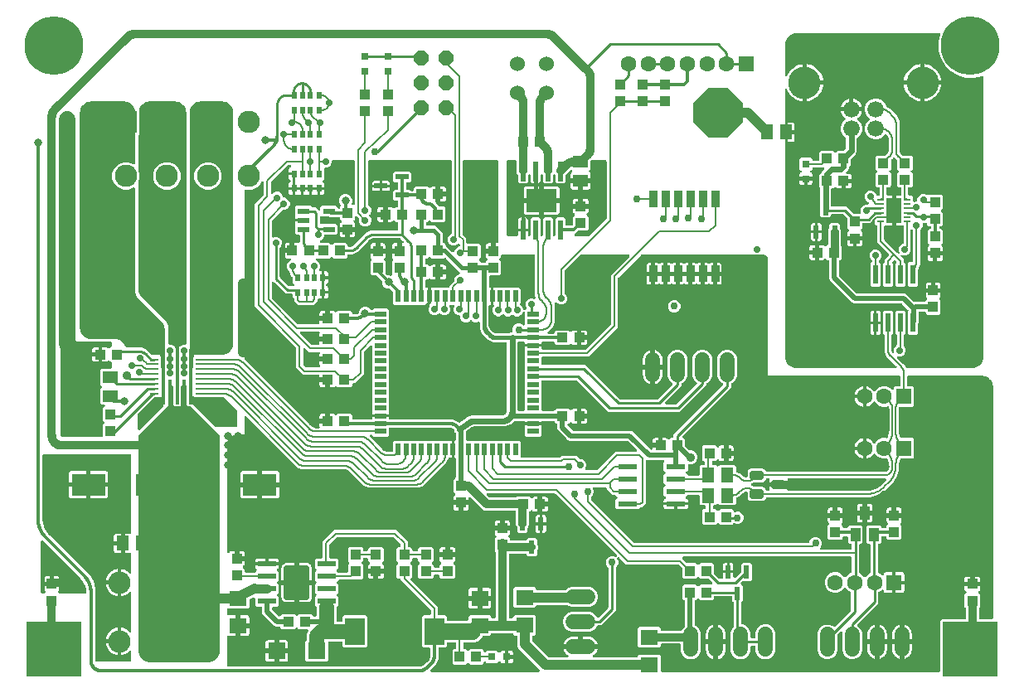
<source format=gbr>
G04 EAGLE Gerber RS-274X export*
G75*
%MOMM*%
%FSLAX34Y34*%
%LPD*%
%INTop Copper*%
%IPPOS*%
%AMOC8*
5,1,8,0,0,1.08239X$1,22.5*%
G01*
%ADD10R,0.800000X0.800000*%
%ADD11C,1.524000*%
%ADD12R,1.100000X1.000000*%
%ADD13R,1.500000X1.300000*%
%ADD14R,3.479800X2.286000*%
%ADD15R,1.000000X1.100000*%
%ADD16R,1.800000X1.600000*%
%ADD17R,1.800000X1.700000*%
%ADD18C,1.524000*%
%ADD19R,1.600000X1.600000*%
%ADD20C,1.600000*%
%ADD21R,1.803000X1.600000*%
%ADD22R,1.300000X1.500000*%
%ADD23C,1.500000*%
%ADD24R,2.000000X2.800000*%
%ADD25R,2.286000X2.286000*%
%ADD26C,2.286000*%
%ADD27P,1.649562X8X112.500000*%
%ADD28R,0.600000X0.800000*%
%ADD29R,0.500000X0.800000*%
%ADD30C,0.475000*%
%ADD31R,1.000000X1.400000*%
%ADD32C,0.654050*%
%ADD33R,1.905000X0.609600*%
%ADD34R,1.320800X0.558800*%
%ADD35R,1.320800X0.508000*%
%ADD36C,0.080000*%
%ADD37R,3.100000X2.400000*%
%ADD38R,0.558800X1.320800*%
%ADD39R,0.558800X1.193800*%
%ADD40R,1.193800X0.558800*%
%ADD41R,1.981200X0.533400*%
%ADD42R,0.700000X0.250000*%
%ADD43R,1.600000X2.500000*%
%ADD44R,0.533400X1.981200*%
%ADD45R,0.900000X0.250000*%
%ADD46R,0.300000X2.500000*%
%ADD47C,1.676400*%
%ADD48C,3.302000*%
%ADD49R,1.270000X0.558800*%
%ADD50R,0.812800X1.676400*%
%ADD51C,0.706400*%
%ADD52C,0.906400*%
%ADD53C,0.254000*%
%ADD54C,0.203200*%
%ADD55C,0.806400*%
%ADD56C,0.406400*%
%ADD57C,1.016000*%
%ADD58P,5.411950X8X22.500000*%
%ADD59C,0.812800*%
%ADD60C,0.304800*%
%ADD61C,1.006400*%
%ADD62C,1.676400*%
%ADD63C,1.500000*%
%ADD64C,0.914400*%
%ADD65C,0.152400*%
%ADD66R,5.600000X5.600000*%
%ADD67C,0.508000*%
%ADD68C,0.756400*%
%ADD69C,0.609600*%
%ADD70C,6.000000*%

G36*
X706326Y175041D02*
X706326Y175041D01*
X707552Y175041D01*
X709102Y173491D01*
X709174Y173436D01*
X709194Y173420D01*
X709217Y173398D01*
X709222Y173395D01*
X709286Y173339D01*
X709322Y173321D01*
X709354Y173296D01*
X709463Y173248D01*
X709569Y173194D01*
X709608Y173185D01*
X709646Y173169D01*
X709763Y173151D01*
X709879Y173125D01*
X709920Y173126D01*
X709960Y173120D01*
X710078Y173131D01*
X710197Y173134D01*
X710236Y173146D01*
X710276Y173149D01*
X710389Y173190D01*
X710503Y173223D01*
X710537Y173243D01*
X710576Y173257D01*
X710674Y173324D01*
X710777Y173384D01*
X710822Y173424D01*
X710839Y173436D01*
X710852Y173451D01*
X710897Y173491D01*
X712448Y175041D01*
X724552Y175041D01*
X726041Y173552D01*
X726041Y173103D01*
X726047Y173054D01*
X726045Y173004D01*
X726067Y172897D01*
X726081Y172788D01*
X726099Y172741D01*
X726109Y172693D01*
X726157Y172594D01*
X726198Y172492D01*
X726227Y172452D01*
X726249Y172407D01*
X726320Y172324D01*
X726384Y172235D01*
X726423Y172203D01*
X726455Y172165D01*
X726545Y172102D01*
X726629Y172032D01*
X726674Y172011D01*
X726715Y171982D01*
X726818Y171943D01*
X726917Y171896D01*
X726966Y171887D01*
X727012Y171869D01*
X727122Y171857D01*
X727229Y171837D01*
X727279Y171840D01*
X727328Y171834D01*
X727437Y171849D01*
X727547Y171856D01*
X727594Y171872D01*
X727643Y171879D01*
X727796Y171931D01*
X728742Y172323D01*
X731258Y172323D01*
X733582Y171360D01*
X735360Y169582D01*
X736323Y167258D01*
X736323Y164742D01*
X735360Y162418D01*
X733582Y160640D01*
X731258Y159677D01*
X728742Y159677D01*
X727071Y160370D01*
X727067Y160371D01*
X727064Y160372D01*
X727041Y160378D01*
X727016Y160391D01*
X726889Y160419D01*
X726764Y160454D01*
X726735Y160454D01*
X726706Y160460D01*
X726647Y160459D01*
X726595Y160462D01*
X726581Y160462D01*
X726542Y160457D01*
X726446Y160459D01*
X726417Y160452D01*
X726388Y160451D01*
X726307Y160427D01*
X726265Y160422D01*
X726221Y160405D01*
X726137Y160384D01*
X726111Y160371D01*
X726082Y160362D01*
X726017Y160324D01*
X725970Y160305D01*
X725923Y160272D01*
X725856Y160236D01*
X725834Y160216D01*
X725808Y160201D01*
X725726Y160128D01*
X725712Y160118D01*
X725706Y160111D01*
X725688Y160094D01*
X724552Y158959D01*
X712448Y158959D01*
X710897Y160509D01*
X710803Y160582D01*
X710714Y160661D01*
X710678Y160679D01*
X710646Y160704D01*
X710537Y160752D01*
X710431Y160806D01*
X710392Y160815D01*
X710354Y160831D01*
X710237Y160849D01*
X710121Y160875D01*
X710080Y160874D01*
X710040Y160880D01*
X709922Y160869D01*
X709803Y160866D01*
X709764Y160854D01*
X709724Y160851D01*
X709612Y160810D01*
X709497Y160777D01*
X709462Y160757D01*
X709424Y160743D01*
X709326Y160676D01*
X709223Y160616D01*
X709178Y160576D01*
X709161Y160564D01*
X709148Y160549D01*
X709102Y160509D01*
X707552Y158959D01*
X695448Y158959D01*
X693959Y160448D01*
X693959Y173552D01*
X695448Y175041D01*
X696674Y175041D01*
X696792Y175056D01*
X696911Y175063D01*
X696949Y175076D01*
X696990Y175081D01*
X697100Y175124D01*
X697213Y175161D01*
X697248Y175183D01*
X697285Y175198D01*
X697381Y175267D01*
X697482Y175331D01*
X697510Y175361D01*
X697543Y175384D01*
X697619Y175476D01*
X697700Y175563D01*
X697720Y175598D01*
X697745Y175629D01*
X697796Y175737D01*
X697854Y175841D01*
X697864Y175881D01*
X697881Y175917D01*
X697903Y176034D01*
X697933Y176149D01*
X697937Y176209D01*
X697941Y176229D01*
X697939Y176250D01*
X697943Y176310D01*
X697943Y177690D01*
X697928Y177808D01*
X697921Y177927D01*
X697908Y177965D01*
X697903Y178006D01*
X697860Y178116D01*
X697823Y178229D01*
X697801Y178264D01*
X697786Y178301D01*
X697717Y178397D01*
X697653Y178498D01*
X697623Y178526D01*
X697600Y178559D01*
X697508Y178635D01*
X697421Y178716D01*
X697386Y178736D01*
X697355Y178761D01*
X697247Y178812D01*
X697143Y178870D01*
X697103Y178880D01*
X697067Y178897D01*
X696950Y178919D01*
X696835Y178949D01*
X696775Y178953D01*
X696755Y178957D01*
X696734Y178955D01*
X696674Y178959D01*
X692948Y178959D01*
X691459Y180448D01*
X691459Y188224D01*
X691444Y188342D01*
X691437Y188461D01*
X691424Y188499D01*
X691419Y188540D01*
X691376Y188650D01*
X691339Y188763D01*
X691317Y188798D01*
X691302Y188835D01*
X691233Y188931D01*
X691169Y189032D01*
X691139Y189060D01*
X691116Y189093D01*
X691024Y189169D01*
X690937Y189250D01*
X690902Y189270D01*
X690871Y189295D01*
X690763Y189346D01*
X690659Y189404D01*
X690619Y189414D01*
X690583Y189431D01*
X690466Y189453D01*
X690351Y189483D01*
X690291Y189487D01*
X690271Y189491D01*
X690250Y189489D01*
X690190Y189493D01*
X680273Y189493D01*
X680175Y189481D01*
X680076Y189478D01*
X680018Y189461D01*
X679958Y189453D01*
X679866Y189417D01*
X679770Y189389D01*
X679718Y189359D01*
X679662Y189336D01*
X679582Y189278D01*
X679497Y189228D01*
X679421Y189162D01*
X679405Y189150D01*
X679397Y189140D01*
X679376Y189122D01*
X677978Y187724D01*
X677893Y187691D01*
X677888Y187688D01*
X677882Y187685D01*
X677759Y187596D01*
X677634Y187507D01*
X677630Y187502D01*
X677625Y187499D01*
X677527Y187380D01*
X677428Y187264D01*
X677426Y187258D01*
X677422Y187254D01*
X677356Y187113D01*
X677290Y186977D01*
X677289Y186971D01*
X677286Y186966D01*
X677258Y186817D01*
X677227Y186666D01*
X677228Y186659D01*
X677227Y186654D01*
X677236Y186502D01*
X677244Y186348D01*
X677246Y186342D01*
X677246Y186336D01*
X677294Y186190D01*
X677339Y186045D01*
X677343Y186039D01*
X677344Y186034D01*
X677426Y185904D01*
X677507Y185774D01*
X677511Y185770D01*
X677515Y185765D01*
X677626Y185660D01*
X677736Y185554D01*
X677742Y185551D01*
X677746Y185547D01*
X677836Y185498D01*
X677880Y185468D01*
X678604Y185050D01*
X679077Y184577D01*
X679412Y183998D01*
X679585Y183351D01*
X679585Y181683D01*
X667202Y181683D01*
X667165Y181678D01*
X667155Y181680D01*
X667134Y181679D01*
X667074Y181683D01*
X654691Y181683D01*
X654691Y183351D01*
X654864Y183998D01*
X655199Y184577D01*
X655672Y185050D01*
X656359Y185447D01*
X656394Y185461D01*
X656399Y185464D01*
X656405Y185467D01*
X656527Y185557D01*
X656651Y185647D01*
X656655Y185652D01*
X656660Y185656D01*
X656756Y185774D01*
X656854Y185892D01*
X656857Y185898D01*
X656861Y185903D01*
X656925Y186043D01*
X656990Y186180D01*
X656991Y186186D01*
X656993Y186192D01*
X657020Y186341D01*
X657049Y186493D01*
X657049Y186499D01*
X657050Y186505D01*
X657039Y186657D01*
X657030Y186810D01*
X657028Y186816D01*
X657027Y186822D01*
X656979Y186965D01*
X656939Y187089D01*
X656932Y187112D01*
X656928Y187118D01*
X656926Y187123D01*
X656845Y187250D01*
X656761Y187381D01*
X656757Y187385D01*
X656754Y187390D01*
X656642Y187493D01*
X656530Y187599D01*
X656524Y187602D01*
X656520Y187606D01*
X656385Y187679D01*
X656291Y187731D01*
X654691Y189331D01*
X654691Y196769D01*
X656424Y198502D01*
X656497Y198597D01*
X656576Y198686D01*
X656594Y198722D01*
X656619Y198754D01*
X656667Y198863D01*
X656721Y198969D01*
X656730Y199008D01*
X656746Y199046D01*
X656764Y199163D01*
X656790Y199279D01*
X656789Y199320D01*
X656795Y199360D01*
X656784Y199478D01*
X656781Y199597D01*
X656769Y199636D01*
X656766Y199676D01*
X656725Y199789D01*
X656692Y199903D01*
X656672Y199937D01*
X656658Y199976D01*
X656591Y200074D01*
X656531Y200177D01*
X656491Y200222D01*
X656479Y200239D01*
X656464Y200252D01*
X656424Y200297D01*
X654691Y202031D01*
X654691Y209469D01*
X656424Y211202D01*
X656497Y211297D01*
X656576Y211386D01*
X656594Y211422D01*
X656619Y211454D01*
X656667Y211563D01*
X656721Y211669D01*
X656730Y211708D01*
X656746Y211746D01*
X656764Y211863D01*
X656790Y211979D01*
X656789Y212020D01*
X656795Y212060D01*
X656784Y212178D01*
X656781Y212297D01*
X656769Y212336D01*
X656766Y212376D01*
X656725Y212489D01*
X656692Y212603D01*
X656672Y212637D01*
X656658Y212676D01*
X656591Y212774D01*
X656531Y212877D01*
X656491Y212922D01*
X656479Y212939D01*
X656464Y212952D01*
X656424Y212997D01*
X654691Y214731D01*
X654691Y222169D01*
X655274Y222753D01*
X655359Y222862D01*
X655448Y222969D01*
X655457Y222988D01*
X655469Y223004D01*
X655525Y223131D01*
X655584Y223257D01*
X655588Y223277D01*
X655596Y223296D01*
X655618Y223434D01*
X655644Y223570D01*
X655642Y223590D01*
X655646Y223610D01*
X655632Y223749D01*
X655624Y223887D01*
X655618Y223906D01*
X655616Y223926D01*
X655569Y224058D01*
X655526Y224189D01*
X655515Y224207D01*
X655508Y224226D01*
X655430Y224341D01*
X655356Y224458D01*
X655341Y224472D01*
X655330Y224489D01*
X655225Y224581D01*
X655124Y224676D01*
X655106Y224686D01*
X655091Y224699D01*
X654967Y224762D01*
X654846Y224830D01*
X654826Y224835D01*
X654808Y224844D01*
X654672Y224874D01*
X654538Y224909D01*
X654510Y224911D01*
X654498Y224914D01*
X654477Y224913D01*
X654377Y224919D01*
X638989Y224919D01*
X638312Y225200D01*
X638264Y225213D01*
X638219Y225234D01*
X638111Y225255D01*
X638005Y225284D01*
X637955Y225285D01*
X637906Y225294D01*
X637797Y225287D01*
X637687Y225289D01*
X637639Y225277D01*
X637589Y225274D01*
X637485Y225240D01*
X637378Y225215D01*
X637334Y225192D01*
X637287Y225176D01*
X637194Y225117D01*
X637097Y225066D01*
X637060Y225033D01*
X637018Y225006D01*
X636943Y224926D01*
X636861Y224852D01*
X636834Y224811D01*
X636800Y224774D01*
X636747Y224678D01*
X636687Y224586D01*
X636670Y224539D01*
X636646Y224496D01*
X636619Y224390D01*
X636583Y224286D01*
X636579Y224236D01*
X636567Y224188D01*
X636557Y224027D01*
X636557Y180527D01*
X632473Y176443D01*
X630647Y176443D01*
X630549Y176431D01*
X630450Y176428D01*
X630392Y176411D01*
X630332Y176403D01*
X630240Y176367D01*
X630144Y176339D01*
X630092Y176309D01*
X630036Y176286D01*
X629956Y176228D01*
X629871Y176178D01*
X629795Y176112D01*
X629779Y176100D01*
X629771Y176090D01*
X629750Y176072D01*
X628820Y175142D01*
X606904Y175142D01*
X605415Y176631D01*
X605415Y184069D01*
X607148Y185803D01*
X607221Y185897D01*
X607300Y185986D01*
X607318Y186022D01*
X607343Y186054D01*
X607391Y186163D01*
X607445Y186269D01*
X607454Y186308D01*
X607470Y186346D01*
X607488Y186463D01*
X607514Y186579D01*
X607513Y186620D01*
X607519Y186660D01*
X607508Y186778D01*
X607505Y186897D01*
X607493Y186936D01*
X607490Y186976D01*
X607449Y187088D01*
X607416Y187203D01*
X607396Y187238D01*
X607382Y187276D01*
X607315Y187374D01*
X607255Y187477D01*
X607215Y187522D01*
X607203Y187539D01*
X607188Y187552D01*
X607148Y187598D01*
X605674Y189072D01*
X605596Y189132D01*
X605524Y189200D01*
X605471Y189229D01*
X605423Y189266D01*
X605332Y189306D01*
X605245Y189354D01*
X605187Y189369D01*
X605131Y189393D01*
X605033Y189408D01*
X604938Y189433D01*
X604837Y189439D01*
X604817Y189443D01*
X604805Y189441D01*
X604777Y189443D01*
X602527Y189443D01*
X600072Y191899D01*
X600071Y191899D01*
X598899Y193071D01*
X596443Y195527D01*
X596443Y196174D01*
X596428Y196292D01*
X596421Y196411D01*
X596408Y196449D01*
X596403Y196490D01*
X596360Y196600D01*
X596323Y196713D01*
X596301Y196748D01*
X596286Y196785D01*
X596217Y196881D01*
X596153Y196982D01*
X596123Y197010D01*
X596100Y197043D01*
X596008Y197119D01*
X595921Y197200D01*
X595886Y197220D01*
X595855Y197245D01*
X595747Y197296D01*
X595643Y197354D01*
X595603Y197364D01*
X595567Y197381D01*
X595450Y197403D01*
X595335Y197433D01*
X595275Y197437D01*
X595255Y197441D01*
X595234Y197439D01*
X595174Y197443D01*
X583903Y197443D01*
X583853Y197437D01*
X583804Y197439D01*
X583696Y197417D01*
X583587Y197403D01*
X583541Y197385D01*
X583492Y197375D01*
X583394Y197327D01*
X583292Y197286D01*
X583251Y197257D01*
X583207Y197235D01*
X583123Y197164D01*
X583034Y197100D01*
X583002Y197061D01*
X582965Y197029D01*
X582902Y196939D01*
X582831Y196855D01*
X582810Y196810D01*
X582782Y196769D01*
X582743Y196666D01*
X582696Y196567D01*
X582687Y196518D01*
X582669Y196472D01*
X582657Y196362D01*
X582636Y196255D01*
X582639Y196205D01*
X582634Y196156D01*
X582649Y196047D01*
X582656Y195937D01*
X582671Y195890D01*
X582678Y195841D01*
X582730Y195688D01*
X583323Y194258D01*
X583323Y191742D01*
X582360Y189418D01*
X580928Y187987D01*
X580868Y187909D01*
X580800Y187836D01*
X580771Y187783D01*
X580734Y187736D01*
X580694Y187645D01*
X580646Y187558D01*
X580631Y187499D01*
X580607Y187444D01*
X580592Y187346D01*
X580567Y187250D01*
X580561Y187150D01*
X580557Y187130D01*
X580559Y187117D01*
X580557Y187089D01*
X580557Y184999D01*
X580569Y184901D01*
X580572Y184802D01*
X580589Y184744D01*
X580597Y184683D01*
X580633Y184591D01*
X580661Y184496D01*
X580691Y184444D01*
X580714Y184388D01*
X580772Y184308D01*
X580822Y184222D01*
X580888Y184147D01*
X580900Y184130D01*
X580910Y184123D01*
X580928Y184101D01*
X624101Y140928D01*
X624180Y140868D01*
X624252Y140800D01*
X624305Y140771D01*
X624353Y140734D01*
X624444Y140694D01*
X624530Y140646D01*
X624589Y140631D01*
X624645Y140607D01*
X624743Y140592D01*
X624838Y140567D01*
X624938Y140561D01*
X624959Y140557D01*
X624971Y140559D01*
X624999Y140557D01*
X802539Y140557D01*
X802568Y140560D01*
X802598Y140558D01*
X802726Y140580D01*
X802854Y140597D01*
X802882Y140607D01*
X802911Y140612D01*
X803029Y140666D01*
X803150Y140714D01*
X803174Y140731D01*
X803201Y140743D01*
X803302Y140824D01*
X803407Y140900D01*
X803426Y140923D01*
X803449Y140942D01*
X803527Y141045D01*
X803610Y141145D01*
X803623Y141172D01*
X803641Y141196D01*
X803711Y141340D01*
X804640Y143582D01*
X806418Y145360D01*
X808742Y146323D01*
X811258Y146323D01*
X813582Y145360D01*
X815360Y143582D01*
X816323Y141258D01*
X816323Y138742D01*
X815360Y136418D01*
X814665Y135723D01*
X814580Y135614D01*
X814491Y135507D01*
X814483Y135488D01*
X814470Y135472D01*
X814415Y135344D01*
X814356Y135219D01*
X814352Y135199D01*
X814344Y135180D01*
X814322Y135042D01*
X814296Y134906D01*
X814297Y134886D01*
X814294Y134866D01*
X814307Y134727D01*
X814316Y134589D01*
X814322Y134570D01*
X814324Y134550D01*
X814371Y134419D01*
X814414Y134287D01*
X814425Y134269D01*
X814431Y134250D01*
X814509Y134136D01*
X814584Y134018D01*
X814599Y134004D01*
X814610Y133987D01*
X814714Y133895D01*
X814816Y133800D01*
X814833Y133790D01*
X814848Y133777D01*
X814972Y133714D01*
X815094Y133646D01*
X815114Y133641D01*
X815132Y133632D01*
X815268Y133602D01*
X815402Y133567D01*
X815430Y133565D01*
X815442Y133562D01*
X815462Y133563D01*
X815563Y133557D01*
X845420Y133557D01*
X845538Y133572D01*
X845657Y133579D01*
X845695Y133592D01*
X845736Y133597D01*
X845846Y133640D01*
X845959Y133677D01*
X845994Y133699D01*
X846031Y133714D01*
X846127Y133783D01*
X846228Y133847D01*
X846256Y133877D01*
X846289Y133900D01*
X846365Y133992D01*
X846446Y134079D01*
X846466Y134114D01*
X846491Y134145D01*
X846542Y134253D01*
X846600Y134357D01*
X846610Y134397D01*
X846627Y134433D01*
X846649Y134550D01*
X846679Y134665D01*
X846683Y134725D01*
X846687Y134745D01*
X846685Y134766D01*
X846689Y134826D01*
X846689Y138190D01*
X846674Y138308D01*
X846667Y138427D01*
X846654Y138465D01*
X846649Y138506D01*
X846606Y138616D01*
X846569Y138729D01*
X846547Y138764D01*
X846532Y138801D01*
X846463Y138897D01*
X846399Y138998D01*
X846369Y139026D01*
X846346Y139059D01*
X846254Y139135D01*
X846167Y139216D01*
X846132Y139236D01*
X846101Y139261D01*
X845993Y139312D01*
X845889Y139370D01*
X845849Y139380D01*
X845813Y139397D01*
X845696Y139419D01*
X845581Y139449D01*
X845521Y139453D01*
X845501Y139457D01*
X845480Y139455D01*
X845420Y139459D01*
X844448Y139459D01*
X842959Y140948D01*
X842959Y146166D01*
X842944Y146284D01*
X842937Y146403D01*
X842924Y146441D01*
X842919Y146482D01*
X842876Y146592D01*
X842839Y146705D01*
X842817Y146740D01*
X842802Y146777D01*
X842733Y146873D01*
X842669Y146974D01*
X842639Y147002D01*
X842616Y147035D01*
X842524Y147111D01*
X842437Y147192D01*
X842402Y147212D01*
X842371Y147237D01*
X842263Y147288D01*
X842159Y147346D01*
X842119Y147356D01*
X842083Y147373D01*
X841966Y147395D01*
X841851Y147425D01*
X841791Y147429D01*
X841771Y147433D01*
X841750Y147431D01*
X841690Y147435D01*
X838810Y147435D01*
X838692Y147420D01*
X838573Y147413D01*
X838535Y147400D01*
X838494Y147395D01*
X838384Y147352D01*
X838271Y147315D01*
X838236Y147293D01*
X838199Y147278D01*
X838103Y147209D01*
X838002Y147145D01*
X837974Y147115D01*
X837941Y147092D01*
X837865Y147000D01*
X837784Y146913D01*
X837764Y146878D01*
X837739Y146847D01*
X837688Y146739D01*
X837630Y146635D01*
X837620Y146595D01*
X837603Y146559D01*
X837581Y146442D01*
X837551Y146327D01*
X837547Y146266D01*
X837543Y146247D01*
X837545Y146226D01*
X837541Y146166D01*
X837541Y144948D01*
X836052Y143459D01*
X823948Y143459D01*
X822459Y144948D01*
X822459Y158052D01*
X823509Y159103D01*
X823582Y159197D01*
X823661Y159286D01*
X823680Y159322D01*
X823704Y159354D01*
X823752Y159463D01*
X823806Y159569D01*
X823815Y159608D01*
X823831Y159646D01*
X823849Y159763D01*
X823875Y159879D01*
X823874Y159920D01*
X823881Y159960D01*
X823869Y160078D01*
X823866Y160197D01*
X823854Y160236D01*
X823851Y160276D01*
X823810Y160388D01*
X823777Y160503D01*
X823757Y160538D01*
X823743Y160576D01*
X823676Y160674D01*
X823616Y160777D01*
X823576Y160822D01*
X823565Y160839D01*
X823549Y160852D01*
X823509Y160898D01*
X822967Y161440D01*
X822632Y162019D01*
X822459Y162666D01*
X822459Y166001D01*
X828770Y166001D01*
X828888Y166016D01*
X829007Y166023D01*
X829045Y166035D01*
X829085Y166041D01*
X829196Y166084D01*
X829309Y166121D01*
X829343Y166143D01*
X829381Y166158D01*
X829477Y166227D01*
X829578Y166291D01*
X829606Y166321D01*
X829638Y166344D01*
X829714Y166436D01*
X829796Y166523D01*
X829815Y166558D01*
X829841Y166589D01*
X829892Y166697D01*
X829949Y166801D01*
X829959Y166841D01*
X829977Y166877D01*
X829997Y166984D01*
X830001Y166954D01*
X830045Y166844D01*
X830081Y166731D01*
X830103Y166696D01*
X830118Y166659D01*
X830188Y166562D01*
X830251Y166462D01*
X830281Y166434D01*
X830305Y166401D01*
X830396Y166325D01*
X830483Y166244D01*
X830518Y166224D01*
X830550Y166199D01*
X830657Y166148D01*
X830762Y166090D01*
X830801Y166080D01*
X830837Y166063D01*
X830954Y166041D01*
X831070Y166011D01*
X831130Y166007D01*
X831150Y166003D01*
X831170Y166005D01*
X831230Y166001D01*
X837541Y166001D01*
X837541Y162666D01*
X837368Y162019D01*
X837033Y161440D01*
X836491Y160898D01*
X836418Y160803D01*
X836339Y160714D01*
X836320Y160678D01*
X836296Y160646D01*
X836248Y160537D01*
X836194Y160431D01*
X836185Y160392D01*
X836169Y160354D01*
X836151Y160236D01*
X836125Y160121D01*
X836126Y160080D01*
X836119Y160040D01*
X836131Y159922D01*
X836134Y159803D01*
X836146Y159764D01*
X836149Y159724D01*
X836190Y159612D01*
X836223Y159497D01*
X836243Y159462D01*
X836257Y159424D01*
X836324Y159326D01*
X836384Y159223D01*
X836424Y159178D01*
X836435Y159161D01*
X836451Y159148D01*
X836491Y159103D01*
X837541Y158052D01*
X837541Y156834D01*
X837556Y156716D01*
X837563Y156597D01*
X837576Y156559D01*
X837581Y156518D01*
X837624Y156408D01*
X837661Y156295D01*
X837683Y156260D01*
X837698Y156223D01*
X837767Y156127D01*
X837831Y156026D01*
X837861Y155998D01*
X837884Y155965D01*
X837976Y155889D01*
X838063Y155808D01*
X838098Y155788D01*
X838129Y155763D01*
X838237Y155712D01*
X838341Y155654D01*
X838381Y155644D01*
X838417Y155627D01*
X838534Y155605D01*
X838649Y155575D01*
X838709Y155571D01*
X838729Y155567D01*
X838750Y155569D01*
X838810Y155565D01*
X841690Y155565D01*
X841808Y155580D01*
X841927Y155587D01*
X841965Y155600D01*
X842006Y155605D01*
X842116Y155648D01*
X842229Y155685D01*
X842264Y155707D01*
X842301Y155722D01*
X842397Y155791D01*
X842498Y155855D01*
X842526Y155885D01*
X842559Y155908D01*
X842635Y156000D01*
X842716Y156087D01*
X842736Y156122D01*
X842761Y156153D01*
X842812Y156261D01*
X842870Y156365D01*
X842880Y156405D01*
X842897Y156441D01*
X842919Y156558D01*
X842949Y156673D01*
X842953Y156733D01*
X842957Y156753D01*
X842955Y156774D01*
X842959Y156834D01*
X842959Y157052D01*
X844448Y158541D01*
X856552Y158541D01*
X858041Y157052D01*
X858041Y140948D01*
X856552Y139459D01*
X855580Y139459D01*
X855462Y139444D01*
X855343Y139437D01*
X855305Y139424D01*
X855264Y139419D01*
X855154Y139376D01*
X855041Y139339D01*
X855006Y139317D01*
X854969Y139302D01*
X854873Y139233D01*
X854772Y139169D01*
X854744Y139139D01*
X854711Y139116D01*
X854635Y139024D01*
X854554Y138937D01*
X854534Y138902D01*
X854509Y138871D01*
X854458Y138763D01*
X854400Y138659D01*
X854390Y138619D01*
X854373Y138583D01*
X854351Y138466D01*
X854321Y138351D01*
X854317Y138291D01*
X854313Y138271D01*
X854315Y138250D01*
X854311Y138190D01*
X854311Y110472D01*
X854314Y110443D01*
X854312Y110413D01*
X854334Y110285D01*
X854351Y110156D01*
X854361Y110129D01*
X854366Y110100D01*
X854420Y109981D01*
X854468Y109861D01*
X854485Y109837D01*
X854497Y109810D01*
X854578Y109708D01*
X854654Y109603D01*
X854677Y109584D01*
X854696Y109561D01*
X854799Y109483D01*
X854899Y109400D01*
X854926Y109388D01*
X854950Y109370D01*
X855094Y109299D01*
X855971Y108936D01*
X859103Y105804D01*
X859197Y105731D01*
X859286Y105653D01*
X859322Y105634D01*
X859354Y105609D01*
X859463Y105562D01*
X859569Y105508D01*
X859608Y105499D01*
X859646Y105483D01*
X859763Y105464D01*
X859879Y105438D01*
X859920Y105440D01*
X859960Y105433D01*
X860078Y105444D01*
X860197Y105448D01*
X860236Y105459D01*
X860276Y105463D01*
X860389Y105503D01*
X860503Y105536D01*
X860538Y105557D01*
X860576Y105571D01*
X860674Y105638D01*
X860777Y105698D01*
X860822Y105738D01*
X860839Y105749D01*
X860852Y105764D01*
X860898Y105804D01*
X864029Y108936D01*
X864906Y109299D01*
X864931Y109314D01*
X864959Y109323D01*
X865069Y109392D01*
X865182Y109457D01*
X865203Y109477D01*
X865228Y109493D01*
X865317Y109588D01*
X865410Y109678D01*
X865426Y109703D01*
X865446Y109725D01*
X865509Y109838D01*
X865577Y109949D01*
X865585Y109977D01*
X865600Y110003D01*
X865632Y110129D01*
X865670Y110253D01*
X865672Y110282D01*
X865679Y110311D01*
X865689Y110472D01*
X865689Y138190D01*
X865674Y138308D01*
X865667Y138427D01*
X865654Y138465D01*
X865649Y138506D01*
X865606Y138616D01*
X865569Y138729D01*
X865547Y138764D01*
X865532Y138801D01*
X865463Y138897D01*
X865399Y138998D01*
X865369Y139026D01*
X865346Y139059D01*
X865254Y139135D01*
X865167Y139216D01*
X865132Y139236D01*
X865101Y139261D01*
X864993Y139312D01*
X864889Y139370D01*
X864849Y139380D01*
X864813Y139397D01*
X864696Y139419D01*
X864581Y139449D01*
X864521Y139453D01*
X864501Y139457D01*
X864480Y139455D01*
X864420Y139459D01*
X863448Y139459D01*
X861959Y140948D01*
X861959Y157052D01*
X863448Y158541D01*
X875552Y158541D01*
X877041Y157052D01*
X877041Y156834D01*
X877056Y156716D01*
X877063Y156597D01*
X877076Y156559D01*
X877081Y156518D01*
X877124Y156408D01*
X877161Y156295D01*
X877183Y156260D01*
X877198Y156223D01*
X877267Y156127D01*
X877331Y156026D01*
X877361Y155998D01*
X877384Y155965D01*
X877476Y155889D01*
X877563Y155808D01*
X877598Y155788D01*
X877629Y155763D01*
X877737Y155712D01*
X877841Y155654D01*
X877881Y155644D01*
X877917Y155627D01*
X878034Y155605D01*
X878149Y155575D01*
X878209Y155571D01*
X878229Y155567D01*
X878250Y155569D01*
X878310Y155565D01*
X881190Y155565D01*
X881308Y155580D01*
X881427Y155587D01*
X881465Y155600D01*
X881506Y155605D01*
X881616Y155648D01*
X881729Y155685D01*
X881764Y155707D01*
X881801Y155722D01*
X881897Y155791D01*
X881998Y155855D01*
X882026Y155885D01*
X882059Y155908D01*
X882135Y156000D01*
X882216Y156087D01*
X882236Y156122D01*
X882261Y156153D01*
X882312Y156261D01*
X882370Y156365D01*
X882380Y156405D01*
X882397Y156441D01*
X882419Y156558D01*
X882449Y156673D01*
X882453Y156733D01*
X882457Y156753D01*
X882455Y156774D01*
X882459Y156834D01*
X882459Y158052D01*
X883509Y159103D01*
X883582Y159197D01*
X883661Y159286D01*
X883680Y159322D01*
X883704Y159354D01*
X883752Y159463D01*
X883806Y159569D01*
X883815Y159608D01*
X883831Y159646D01*
X883849Y159763D01*
X883875Y159879D01*
X883874Y159920D01*
X883881Y159960D01*
X883869Y160078D01*
X883866Y160197D01*
X883854Y160236D01*
X883851Y160276D01*
X883810Y160388D01*
X883777Y160503D01*
X883757Y160538D01*
X883743Y160576D01*
X883676Y160674D01*
X883616Y160777D01*
X883576Y160822D01*
X883565Y160839D01*
X883549Y160852D01*
X883509Y160898D01*
X882967Y161440D01*
X882632Y162019D01*
X882459Y162666D01*
X882459Y166001D01*
X888770Y166001D01*
X888888Y166016D01*
X889007Y166023D01*
X889045Y166035D01*
X889085Y166041D01*
X889196Y166084D01*
X889309Y166121D01*
X889343Y166143D01*
X889381Y166158D01*
X889477Y166227D01*
X889578Y166291D01*
X889606Y166321D01*
X889638Y166344D01*
X889714Y166436D01*
X889796Y166523D01*
X889815Y166558D01*
X889841Y166589D01*
X889892Y166697D01*
X889949Y166801D01*
X889959Y166841D01*
X889977Y166877D01*
X889997Y166984D01*
X890001Y166954D01*
X890045Y166844D01*
X890081Y166731D01*
X890103Y166696D01*
X890118Y166659D01*
X890188Y166562D01*
X890251Y166462D01*
X890281Y166434D01*
X890305Y166401D01*
X890396Y166325D01*
X890483Y166244D01*
X890518Y166224D01*
X890550Y166199D01*
X890657Y166148D01*
X890762Y166090D01*
X890801Y166080D01*
X890837Y166063D01*
X890954Y166041D01*
X891070Y166011D01*
X891130Y166007D01*
X891150Y166003D01*
X891170Y166005D01*
X891230Y166001D01*
X897541Y166001D01*
X897541Y162666D01*
X897368Y162019D01*
X897033Y161440D01*
X896491Y160898D01*
X896418Y160803D01*
X896339Y160714D01*
X896320Y160678D01*
X896296Y160646D01*
X896248Y160537D01*
X896194Y160431D01*
X896185Y160392D01*
X896169Y160354D01*
X896151Y160236D01*
X896125Y160121D01*
X896126Y160080D01*
X896119Y160040D01*
X896131Y159922D01*
X896134Y159803D01*
X896146Y159764D01*
X896149Y159724D01*
X896190Y159612D01*
X896223Y159497D01*
X896243Y159462D01*
X896257Y159424D01*
X896324Y159326D01*
X896384Y159223D01*
X896424Y159178D01*
X896435Y159161D01*
X896451Y159148D01*
X896491Y159103D01*
X897541Y158052D01*
X897541Y144948D01*
X896052Y143459D01*
X883948Y143459D01*
X882459Y144948D01*
X882459Y146166D01*
X882444Y146284D01*
X882437Y146403D01*
X882424Y146441D01*
X882419Y146482D01*
X882376Y146592D01*
X882339Y146705D01*
X882317Y146740D01*
X882302Y146777D01*
X882233Y146873D01*
X882169Y146974D01*
X882139Y147002D01*
X882116Y147035D01*
X882024Y147111D01*
X881937Y147192D01*
X881902Y147212D01*
X881871Y147237D01*
X881763Y147288D01*
X881659Y147346D01*
X881619Y147356D01*
X881583Y147373D01*
X881466Y147395D01*
X881351Y147425D01*
X881291Y147429D01*
X881271Y147433D01*
X881250Y147431D01*
X881190Y147435D01*
X878310Y147435D01*
X878192Y147420D01*
X878073Y147413D01*
X878035Y147400D01*
X877994Y147395D01*
X877884Y147352D01*
X877771Y147315D01*
X877736Y147293D01*
X877699Y147278D01*
X877603Y147209D01*
X877502Y147145D01*
X877474Y147115D01*
X877441Y147092D01*
X877365Y147000D01*
X877284Y146913D01*
X877264Y146878D01*
X877239Y146847D01*
X877188Y146739D01*
X877130Y146635D01*
X877120Y146595D01*
X877103Y146559D01*
X877081Y146442D01*
X877051Y146327D01*
X877047Y146266D01*
X877043Y146247D01*
X877045Y146226D01*
X877041Y146166D01*
X877041Y140948D01*
X875552Y139459D01*
X874580Y139459D01*
X874462Y139444D01*
X874343Y139437D01*
X874305Y139424D01*
X874264Y139419D01*
X874154Y139376D01*
X874041Y139339D01*
X874006Y139317D01*
X873969Y139302D01*
X873873Y139233D01*
X873772Y139169D01*
X873744Y139139D01*
X873711Y139116D01*
X873635Y139024D01*
X873554Y138937D01*
X873534Y138902D01*
X873509Y138871D01*
X873458Y138763D01*
X873400Y138659D01*
X873390Y138619D01*
X873373Y138583D01*
X873351Y138466D01*
X873321Y138351D01*
X873317Y138291D01*
X873313Y138271D01*
X873315Y138250D01*
X873311Y138190D01*
X873311Y110886D01*
X873314Y110857D01*
X873312Y110827D01*
X873334Y110699D01*
X873351Y110570D01*
X873361Y110543D01*
X873366Y110514D01*
X873420Y110395D01*
X873468Y110275D01*
X873485Y110251D01*
X873497Y110224D01*
X873578Y110122D01*
X873654Y110017D01*
X873677Y109999D01*
X873696Y109975D01*
X873799Y109897D01*
X873899Y109815D01*
X873926Y109802D01*
X873950Y109784D01*
X874094Y109713D01*
X875971Y108936D01*
X877295Y107612D01*
X877399Y107531D01*
X877500Y107446D01*
X877525Y107434D01*
X877546Y107417D01*
X877667Y107365D01*
X877787Y107307D01*
X877813Y107302D01*
X877838Y107291D01*
X877969Y107270D01*
X878098Y107244D01*
X878125Y107245D01*
X878152Y107241D01*
X878284Y107253D01*
X878416Y107260D01*
X878442Y107268D01*
X878469Y107271D01*
X878593Y107316D01*
X878719Y107355D01*
X878742Y107369D01*
X878768Y107378D01*
X878877Y107453D01*
X878990Y107522D01*
X879009Y107542D01*
X879031Y107557D01*
X879118Y107656D01*
X879210Y107752D01*
X879224Y107775D01*
X879241Y107795D01*
X879302Y107913D01*
X879367Y108029D01*
X879379Y108065D01*
X879386Y108079D01*
X879391Y108100D01*
X879418Y108181D01*
X879632Y108981D01*
X879967Y109560D01*
X880440Y110033D01*
X881019Y110368D01*
X881666Y110541D01*
X888251Y110541D01*
X888251Y100480D01*
X888266Y100362D01*
X888273Y100243D01*
X888285Y100205D01*
X888291Y100165D01*
X888334Y100054D01*
X888350Y100006D01*
X888340Y99988D01*
X888330Y99949D01*
X888313Y99913D01*
X888291Y99796D01*
X888261Y99680D01*
X888257Y99620D01*
X888253Y99600D01*
X888255Y99580D01*
X888251Y99520D01*
X888251Y89459D01*
X881666Y89459D01*
X881019Y89632D01*
X880440Y89967D01*
X879967Y90440D01*
X879632Y91019D01*
X879418Y91819D01*
X879368Y91941D01*
X879323Y92066D01*
X879308Y92088D01*
X879298Y92113D01*
X879219Y92219D01*
X879145Y92329D01*
X879125Y92347D01*
X879108Y92369D01*
X879006Y92452D01*
X878906Y92540D01*
X878882Y92552D01*
X878861Y92569D01*
X878741Y92624D01*
X878623Y92684D01*
X878597Y92690D01*
X878572Y92701D01*
X878442Y92725D01*
X878313Y92754D01*
X878286Y92753D01*
X878259Y92758D01*
X878127Y92748D01*
X877995Y92744D01*
X877969Y92737D01*
X877942Y92735D01*
X877817Y92693D01*
X877689Y92656D01*
X877666Y92642D01*
X877641Y92633D01*
X877529Y92561D01*
X877416Y92494D01*
X877387Y92469D01*
X877374Y92460D01*
X877359Y92444D01*
X877295Y92388D01*
X875971Y91064D01*
X874594Y90494D01*
X874569Y90479D01*
X874541Y90470D01*
X874431Y90401D01*
X874318Y90336D01*
X874297Y90316D01*
X874272Y90300D01*
X874183Y90205D01*
X874090Y90115D01*
X874074Y90090D01*
X874054Y90068D01*
X873991Y89954D01*
X873923Y89844D01*
X873915Y89816D01*
X873900Y89790D01*
X873868Y89664D01*
X873830Y89540D01*
X873828Y89510D01*
X873821Y89482D01*
X873811Y89321D01*
X873811Y78422D01*
X871207Y75818D01*
X852785Y57396D01*
X852754Y57356D01*
X852717Y57322D01*
X852657Y57231D01*
X852590Y57144D01*
X852570Y57098D01*
X852542Y57056D01*
X852507Y56953D01*
X852464Y56853D01*
X852456Y56803D01*
X852439Y56755D01*
X852431Y56646D01*
X852414Y56538D01*
X852418Y56488D01*
X852414Y56438D01*
X852433Y56331D01*
X852444Y56222D01*
X852461Y56175D01*
X852469Y56125D01*
X852514Y56025D01*
X852551Y55923D01*
X852579Y55881D01*
X852600Y55835D01*
X852668Y55750D01*
X852730Y55659D01*
X852767Y55626D01*
X852799Y55587D01*
X852855Y55545D01*
X855812Y52588D01*
X857341Y48897D01*
X857341Y29903D01*
X855812Y26212D01*
X852988Y23388D01*
X849297Y21859D01*
X845303Y21859D01*
X841612Y23388D01*
X838788Y26212D01*
X837259Y29903D01*
X837259Y48806D01*
X837242Y48943D01*
X837229Y49082D01*
X837222Y49101D01*
X837219Y49121D01*
X837168Y49250D01*
X837121Y49381D01*
X837110Y49398D01*
X837102Y49417D01*
X837021Y49530D01*
X836943Y49645D01*
X836927Y49658D01*
X836916Y49674D01*
X836808Y49763D01*
X836704Y49855D01*
X836686Y49864D01*
X836671Y49877D01*
X836545Y49936D01*
X836421Y50000D01*
X836401Y50004D01*
X836383Y50013D01*
X836247Y50039D01*
X836111Y50069D01*
X836090Y50069D01*
X836071Y50073D01*
X835932Y50064D01*
X835793Y50060D01*
X835773Y50054D01*
X835753Y50053D01*
X835621Y50010D01*
X835487Y49971D01*
X835470Y49961D01*
X835451Y49955D01*
X835333Y49880D01*
X835213Y49810D01*
X835192Y49791D01*
X835182Y49785D01*
X835168Y49770D01*
X835093Y49703D01*
X832312Y46923D01*
X832252Y46845D01*
X832184Y46773D01*
X832155Y46720D01*
X832118Y46672D01*
X832078Y46581D01*
X832030Y46494D01*
X832015Y46436D01*
X831991Y46380D01*
X831976Y46282D01*
X831951Y46186D01*
X831945Y46086D01*
X831941Y46066D01*
X831943Y46054D01*
X831941Y46026D01*
X831941Y29903D01*
X830412Y26212D01*
X827588Y23388D01*
X823897Y21859D01*
X819903Y21859D01*
X816212Y23388D01*
X813388Y26212D01*
X811859Y29903D01*
X811859Y48897D01*
X813388Y52588D01*
X816212Y55412D01*
X819903Y56941D01*
X823897Y56941D01*
X827588Y55412D01*
X827908Y55092D01*
X828002Y55019D01*
X828091Y54940D01*
X828127Y54922D01*
X828159Y54897D01*
X828268Y54850D01*
X828374Y54796D01*
X828414Y54787D01*
X828451Y54771D01*
X828569Y54752D01*
X828685Y54726D01*
X828725Y54727D01*
X828765Y54721D01*
X828884Y54732D01*
X829002Y54736D01*
X829041Y54747D01*
X829082Y54751D01*
X829194Y54791D01*
X829308Y54824D01*
X829343Y54845D01*
X829381Y54858D01*
X829479Y54925D01*
X829582Y54986D01*
X829627Y55025D01*
X829644Y55037D01*
X829657Y55052D01*
X829703Y55092D01*
X845818Y71207D01*
X845878Y71285D01*
X845946Y71357D01*
X845975Y71410D01*
X846012Y71458D01*
X846052Y71549D01*
X846100Y71636D01*
X846115Y71694D01*
X846139Y71750D01*
X846154Y71848D01*
X846179Y71944D01*
X846185Y72044D01*
X846189Y72064D01*
X846187Y72076D01*
X846189Y72104D01*
X846189Y89321D01*
X846186Y89350D01*
X846188Y89380D01*
X846166Y89508D01*
X846149Y89637D01*
X846139Y89664D01*
X846134Y89693D01*
X846080Y89812D01*
X846032Y89932D01*
X846015Y89956D01*
X846003Y89983D01*
X845922Y90085D01*
X845846Y90190D01*
X845823Y90209D01*
X845804Y90232D01*
X845701Y90310D01*
X845601Y90393D01*
X845574Y90405D01*
X845550Y90423D01*
X845406Y90494D01*
X844029Y91064D01*
X840898Y94196D01*
X840803Y94269D01*
X840714Y94347D01*
X840678Y94366D01*
X840646Y94391D01*
X840537Y94438D01*
X840431Y94492D01*
X840392Y94501D01*
X840354Y94517D01*
X840237Y94536D01*
X840121Y94562D01*
X840080Y94560D01*
X840040Y94567D01*
X839922Y94556D01*
X839803Y94552D01*
X839764Y94541D01*
X839724Y94537D01*
X839611Y94497D01*
X839497Y94464D01*
X839463Y94443D01*
X839424Y94429D01*
X839326Y94363D01*
X839223Y94302D01*
X839178Y94262D01*
X839161Y94251D01*
X839148Y94236D01*
X839103Y94196D01*
X835971Y91064D01*
X832097Y89459D01*
X827903Y89459D01*
X824029Y91064D01*
X821064Y94029D01*
X819459Y97903D01*
X819459Y102097D01*
X821064Y105971D01*
X824029Y108936D01*
X827903Y110541D01*
X832097Y110541D01*
X835971Y108936D01*
X839103Y105804D01*
X839197Y105731D01*
X839286Y105653D01*
X839322Y105634D01*
X839354Y105609D01*
X839463Y105562D01*
X839569Y105508D01*
X839608Y105499D01*
X839646Y105483D01*
X839763Y105464D01*
X839879Y105438D01*
X839920Y105440D01*
X839960Y105433D01*
X840078Y105444D01*
X840197Y105448D01*
X840236Y105459D01*
X840276Y105463D01*
X840389Y105503D01*
X840503Y105536D01*
X840538Y105557D01*
X840576Y105571D01*
X840674Y105638D01*
X840777Y105698D01*
X840822Y105738D01*
X840839Y105749D01*
X840852Y105764D01*
X840898Y105804D01*
X844029Y108936D01*
X845906Y109713D01*
X845931Y109728D01*
X845959Y109737D01*
X846069Y109806D01*
X846182Y109871D01*
X846203Y109891D01*
X846228Y109907D01*
X846317Y110002D01*
X846410Y110092D01*
X846426Y110117D01*
X846446Y110139D01*
X846509Y110253D01*
X846577Y110363D01*
X846585Y110391D01*
X846600Y110417D01*
X846632Y110543D01*
X846670Y110667D01*
X846672Y110697D01*
X846679Y110725D01*
X846689Y110886D01*
X846689Y125174D01*
X846674Y125292D01*
X846667Y125411D01*
X846654Y125449D01*
X846649Y125490D01*
X846606Y125600D01*
X846569Y125713D01*
X846547Y125748D01*
X846532Y125785D01*
X846463Y125881D01*
X846399Y125982D01*
X846369Y126010D01*
X846346Y126043D01*
X846254Y126119D01*
X846167Y126200D01*
X846132Y126220D01*
X846101Y126245D01*
X845993Y126296D01*
X845889Y126354D01*
X845849Y126364D01*
X845813Y126381D01*
X845696Y126403D01*
X845581Y126433D01*
X845521Y126437D01*
X845501Y126441D01*
X845480Y126439D01*
X845420Y126443D01*
X675151Y126443D01*
X675013Y126426D01*
X674875Y126413D01*
X674855Y126406D01*
X674835Y126403D01*
X674706Y126352D01*
X674575Y126305D01*
X674558Y126294D01*
X674540Y126286D01*
X674427Y126205D01*
X674312Y126127D01*
X674299Y126111D01*
X674282Y126100D01*
X674194Y125992D01*
X674102Y125888D01*
X674092Y125870D01*
X674080Y125855D01*
X674020Y125729D01*
X673957Y125605D01*
X673953Y125585D01*
X673944Y125567D01*
X673918Y125431D01*
X673887Y125295D01*
X673888Y125274D01*
X673884Y125255D01*
X673893Y125116D01*
X673897Y124977D01*
X673903Y124957D01*
X673904Y124937D01*
X673947Y124804D01*
X673985Y124671D01*
X673996Y124654D01*
X674002Y124635D01*
X674077Y124517D01*
X674147Y124397D01*
X674166Y124376D01*
X674172Y124366D01*
X674187Y124352D01*
X674253Y124277D01*
X678117Y120412D01*
X678196Y120352D01*
X678268Y120284D01*
X678321Y120255D01*
X678369Y120218D01*
X678460Y120178D01*
X678546Y120130D01*
X678605Y120115D01*
X678661Y120091D01*
X678759Y120076D01*
X678854Y120051D01*
X678954Y120045D01*
X678975Y120041D01*
X678987Y120043D01*
X679015Y120041D01*
X687552Y120041D01*
X689102Y118491D01*
X689197Y118418D01*
X689286Y118339D01*
X689322Y118321D01*
X689354Y118296D01*
X689463Y118248D01*
X689569Y118194D01*
X689608Y118185D01*
X689646Y118169D01*
X689763Y118151D01*
X689879Y118125D01*
X689920Y118126D01*
X689960Y118120D01*
X690078Y118131D01*
X690197Y118134D01*
X690236Y118146D01*
X690276Y118149D01*
X690389Y118190D01*
X690503Y118223D01*
X690537Y118243D01*
X690576Y118257D01*
X690674Y118324D01*
X690777Y118384D01*
X690822Y118424D01*
X690839Y118436D01*
X690852Y118451D01*
X690897Y118491D01*
X692448Y120041D01*
X704552Y120041D01*
X706041Y118552D01*
X706041Y109874D01*
X706053Y109776D01*
X706056Y109677D01*
X706073Y109619D01*
X706081Y109559D01*
X706117Y109467D01*
X706145Y109371D01*
X706175Y109319D01*
X706198Y109263D01*
X706256Y109183D01*
X706306Y109098D01*
X706372Y109022D01*
X706384Y109006D01*
X706394Y108998D01*
X706412Y108977D01*
X711207Y104182D01*
X711285Y104122D01*
X711357Y104054D01*
X711410Y104025D01*
X711458Y103988D01*
X711549Y103948D01*
X711636Y103900D01*
X711694Y103885D01*
X711750Y103861D01*
X711848Y103846D01*
X711944Y103821D01*
X712044Y103815D01*
X712064Y103811D01*
X712076Y103813D01*
X712104Y103811D01*
X713998Y103811D01*
X714116Y103826D01*
X714235Y103833D01*
X714273Y103846D01*
X714314Y103851D01*
X714424Y103894D01*
X714537Y103931D01*
X714572Y103953D01*
X714609Y103968D01*
X714705Y104037D01*
X714806Y104101D01*
X714834Y104131D01*
X714867Y104154D01*
X714943Y104246D01*
X715024Y104333D01*
X715044Y104368D01*
X715069Y104399D01*
X715120Y104507D01*
X715178Y104611D01*
X715188Y104651D01*
X715205Y104687D01*
X715227Y104804D01*
X715257Y104919D01*
X715261Y104979D01*
X715265Y104999D01*
X715263Y105020D01*
X715267Y105080D01*
X715267Y109526D01*
X720475Y109526D01*
X720564Y109537D01*
X720569Y109536D01*
X720629Y109532D01*
X720649Y109528D01*
X720669Y109530D01*
X720729Y109526D01*
X725937Y109526D01*
X725937Y105914D01*
X725954Y105777D01*
X725967Y105638D01*
X725974Y105619D01*
X725977Y105599D01*
X726028Y105470D01*
X726075Y105339D01*
X726086Y105322D01*
X726094Y105303D01*
X726175Y105190D01*
X726253Y105075D01*
X726269Y105062D01*
X726280Y105046D01*
X726388Y104957D01*
X726492Y104865D01*
X726510Y104856D01*
X726525Y104843D01*
X726651Y104784D01*
X726775Y104720D01*
X726795Y104716D01*
X726813Y104707D01*
X726949Y104681D01*
X727085Y104651D01*
X727106Y104651D01*
X727125Y104647D01*
X727264Y104656D01*
X727403Y104660D01*
X727423Y104666D01*
X727443Y104667D01*
X727575Y104710D01*
X727709Y104749D01*
X727726Y104759D01*
X727745Y104765D01*
X727863Y104840D01*
X727983Y104910D01*
X728004Y104929D01*
X728014Y104935D01*
X728028Y104950D01*
X728103Y105017D01*
X733692Y110605D01*
X733752Y110683D01*
X733820Y110755D01*
X733849Y110808D01*
X733886Y110856D01*
X733926Y110947D01*
X733974Y111034D01*
X733989Y111092D01*
X734013Y111148D01*
X734028Y111246D01*
X734053Y111342D01*
X734059Y111442D01*
X734063Y111462D01*
X734061Y111474D01*
X734063Y111502D01*
X734063Y118578D01*
X735552Y120067D01*
X743244Y120067D01*
X744733Y118578D01*
X744733Y103266D01*
X743244Y101777D01*
X736168Y101777D01*
X736070Y101765D01*
X735971Y101762D01*
X735913Y101745D01*
X735853Y101737D01*
X735761Y101701D01*
X735665Y101673D01*
X735613Y101643D01*
X735557Y101620D01*
X735477Y101562D01*
X735392Y101512D01*
X735316Y101446D01*
X735300Y101434D01*
X735292Y101424D01*
X735271Y101406D01*
X733865Y99999D01*
X733792Y99905D01*
X733713Y99816D01*
X733694Y99780D01*
X733670Y99748D01*
X733622Y99639D01*
X733568Y99533D01*
X733559Y99494D01*
X733543Y99456D01*
X733525Y99339D01*
X733499Y99223D01*
X733500Y99182D01*
X733494Y99142D01*
X733505Y99023D01*
X733508Y98905D01*
X733520Y98866D01*
X733523Y98826D01*
X733564Y98714D01*
X733597Y98599D01*
X733617Y98564D01*
X733631Y98526D01*
X733698Y98428D01*
X733758Y98325D01*
X733798Y98280D01*
X733810Y98263D01*
X733825Y98250D01*
X733865Y98204D01*
X735335Y96734D01*
X735335Y81422D01*
X734182Y80269D01*
X734122Y80191D01*
X734054Y80119D01*
X734025Y80066D01*
X733988Y80018D01*
X733948Y79927D01*
X733900Y79840D01*
X733885Y79782D01*
X733861Y79726D01*
X733846Y79628D01*
X733821Y79533D01*
X733815Y79432D01*
X733811Y79412D01*
X733813Y79400D01*
X733811Y79372D01*
X733811Y58350D01*
X733826Y58232D01*
X733833Y58113D01*
X733846Y58075D01*
X733851Y58034D01*
X733894Y57924D01*
X733931Y57811D01*
X733953Y57776D01*
X733968Y57739D01*
X734037Y57643D01*
X734101Y57542D01*
X734131Y57514D01*
X734154Y57481D01*
X734246Y57405D01*
X734333Y57324D01*
X734368Y57304D01*
X734399Y57279D01*
X734507Y57228D01*
X734611Y57170D01*
X734651Y57160D01*
X734687Y57143D01*
X734804Y57121D01*
X734919Y57091D01*
X734979Y57087D01*
X734999Y57083D01*
X735020Y57085D01*
X735080Y57081D01*
X735421Y57081D01*
X739156Y55534D01*
X742014Y52676D01*
X743561Y48941D01*
X743561Y44380D01*
X743576Y44262D01*
X743583Y44143D01*
X743596Y44105D01*
X743601Y44064D01*
X743644Y43954D01*
X743681Y43841D01*
X743703Y43806D01*
X743718Y43769D01*
X743787Y43673D01*
X743851Y43572D01*
X743881Y43544D01*
X743904Y43511D01*
X743996Y43435D01*
X744083Y43354D01*
X744118Y43334D01*
X744149Y43309D01*
X744257Y43258D01*
X744361Y43200D01*
X744401Y43190D01*
X744437Y43173D01*
X744554Y43151D01*
X744669Y43121D01*
X744729Y43117D01*
X744749Y43113D01*
X744770Y43115D01*
X744830Y43111D01*
X747370Y43111D01*
X747488Y43126D01*
X747607Y43133D01*
X747645Y43146D01*
X747686Y43151D01*
X747796Y43194D01*
X747909Y43231D01*
X747944Y43253D01*
X747981Y43268D01*
X748077Y43337D01*
X748178Y43401D01*
X748206Y43431D01*
X748239Y43454D01*
X748314Y43546D01*
X748396Y43633D01*
X748416Y43668D01*
X748441Y43699D01*
X748492Y43807D01*
X748550Y43911D01*
X748560Y43951D01*
X748577Y43987D01*
X748599Y44104D01*
X748629Y44219D01*
X748633Y44279D01*
X748637Y44299D01*
X748635Y44320D01*
X748639Y44380D01*
X748639Y48941D01*
X750186Y52676D01*
X753044Y55534D01*
X756779Y57081D01*
X760821Y57081D01*
X764556Y55534D01*
X767414Y52676D01*
X768961Y48941D01*
X768961Y29659D01*
X767414Y25924D01*
X764556Y23066D01*
X760821Y21519D01*
X756779Y21519D01*
X753044Y23066D01*
X750186Y25924D01*
X748639Y29659D01*
X748639Y34220D01*
X748624Y34338D01*
X748617Y34457D01*
X748604Y34495D01*
X748599Y34536D01*
X748556Y34646D01*
X748519Y34759D01*
X748497Y34794D01*
X748482Y34831D01*
X748413Y34927D01*
X748349Y35028D01*
X748319Y35056D01*
X748296Y35089D01*
X748204Y35165D01*
X748117Y35246D01*
X748082Y35266D01*
X748051Y35291D01*
X747943Y35342D01*
X747839Y35400D01*
X747799Y35410D01*
X747763Y35427D01*
X747646Y35449D01*
X747531Y35479D01*
X747471Y35483D01*
X747451Y35487D01*
X747430Y35485D01*
X747370Y35489D01*
X744830Y35489D01*
X744712Y35474D01*
X744593Y35467D01*
X744555Y35454D01*
X744514Y35449D01*
X744404Y35406D01*
X744291Y35369D01*
X744256Y35347D01*
X744219Y35332D01*
X744123Y35263D01*
X744022Y35199D01*
X743994Y35169D01*
X743961Y35146D01*
X743885Y35054D01*
X743804Y34967D01*
X743784Y34932D01*
X743759Y34901D01*
X743708Y34793D01*
X743650Y34689D01*
X743640Y34649D01*
X743623Y34613D01*
X743601Y34496D01*
X743571Y34381D01*
X743567Y34321D01*
X743563Y34301D01*
X743565Y34280D01*
X743561Y34220D01*
X743561Y29659D01*
X742014Y25924D01*
X739156Y23066D01*
X735421Y21519D01*
X731379Y21519D01*
X727644Y23066D01*
X724786Y25924D01*
X723239Y29659D01*
X723239Y48941D01*
X724786Y52676D01*
X725818Y53707D01*
X725878Y53785D01*
X725946Y53857D01*
X725975Y53910D01*
X726012Y53958D01*
X726052Y54049D01*
X726100Y54136D01*
X726115Y54194D01*
X726139Y54250D01*
X726154Y54348D01*
X726179Y54444D01*
X726185Y54544D01*
X726189Y54564D01*
X726187Y54576D01*
X726189Y54604D01*
X726189Y79372D01*
X726177Y79470D01*
X726174Y79569D01*
X726157Y79627D01*
X726149Y79687D01*
X726113Y79779D01*
X726085Y79875D01*
X726055Y79927D01*
X726032Y79983D01*
X725974Y80063D01*
X725924Y80148D01*
X725858Y80224D01*
X725846Y80240D01*
X725836Y80248D01*
X725818Y80269D01*
X724665Y81422D01*
X724665Y84920D01*
X724650Y85038D01*
X724643Y85157D01*
X724630Y85195D01*
X724625Y85236D01*
X724582Y85346D01*
X724545Y85459D01*
X724523Y85494D01*
X724508Y85531D01*
X724439Y85627D01*
X724375Y85728D01*
X724345Y85756D01*
X724322Y85789D01*
X724230Y85865D01*
X724143Y85946D01*
X724108Y85966D01*
X724077Y85991D01*
X723969Y86042D01*
X723865Y86100D01*
X723825Y86110D01*
X723789Y86127D01*
X723672Y86149D01*
X723557Y86179D01*
X723497Y86183D01*
X723477Y86187D01*
X723456Y86185D01*
X723396Y86189D01*
X707310Y86189D01*
X707192Y86174D01*
X707073Y86167D01*
X707035Y86154D01*
X706994Y86149D01*
X706884Y86106D01*
X706771Y86069D01*
X706736Y86047D01*
X706699Y86032D01*
X706603Y85963D01*
X706502Y85899D01*
X706474Y85869D01*
X706441Y85846D01*
X706365Y85754D01*
X706284Y85667D01*
X706264Y85632D01*
X706239Y85601D01*
X706188Y85493D01*
X706130Y85389D01*
X706120Y85349D01*
X706103Y85313D01*
X706081Y85196D01*
X706051Y85081D01*
X706047Y85021D01*
X706043Y85001D01*
X706045Y84980D01*
X706044Y84969D01*
X706043Y84966D01*
X706043Y84963D01*
X706041Y84920D01*
X706041Y83448D01*
X704552Y81959D01*
X692448Y81959D01*
X690898Y83509D01*
X690803Y83582D01*
X690714Y83661D01*
X690678Y83679D01*
X690646Y83704D01*
X690537Y83752D01*
X690431Y83806D01*
X690392Y83815D01*
X690354Y83831D01*
X690237Y83849D01*
X690121Y83875D01*
X690080Y83874D01*
X690040Y83880D01*
X689922Y83869D01*
X689803Y83866D01*
X689764Y83854D01*
X689724Y83851D01*
X689611Y83810D01*
X689497Y83777D01*
X689463Y83757D01*
X689424Y83743D01*
X689326Y83676D01*
X689223Y83616D01*
X689178Y83576D01*
X689161Y83564D01*
X689148Y83549D01*
X689103Y83509D01*
X687498Y81905D01*
X687424Y81876D01*
X687311Y81839D01*
X687276Y81817D01*
X687239Y81802D01*
X687143Y81733D01*
X687042Y81669D01*
X687014Y81639D01*
X686981Y81616D01*
X686905Y81524D01*
X686824Y81437D01*
X686804Y81402D01*
X686779Y81371D01*
X686728Y81263D01*
X686670Y81159D01*
X686660Y81119D01*
X686643Y81083D01*
X686621Y80966D01*
X686591Y80851D01*
X686587Y80791D01*
X686583Y80771D01*
X686585Y80750D01*
X686581Y80690D01*
X686581Y57117D01*
X686584Y57088D01*
X686582Y57058D01*
X686604Y56931D01*
X686621Y56802D01*
X686631Y56774D01*
X686636Y56745D01*
X686690Y56626D01*
X686738Y56506D01*
X686755Y56482D01*
X686767Y56455D01*
X686848Y56353D01*
X686924Y56249D01*
X686947Y56230D01*
X686966Y56207D01*
X687069Y56129D01*
X687169Y56046D01*
X687196Y56033D01*
X687220Y56015D01*
X687364Y55944D01*
X688356Y55534D01*
X691214Y52676D01*
X692761Y48941D01*
X692761Y29659D01*
X691214Y25924D01*
X688356Y23066D01*
X684621Y21519D01*
X680579Y21519D01*
X676844Y23066D01*
X673986Y25924D01*
X672439Y29659D01*
X672439Y36346D01*
X672424Y36464D01*
X672417Y36583D01*
X672404Y36621D01*
X672399Y36662D01*
X672356Y36772D01*
X672319Y36885D01*
X672297Y36920D01*
X672282Y36957D01*
X672213Y37053D01*
X672149Y37154D01*
X672119Y37182D01*
X672096Y37215D01*
X672004Y37291D01*
X671917Y37372D01*
X671882Y37392D01*
X671851Y37417D01*
X671743Y37468D01*
X671639Y37526D01*
X671599Y37536D01*
X671563Y37553D01*
X671446Y37575D01*
X671331Y37605D01*
X671271Y37609D01*
X671251Y37613D01*
X671230Y37611D01*
X671170Y37615D01*
X652825Y37615D01*
X652707Y37600D01*
X652588Y37593D01*
X652550Y37580D01*
X652509Y37575D01*
X652399Y37532D01*
X652286Y37495D01*
X652251Y37473D01*
X652214Y37458D01*
X652118Y37389D01*
X652017Y37325D01*
X651989Y37295D01*
X651956Y37272D01*
X651880Y37180D01*
X651799Y37093D01*
X651779Y37058D01*
X651754Y37027D01*
X651703Y36919D01*
X651645Y36815D01*
X651635Y36775D01*
X651618Y36739D01*
X651596Y36622D01*
X651566Y36507D01*
X651562Y36447D01*
X651558Y36427D01*
X651560Y36406D01*
X651556Y36346D01*
X651556Y35168D01*
X650067Y33679D01*
X629933Y33679D01*
X628444Y35168D01*
X628444Y53272D01*
X629933Y54761D01*
X650067Y54761D01*
X651556Y53272D01*
X651556Y52094D01*
X651571Y51976D01*
X651578Y51857D01*
X651591Y51819D01*
X651596Y51778D01*
X651639Y51668D01*
X651676Y51555D01*
X651698Y51520D01*
X651713Y51483D01*
X651782Y51387D01*
X651846Y51286D01*
X651876Y51258D01*
X651899Y51225D01*
X651991Y51149D01*
X652078Y51068D01*
X652113Y51048D01*
X652144Y51023D01*
X652252Y50972D01*
X652356Y50914D01*
X652396Y50904D01*
X652432Y50887D01*
X652549Y50865D01*
X652664Y50835D01*
X652724Y50831D01*
X652744Y50827D01*
X652765Y50829D01*
X652825Y50825D01*
X672371Y50825D01*
X672401Y50828D01*
X672430Y50826D01*
X672558Y50848D01*
X672687Y50865D01*
X672714Y50875D01*
X672743Y50880D01*
X672862Y50934D01*
X672983Y50982D01*
X673006Y50999D01*
X673033Y51011D01*
X673135Y51092D01*
X673240Y51168D01*
X673259Y51191D01*
X673282Y51210D01*
X673360Y51313D01*
X673443Y51413D01*
X673455Y51440D01*
X673473Y51464D01*
X673544Y51608D01*
X673986Y52676D01*
X676048Y54737D01*
X676108Y54815D01*
X676176Y54887D01*
X676205Y54940D01*
X676242Y54988D01*
X676282Y55079D01*
X676330Y55166D01*
X676345Y55224D01*
X676369Y55280D01*
X676384Y55378D01*
X676409Y55474D01*
X676415Y55574D01*
X676419Y55594D01*
X676417Y55606D01*
X676419Y55634D01*
X676419Y80690D01*
X676404Y80808D01*
X676397Y80927D01*
X676384Y80965D01*
X676379Y81006D01*
X676336Y81116D01*
X676299Y81229D01*
X676277Y81264D01*
X676262Y81301D01*
X676193Y81397D01*
X676129Y81498D01*
X676099Y81526D01*
X676076Y81559D01*
X675984Y81635D01*
X675897Y81716D01*
X675862Y81736D01*
X675831Y81761D01*
X675723Y81812D01*
X675619Y81870D01*
X675579Y81880D01*
X675543Y81897D01*
X675502Y81905D01*
X673959Y83448D01*
X673959Y96552D01*
X675448Y98041D01*
X687552Y98041D01*
X689103Y96491D01*
X689197Y96418D01*
X689286Y96339D01*
X689322Y96321D01*
X689354Y96296D01*
X689463Y96248D01*
X689569Y96194D01*
X689608Y96185D01*
X689646Y96169D01*
X689763Y96151D01*
X689879Y96125D01*
X689920Y96126D01*
X689960Y96120D01*
X690078Y96131D01*
X690197Y96134D01*
X690236Y96146D01*
X690276Y96149D01*
X690388Y96190D01*
X690503Y96223D01*
X690538Y96243D01*
X690576Y96257D01*
X690674Y96324D01*
X690777Y96384D01*
X690822Y96424D01*
X690839Y96436D01*
X690852Y96451D01*
X690898Y96491D01*
X692448Y98041D01*
X703506Y98041D01*
X703643Y98058D01*
X703782Y98071D01*
X703801Y98078D01*
X703821Y98081D01*
X703950Y98132D01*
X704081Y98179D01*
X704098Y98190D01*
X704117Y98198D01*
X704230Y98279D01*
X704345Y98357D01*
X704358Y98373D01*
X704374Y98384D01*
X704463Y98492D01*
X704555Y98596D01*
X704564Y98614D01*
X704577Y98629D01*
X704636Y98755D01*
X704700Y98879D01*
X704704Y98899D01*
X704713Y98917D01*
X704739Y99053D01*
X704769Y99189D01*
X704769Y99210D01*
X704773Y99229D01*
X704764Y99368D01*
X704760Y99507D01*
X704754Y99527D01*
X704753Y99547D01*
X704710Y99679D01*
X704671Y99813D01*
X704661Y99830D01*
X704655Y99849D01*
X704580Y99967D01*
X704510Y100087D01*
X704491Y100108D01*
X704485Y100118D01*
X704470Y100132D01*
X704403Y100207D01*
X701023Y103588D01*
X700945Y103648D01*
X700873Y103716D01*
X700820Y103745D01*
X700772Y103782D01*
X700681Y103822D01*
X700594Y103870D01*
X700536Y103885D01*
X700480Y103909D01*
X700382Y103924D01*
X700286Y103949D01*
X700186Y103955D01*
X700166Y103959D01*
X700154Y103957D01*
X700126Y103959D01*
X692448Y103959D01*
X690897Y105509D01*
X690803Y105582D01*
X690714Y105661D01*
X690678Y105679D01*
X690646Y105704D01*
X690537Y105752D01*
X690431Y105806D01*
X690392Y105815D01*
X690354Y105831D01*
X690237Y105849D01*
X690121Y105875D01*
X690080Y105874D01*
X690040Y105880D01*
X689922Y105869D01*
X689803Y105866D01*
X689764Y105854D01*
X689724Y105851D01*
X689612Y105810D01*
X689497Y105777D01*
X689462Y105757D01*
X689424Y105743D01*
X689326Y105676D01*
X689223Y105616D01*
X689178Y105576D01*
X689161Y105564D01*
X689148Y105549D01*
X689102Y105509D01*
X687552Y103959D01*
X675448Y103959D01*
X673959Y105448D01*
X673959Y113985D01*
X673947Y114083D01*
X673944Y114182D01*
X673927Y114240D01*
X673919Y114301D01*
X673883Y114393D01*
X673855Y114488D01*
X673825Y114540D01*
X673802Y114596D01*
X673744Y114676D01*
X673694Y114762D01*
X673628Y114837D01*
X673616Y114854D01*
X673606Y114861D01*
X673588Y114883D01*
X670399Y118072D01*
X670320Y118132D01*
X670248Y118200D01*
X670195Y118229D01*
X670147Y118266D01*
X670056Y118306D01*
X669970Y118354D01*
X669911Y118369D01*
X669855Y118393D01*
X669757Y118408D01*
X669662Y118433D01*
X669562Y118439D01*
X669541Y118443D01*
X669529Y118441D01*
X669501Y118443D01*
X616527Y118443D01*
X614072Y120899D01*
X609449Y125521D01*
X609394Y125564D01*
X609345Y125614D01*
X609269Y125661D01*
X609198Y125716D01*
X609134Y125744D01*
X609074Y125780D01*
X608989Y125806D01*
X608906Y125842D01*
X608837Y125853D01*
X608770Y125874D01*
X608681Y125878D01*
X608592Y125892D01*
X608522Y125885D01*
X608453Y125889D01*
X608365Y125871D01*
X608275Y125862D01*
X608209Y125839D01*
X608141Y125824D01*
X608061Y125785D01*
X607976Y125755D01*
X607918Y125715D01*
X607856Y125685D01*
X607787Y125626D01*
X607713Y125576D01*
X607667Y125524D01*
X607614Y125478D01*
X607562Y125405D01*
X607502Y125338D01*
X607471Y125275D01*
X607430Y125218D01*
X607399Y125134D01*
X607358Y125054D01*
X607343Y124986D01*
X607318Y124921D01*
X607308Y124832D01*
X607288Y124744D01*
X607290Y124674D01*
X607283Y124605D01*
X607295Y124516D01*
X607298Y124426D01*
X607317Y124359D01*
X607327Y124290D01*
X607379Y124138D01*
X608303Y121908D01*
X608303Y119392D01*
X607340Y117068D01*
X606162Y115891D01*
X606102Y115813D01*
X606034Y115740D01*
X606005Y115687D01*
X605968Y115640D01*
X605928Y115549D01*
X605880Y115462D01*
X605865Y115403D01*
X605841Y115348D01*
X605826Y115250D01*
X605801Y115154D01*
X605795Y115054D01*
X605791Y115034D01*
X605793Y115021D01*
X605791Y114993D01*
X605791Y70812D01*
X591168Y56189D01*
X587888Y56189D01*
X587858Y56186D01*
X587829Y56188D01*
X587701Y56166D01*
X587572Y56149D01*
X587545Y56139D01*
X587515Y56134D01*
X587397Y56080D01*
X587276Y56032D01*
X587252Y56015D01*
X587225Y56003D01*
X587124Y55922D01*
X587019Y55846D01*
X587000Y55823D01*
X586977Y55804D01*
X586899Y55701D01*
X586816Y55601D01*
X586804Y55574D01*
X586786Y55550D01*
X586715Y55406D01*
X586234Y54244D01*
X583376Y51386D01*
X579641Y49839D01*
X560359Y49839D01*
X556624Y51386D01*
X553766Y54244D01*
X552219Y57979D01*
X552219Y62021D01*
X553766Y65756D01*
X556624Y68614D01*
X560359Y70161D01*
X579641Y70161D01*
X583376Y68614D01*
X586234Y65756D01*
X586597Y64878D01*
X586622Y64835D01*
X586639Y64788D01*
X586700Y64698D01*
X586755Y64602D01*
X586789Y64566D01*
X586817Y64525D01*
X586900Y64453D01*
X586976Y64374D01*
X587018Y64348D01*
X587056Y64315D01*
X587153Y64265D01*
X587247Y64207D01*
X587295Y64193D01*
X587339Y64170D01*
X587446Y64146D01*
X587551Y64114D01*
X587601Y64111D01*
X587649Y64101D01*
X587759Y64104D01*
X587869Y64099D01*
X587917Y64109D01*
X587967Y64110D01*
X588073Y64141D01*
X588180Y64163D01*
X588225Y64185D01*
X588273Y64199D01*
X588367Y64254D01*
X588466Y64303D01*
X588504Y64335D01*
X588547Y64360D01*
X588667Y64467D01*
X597798Y73597D01*
X597858Y73675D01*
X597926Y73747D01*
X597955Y73800D01*
X597992Y73848D01*
X598032Y73939D01*
X598080Y74026D01*
X598095Y74084D01*
X598119Y74140D01*
X598134Y74238D01*
X598159Y74334D01*
X598165Y74434D01*
X598169Y74454D01*
X598167Y74466D01*
X598169Y74494D01*
X598169Y114993D01*
X598157Y115091D01*
X598154Y115191D01*
X598137Y115249D01*
X598129Y115309D01*
X598093Y115401D01*
X598065Y115496D01*
X598035Y115548D01*
X598012Y115605D01*
X597954Y115685D01*
X597904Y115770D01*
X597838Y115845D01*
X597826Y115862D01*
X597816Y115870D01*
X597798Y115891D01*
X596620Y117068D01*
X595657Y119392D01*
X595657Y121908D01*
X596620Y124232D01*
X598398Y126010D01*
X600722Y126973D01*
X603238Y126973D01*
X605468Y126049D01*
X605535Y126031D01*
X605599Y126003D01*
X605688Y125989D01*
X605774Y125965D01*
X605844Y125964D01*
X605913Y125953D01*
X606003Y125961D01*
X606092Y125960D01*
X606160Y125976D01*
X606230Y125983D01*
X606314Y126013D01*
X606402Y126034D01*
X606463Y126067D01*
X606529Y126090D01*
X606603Y126141D01*
X606683Y126183D01*
X606734Y126230D01*
X606792Y126269D01*
X606852Y126336D01*
X606918Y126397D01*
X606957Y126455D01*
X607003Y126507D01*
X607043Y126587D01*
X607093Y126663D01*
X607116Y126729D01*
X607147Y126791D01*
X607167Y126878D01*
X607196Y126963D01*
X607202Y127033D01*
X607217Y127101D01*
X607214Y127191D01*
X607221Y127280D01*
X607209Y127349D01*
X607207Y127419D01*
X607182Y127505D01*
X607167Y127594D01*
X607138Y127657D01*
X607119Y127724D01*
X607073Y127802D01*
X607036Y127884D01*
X606993Y127938D01*
X606957Y127998D01*
X606851Y128119D01*
X604073Y130898D01*
X543899Y191072D01*
X543820Y191132D01*
X543748Y191200D01*
X543695Y191229D01*
X543647Y191266D01*
X543556Y191306D01*
X543470Y191354D01*
X543411Y191369D01*
X543355Y191393D01*
X543257Y191408D01*
X543162Y191433D01*
X543062Y191439D01*
X543041Y191443D01*
X543029Y191441D01*
X543001Y191443D01*
X475925Y191443D01*
X475843Y191433D01*
X475761Y191433D01*
X475686Y191413D01*
X475609Y191403D01*
X475600Y191400D01*
X475023Y191415D01*
X474868Y191400D01*
X474713Y191385D01*
X474710Y191384D01*
X474706Y191384D01*
X474560Y191330D01*
X474414Y191277D01*
X474411Y191276D01*
X474408Y191274D01*
X474280Y191186D01*
X474151Y191099D01*
X474148Y191096D01*
X474146Y191094D01*
X474044Y190978D01*
X473940Y190860D01*
X473939Y190857D01*
X473936Y190855D01*
X473867Y190716D01*
X473795Y190577D01*
X473795Y190574D01*
X473793Y190571D01*
X473760Y190418D01*
X473726Y190267D01*
X473726Y190263D01*
X473725Y190260D01*
X473731Y190104D01*
X473735Y189949D01*
X473736Y189946D01*
X473737Y189942D01*
X473782Y189789D01*
X473824Y189643D01*
X473826Y189641D01*
X473827Y189637D01*
X473907Y189502D01*
X473985Y189370D01*
X473988Y189366D01*
X473990Y189364D01*
X473994Y189360D01*
X474092Y189249D01*
X476364Y186976D01*
X476442Y186916D01*
X476514Y186848D01*
X476567Y186819D01*
X476615Y186782D01*
X476706Y186742D01*
X476793Y186694D01*
X476851Y186679D01*
X476907Y186655D01*
X477005Y186640D01*
X477101Y186615D01*
X477201Y186609D01*
X477221Y186605D01*
X477234Y186607D01*
X477262Y186605D01*
X503486Y186605D01*
X503584Y186617D01*
X503683Y186620D01*
X503741Y186637D01*
X503801Y186645D01*
X503893Y186681D01*
X503989Y186709D01*
X504041Y186739D01*
X504097Y186762D01*
X504177Y186820D01*
X504263Y186870D01*
X504338Y186936D01*
X504354Y186948D01*
X504362Y186958D01*
X504383Y186977D01*
X504948Y187541D01*
X518052Y187541D01*
X519103Y186491D01*
X519197Y186418D01*
X519286Y186339D01*
X519322Y186320D01*
X519354Y186296D01*
X519463Y186248D01*
X519569Y186194D01*
X519608Y186185D01*
X519646Y186169D01*
X519763Y186151D01*
X519879Y186125D01*
X519920Y186126D01*
X519960Y186119D01*
X520078Y186131D01*
X520197Y186134D01*
X520236Y186146D01*
X520276Y186149D01*
X520388Y186190D01*
X520503Y186223D01*
X520538Y186243D01*
X520576Y186257D01*
X520674Y186324D01*
X520777Y186384D01*
X520822Y186424D01*
X520839Y186435D01*
X520852Y186451D01*
X520898Y186491D01*
X521440Y187033D01*
X522019Y187368D01*
X522666Y187541D01*
X526001Y187541D01*
X526001Y181230D01*
X526016Y181112D01*
X526023Y180993D01*
X526035Y180955D01*
X526041Y180915D01*
X526084Y180804D01*
X526121Y180691D01*
X526143Y180657D01*
X526158Y180619D01*
X526227Y180523D01*
X526291Y180422D01*
X526321Y180394D01*
X526344Y180362D01*
X526436Y180286D01*
X526523Y180204D01*
X526558Y180185D01*
X526589Y180159D01*
X526697Y180108D01*
X526801Y180051D01*
X526841Y180041D01*
X526877Y180023D01*
X526984Y180003D01*
X526954Y179999D01*
X526844Y179955D01*
X526731Y179919D01*
X526696Y179897D01*
X526659Y179882D01*
X526562Y179812D01*
X526462Y179749D01*
X526434Y179719D01*
X526401Y179695D01*
X526325Y179604D01*
X526244Y179517D01*
X526224Y179482D01*
X526199Y179450D01*
X526148Y179343D01*
X526090Y179238D01*
X526080Y179199D01*
X526063Y179163D01*
X526041Y179046D01*
X526011Y178930D01*
X526007Y178870D01*
X526003Y178850D01*
X526005Y178830D01*
X526001Y178770D01*
X526001Y172459D01*
X522666Y172459D01*
X522019Y172632D01*
X521440Y172967D01*
X520898Y173509D01*
X520803Y173582D01*
X520714Y173661D01*
X520678Y173680D01*
X520646Y173704D01*
X520537Y173752D01*
X520431Y173806D01*
X520392Y173815D01*
X520354Y173831D01*
X520236Y173849D01*
X520121Y173875D01*
X520080Y173874D01*
X520040Y173881D01*
X519922Y173869D01*
X519803Y173866D01*
X519764Y173854D01*
X519724Y173851D01*
X519612Y173810D01*
X519497Y173777D01*
X519462Y173757D01*
X519424Y173743D01*
X519326Y173676D01*
X519223Y173616D01*
X519178Y173576D01*
X519161Y173565D01*
X519148Y173549D01*
X519103Y173509D01*
X517924Y172331D01*
X517902Y172317D01*
X517865Y172302D01*
X517769Y172233D01*
X517668Y172169D01*
X517640Y172139D01*
X517607Y172116D01*
X517531Y172024D01*
X517450Y171937D01*
X517430Y171902D01*
X517405Y171871D01*
X517354Y171763D01*
X517296Y171659D01*
X517286Y171619D01*
X517269Y171583D01*
X517247Y171466D01*
X517217Y171351D01*
X517213Y171291D01*
X517209Y171271D01*
X517211Y171250D01*
X517207Y171190D01*
X517207Y158624D01*
X516186Y156160D01*
X516180Y156154D01*
X516151Y156101D01*
X516114Y156053D01*
X516074Y155962D01*
X516026Y155875D01*
X516011Y155817D01*
X515987Y155761D01*
X515972Y155663D01*
X515947Y155567D01*
X515941Y155475D01*
X515939Y155465D01*
X515940Y155461D01*
X515937Y155447D01*
X515939Y155435D01*
X515937Y155407D01*
X515937Y152282D01*
X514448Y150793D01*
X506756Y150793D01*
X505267Y152282D01*
X505267Y155407D01*
X505255Y155505D01*
X505252Y155604D01*
X505235Y155662D01*
X505227Y155722D01*
X505191Y155814D01*
X505163Y155909D01*
X505133Y155962D01*
X505110Y156018D01*
X505052Y156098D01*
X505024Y156146D01*
X503997Y158624D01*
X503997Y172126D01*
X503982Y172244D01*
X503975Y172363D01*
X503962Y172401D01*
X503957Y172442D01*
X503914Y172552D01*
X503877Y172665D01*
X503855Y172700D01*
X503840Y172737D01*
X503771Y172833D01*
X503707Y172934D01*
X503677Y172962D01*
X503654Y172995D01*
X503562Y173071D01*
X503475Y173152D01*
X503440Y173172D01*
X503409Y173197D01*
X503301Y173248D01*
X503197Y173306D01*
X503157Y173316D01*
X503121Y173333D01*
X503004Y173355D01*
X502889Y173385D01*
X502829Y173389D01*
X502809Y173393D01*
X502788Y173391D01*
X502728Y173395D01*
X472686Y173395D01*
X470259Y174401D01*
X468222Y176437D01*
X457707Y186952D01*
X457598Y187037D01*
X457491Y187126D01*
X457472Y187135D01*
X457456Y187147D01*
X457328Y187202D01*
X457203Y187261D01*
X457183Y187265D01*
X457164Y187273D01*
X457026Y187295D01*
X456890Y187321D01*
X456870Y187320D01*
X456850Y187323D01*
X456711Y187310D01*
X456573Y187301D01*
X456554Y187295D01*
X456534Y187293D01*
X456402Y187246D01*
X456271Y187203D01*
X456253Y187193D01*
X456234Y187186D01*
X456119Y187108D01*
X456002Y187033D01*
X455988Y187019D01*
X455971Y187007D01*
X455879Y186903D01*
X455784Y186802D01*
X455774Y186784D01*
X455761Y186769D01*
X455697Y186645D01*
X455630Y186523D01*
X455625Y186504D01*
X455616Y186486D01*
X455586Y186350D01*
X455551Y186215D01*
X455549Y186187D01*
X455546Y186175D01*
X455547Y186155D01*
X455541Y186055D01*
X455541Y183999D01*
X449230Y183999D01*
X449112Y183984D01*
X448993Y183977D01*
X448955Y183964D01*
X448915Y183959D01*
X448804Y183916D01*
X448691Y183879D01*
X448657Y183857D01*
X448619Y183842D01*
X448523Y183773D01*
X448422Y183709D01*
X448394Y183679D01*
X448362Y183656D01*
X448286Y183564D01*
X448204Y183477D01*
X448185Y183442D01*
X448159Y183411D01*
X448108Y183303D01*
X448051Y183199D01*
X448041Y183159D01*
X448023Y183123D01*
X448003Y183016D01*
X447999Y183046D01*
X447955Y183156D01*
X447919Y183269D01*
X447897Y183304D01*
X447882Y183341D01*
X447812Y183437D01*
X447749Y183538D01*
X447719Y183566D01*
X447695Y183599D01*
X447604Y183675D01*
X447517Y183756D01*
X447482Y183776D01*
X447450Y183801D01*
X447343Y183852D01*
X447238Y183910D01*
X447199Y183920D01*
X447163Y183937D01*
X447046Y183959D01*
X446930Y183989D01*
X446870Y183993D01*
X446850Y183997D01*
X446830Y183995D01*
X446770Y183999D01*
X440459Y183999D01*
X440459Y187334D01*
X440632Y187981D01*
X440967Y188560D01*
X441509Y189102D01*
X441582Y189197D01*
X441661Y189286D01*
X441680Y189322D01*
X441704Y189354D01*
X441752Y189463D01*
X441806Y189569D01*
X441815Y189608D01*
X441831Y189646D01*
X441849Y189764D01*
X441875Y189879D01*
X441874Y189920D01*
X441881Y189960D01*
X441869Y190078D01*
X441866Y190197D01*
X441854Y190236D01*
X441851Y190276D01*
X441810Y190388D01*
X441777Y190503D01*
X441757Y190538D01*
X441743Y190576D01*
X441676Y190674D01*
X441616Y190777D01*
X441576Y190822D01*
X441565Y190839D01*
X441549Y190852D01*
X441509Y190897D01*
X440459Y191948D01*
X440459Y205052D01*
X442148Y206741D01*
X442208Y206819D01*
X442276Y206891D01*
X442305Y206944D01*
X442342Y206992D01*
X442382Y207083D01*
X442430Y207170D01*
X442445Y207228D01*
X442469Y207284D01*
X442484Y207382D01*
X442509Y207477D01*
X442515Y207578D01*
X442519Y207598D01*
X442517Y207610D01*
X442519Y207638D01*
X442519Y226521D01*
X442504Y226639D01*
X442497Y226758D01*
X442484Y226796D01*
X442479Y226837D01*
X442436Y226947D01*
X442399Y227060D01*
X442377Y227095D01*
X442362Y227132D01*
X442293Y227228D01*
X442229Y227329D01*
X442199Y227357D01*
X442176Y227390D01*
X442084Y227466D01*
X441997Y227547D01*
X441962Y227567D01*
X441931Y227592D01*
X441823Y227643D01*
X441719Y227701D01*
X441679Y227711D01*
X441643Y227728D01*
X441526Y227750D01*
X441411Y227780D01*
X441351Y227784D01*
X441331Y227788D01*
X441310Y227786D01*
X441250Y227790D01*
X440996Y227790D01*
X440996Y236173D01*
X440985Y236262D01*
X440986Y236267D01*
X440990Y236327D01*
X440994Y236347D01*
X440992Y236367D01*
X440996Y236427D01*
X440996Y244810D01*
X441250Y244810D01*
X441368Y244825D01*
X441487Y244832D01*
X441525Y244845D01*
X441566Y244850D01*
X441676Y244893D01*
X441789Y244930D01*
X441824Y244952D01*
X441861Y244967D01*
X441957Y245036D01*
X442058Y245100D01*
X442086Y245130D01*
X442119Y245153D01*
X442195Y245245D01*
X442276Y245332D01*
X442296Y245367D01*
X442321Y245398D01*
X442372Y245506D01*
X442430Y245610D01*
X442440Y245650D01*
X442457Y245686D01*
X442479Y245803D01*
X442509Y245918D01*
X442513Y245978D01*
X442517Y245998D01*
X442517Y246000D01*
X442515Y246019D01*
X442519Y246079D01*
X442519Y252065D01*
X442519Y252070D01*
X442519Y252074D01*
X442499Y252226D01*
X442479Y252381D01*
X442478Y252385D01*
X442477Y252389D01*
X442419Y252534D01*
X442362Y252676D01*
X442360Y252680D01*
X442358Y252684D01*
X442271Y252820D01*
X441345Y254072D01*
X440837Y256112D01*
X440835Y256118D01*
X440834Y256125D01*
X440777Y256267D01*
X440723Y256409D01*
X440719Y256414D01*
X440716Y256420D01*
X440626Y256543D01*
X440538Y256667D01*
X440533Y256672D01*
X440529Y256677D01*
X440411Y256787D01*
X439955Y257161D01*
X439865Y257217D01*
X439780Y257281D01*
X439705Y257319D01*
X439686Y257330D01*
X439671Y257335D01*
X439636Y257352D01*
X437954Y258049D01*
X437851Y258077D01*
X437751Y258114D01*
X437668Y258127D01*
X437647Y258133D01*
X437631Y258133D01*
X437593Y258139D01*
X436682Y258229D01*
X436663Y258229D01*
X436558Y258235D01*
X375379Y258235D01*
X375261Y258220D01*
X375142Y258213D01*
X375104Y258200D01*
X375063Y258195D01*
X374953Y258152D01*
X374840Y258115D01*
X374805Y258093D01*
X374768Y258078D01*
X374672Y258009D01*
X374571Y257945D01*
X374543Y257915D01*
X374510Y257892D01*
X374434Y257800D01*
X374353Y257713D01*
X374333Y257678D01*
X374308Y257647D01*
X374257Y257539D01*
X374199Y257435D01*
X374189Y257395D01*
X374172Y257359D01*
X374150Y257242D01*
X374120Y257127D01*
X374116Y257067D01*
X374112Y257047D01*
X374114Y257026D01*
X374110Y256966D01*
X374110Y250454D01*
X372621Y248965D01*
X358579Y248965D01*
X356918Y250626D01*
X356840Y250686D01*
X356768Y250754D01*
X356715Y250783D01*
X356667Y250820D01*
X356576Y250860D01*
X356489Y250908D01*
X356431Y250923D01*
X356375Y250947D01*
X356277Y250962D01*
X356182Y250987D01*
X356081Y250993D01*
X356061Y250997D01*
X356049Y250995D01*
X356021Y250997D01*
X355738Y250997D01*
X355600Y250980D01*
X355461Y250967D01*
X355442Y250960D01*
X355422Y250957D01*
X355293Y250906D01*
X355162Y250859D01*
X355145Y250848D01*
X355127Y250840D01*
X355014Y250759D01*
X354899Y250681D01*
X354886Y250665D01*
X354869Y250654D01*
X354781Y250546D01*
X354688Y250442D01*
X354679Y250424D01*
X354666Y250409D01*
X354607Y250283D01*
X354544Y250159D01*
X354539Y250139D01*
X354531Y250121D01*
X354505Y249985D01*
X354474Y249849D01*
X354475Y249828D01*
X354471Y249809D01*
X354480Y249670D01*
X354484Y249531D01*
X354490Y249511D01*
X354491Y249491D01*
X354534Y249359D01*
X354572Y249225D01*
X354583Y249208D01*
X354589Y249189D01*
X354663Y249071D01*
X354734Y248951D01*
X354752Y248930D01*
X354759Y248920D01*
X354774Y248906D01*
X354840Y248831D01*
X367067Y236603D01*
X367269Y236402D01*
X368406Y235264D01*
X368422Y235252D01*
X368499Y235181D01*
X369321Y234506D01*
X369386Y234465D01*
X369446Y234415D01*
X369473Y234403D01*
X369496Y234385D01*
X369572Y234348D01*
X369590Y234336D01*
X369605Y234332D01*
X369641Y234314D01*
X371597Y233504D01*
X371700Y233476D01*
X371800Y233439D01*
X371883Y233425D01*
X371904Y233420D01*
X371920Y233419D01*
X371959Y233413D01*
X373018Y233309D01*
X373037Y233309D01*
X373142Y233303D01*
X376996Y233303D01*
X377114Y233318D01*
X377233Y233325D01*
X377271Y233338D01*
X377312Y233343D01*
X377422Y233386D01*
X377535Y233423D01*
X377570Y233445D01*
X377607Y233460D01*
X377703Y233529D01*
X377804Y233593D01*
X377832Y233623D01*
X377865Y233646D01*
X377941Y233738D01*
X378022Y233825D01*
X378042Y233860D01*
X378067Y233891D01*
X378118Y233999D01*
X378176Y234103D01*
X378186Y234143D01*
X378203Y234179D01*
X378225Y234296D01*
X378255Y234411D01*
X378259Y234471D01*
X378263Y234491D01*
X378261Y234512D01*
X378265Y234572D01*
X378265Y243321D01*
X379754Y244810D01*
X435642Y244810D01*
X435688Y244790D01*
X435792Y244773D01*
X435895Y244748D01*
X435949Y244749D01*
X436002Y244740D01*
X436107Y244750D01*
X436213Y244751D01*
X436297Y244768D01*
X436318Y244770D01*
X436333Y244775D01*
X436371Y244783D01*
X436472Y244810D01*
X438204Y244810D01*
X438204Y236427D01*
X438215Y236338D01*
X438214Y236333D01*
X438213Y236322D01*
X438210Y236273D01*
X438206Y236253D01*
X438208Y236233D01*
X438204Y236173D01*
X438204Y227790D01*
X436472Y227790D01*
X436394Y227811D01*
X436358Y227816D01*
X436323Y227828D01*
X436201Y227838D01*
X436079Y227854D01*
X436042Y227850D01*
X436006Y227853D01*
X435885Y227832D01*
X435763Y227818D01*
X435729Y227805D01*
X435693Y227799D01*
X435581Y227748D01*
X435466Y227704D01*
X435436Y227683D01*
X435403Y227668D01*
X435307Y227591D01*
X435206Y227520D01*
X435183Y227492D01*
X435155Y227470D01*
X435081Y227371D01*
X435001Y227277D01*
X434985Y227244D01*
X434963Y227215D01*
X434892Y227071D01*
X432878Y222207D01*
X432346Y221675D01*
X432345Y221675D01*
X409925Y199255D01*
X409925Y199254D01*
X409393Y198722D01*
X404504Y196697D01*
X353496Y196697D01*
X348607Y198723D01*
X348075Y199254D01*
X346768Y200561D01*
X346736Y200593D01*
X346736Y200594D01*
X345397Y201932D01*
X345397Y201933D01*
X334933Y212397D01*
X333594Y213736D01*
X333578Y213748D01*
X333501Y213819D01*
X332679Y214494D01*
X332589Y214551D01*
X332504Y214615D01*
X332428Y214652D01*
X332410Y214664D01*
X332394Y214669D01*
X332359Y214686D01*
X330403Y215496D01*
X330300Y215524D01*
X330200Y215561D01*
X330117Y215575D01*
X330096Y215580D01*
X330080Y215581D01*
X330041Y215587D01*
X328982Y215691D01*
X328963Y215691D01*
X328858Y215697D01*
X285496Y215697D01*
X280607Y217722D01*
X280075Y218254D01*
X280075Y218255D01*
X277665Y220665D01*
X277397Y220933D01*
X253176Y245153D01*
X228898Y269432D01*
X228788Y269517D01*
X228681Y269606D01*
X228662Y269614D01*
X228646Y269627D01*
X228518Y269682D01*
X228393Y269741D01*
X228373Y269745D01*
X228354Y269753D01*
X228216Y269775D01*
X228081Y269801D01*
X228060Y269800D01*
X228040Y269803D01*
X227901Y269790D01*
X227763Y269781D01*
X227744Y269775D01*
X227724Y269773D01*
X227592Y269726D01*
X227461Y269683D01*
X227443Y269672D01*
X227424Y269665D01*
X227309Y269587D01*
X227192Y269513D01*
X227178Y269498D01*
X227161Y269487D01*
X227069Y269383D01*
X226974Y269281D01*
X226964Y269264D01*
X226951Y269248D01*
X226888Y269125D01*
X226820Y269003D01*
X226815Y268983D01*
X226806Y268965D01*
X226776Y268829D01*
X226741Y268695D01*
X226739Y268667D01*
X226737Y268655D01*
X226737Y268634D01*
X226731Y268534D01*
X226731Y251269D01*
X220000Y251269D01*
X219979Y251267D01*
X219889Y251264D01*
X218153Y251112D01*
X218123Y251106D01*
X218093Y251106D01*
X217935Y251074D01*
X216251Y250623D01*
X216223Y250611D01*
X216193Y250606D01*
X216043Y250547D01*
X214464Y249811D01*
X214438Y249794D01*
X214409Y249784D01*
X214272Y249700D01*
X212844Y248700D01*
X212822Y248680D01*
X212795Y248664D01*
X212675Y248558D01*
X211442Y247325D01*
X211423Y247301D01*
X211400Y247282D01*
X211300Y247156D01*
X210300Y245728D01*
X210286Y245701D01*
X210267Y245678D01*
X210189Y245536D01*
X209453Y243957D01*
X209443Y243928D01*
X209429Y243901D01*
X209377Y243749D01*
X208926Y242065D01*
X208922Y242035D01*
X208912Y242006D01*
X208888Y241847D01*
X208736Y240111D01*
X208736Y240089D01*
X208731Y240000D01*
X208731Y131058D01*
X208749Y130913D01*
X208764Y130768D01*
X208769Y130756D01*
X208771Y130742D01*
X208824Y130606D01*
X208875Y130470D01*
X208883Y130459D01*
X208888Y130447D01*
X208973Y130329D01*
X209056Y130209D01*
X209067Y130200D01*
X209074Y130189D01*
X209186Y130097D01*
X209297Y130001D01*
X209309Y129995D01*
X209319Y129986D01*
X209451Y129924D01*
X209582Y129859D01*
X209595Y129857D01*
X209607Y129851D01*
X209750Y129824D01*
X209893Y129793D01*
X209906Y129794D01*
X209920Y129791D01*
X210065Y129800D01*
X210211Y129806D01*
X210223Y129810D01*
X210237Y129811D01*
X210376Y129856D01*
X210515Y129898D01*
X210527Y129905D01*
X210539Y129909D01*
X210663Y129987D01*
X210787Y130062D01*
X210797Y130072D01*
X210808Y130079D01*
X210908Y130185D01*
X211010Y130289D01*
X211020Y130304D01*
X211026Y130311D01*
X211034Y130326D01*
X211099Y130423D01*
X211467Y131060D01*
X211940Y131533D01*
X212519Y131868D01*
X213166Y132041D01*
X216501Y132041D01*
X216501Y125730D01*
X216516Y125612D01*
X216523Y125493D01*
X216535Y125455D01*
X216541Y125415D01*
X216584Y125304D01*
X216621Y125191D01*
X216643Y125157D01*
X216658Y125119D01*
X216727Y125023D01*
X216791Y124922D01*
X216821Y124894D01*
X216844Y124862D01*
X216936Y124786D01*
X217023Y124704D01*
X217058Y124685D01*
X217089Y124659D01*
X217197Y124608D01*
X217301Y124551D01*
X217341Y124541D01*
X217377Y124523D01*
X217494Y124501D01*
X217609Y124471D01*
X217669Y124467D01*
X217689Y124464D01*
X217710Y124465D01*
X217770Y124461D01*
X218961Y124461D01*
X218961Y123270D01*
X218976Y123152D01*
X218983Y123033D01*
X218996Y122995D01*
X219001Y122954D01*
X219045Y122844D01*
X219081Y122731D01*
X219103Y122696D01*
X219118Y122659D01*
X219188Y122562D01*
X219251Y122462D01*
X219281Y122434D01*
X219305Y122401D01*
X219396Y122325D01*
X219483Y122244D01*
X219518Y122224D01*
X219550Y122199D01*
X219657Y122148D01*
X219762Y122090D01*
X219801Y122080D01*
X219837Y122063D01*
X219954Y122041D01*
X220070Y122011D01*
X220130Y122007D01*
X220150Y122003D01*
X220170Y122005D01*
X220230Y122001D01*
X227041Y122001D01*
X227041Y119166D01*
X226868Y118519D01*
X226533Y117940D01*
X226060Y117467D01*
X225633Y117220D01*
X225532Y117144D01*
X225428Y117074D01*
X225406Y117048D01*
X225379Y117028D01*
X225301Y116929D01*
X225218Y116835D01*
X225203Y116805D01*
X225182Y116779D01*
X225130Y116664D01*
X225073Y116552D01*
X225066Y116519D01*
X225052Y116488D01*
X225031Y116364D01*
X225004Y116242D01*
X225005Y116208D01*
X224999Y116175D01*
X225010Y116049D01*
X225013Y115924D01*
X225023Y115891D01*
X225026Y115858D01*
X225067Y115739D01*
X225102Y115618D01*
X225119Y115589D01*
X225130Y115557D01*
X225200Y115452D01*
X225263Y115344D01*
X225296Y115308D01*
X225306Y115292D01*
X225322Y115278D01*
X225370Y115223D01*
X227041Y113552D01*
X227041Y111176D01*
X227056Y111058D01*
X227063Y110939D01*
X227076Y110901D01*
X227081Y110860D01*
X227124Y110750D01*
X227161Y110637D01*
X227183Y110602D01*
X227198Y110565D01*
X227267Y110469D01*
X227331Y110368D01*
X227361Y110340D01*
X227384Y110307D01*
X227476Y110231D01*
X227563Y110150D01*
X227598Y110130D01*
X227629Y110105D01*
X227737Y110054D01*
X227841Y109996D01*
X227881Y109986D01*
X227917Y109969D01*
X228034Y109947D01*
X228149Y109917D01*
X228209Y109913D01*
X228229Y109909D01*
X228250Y109911D01*
X228310Y109907D01*
X236385Y109907D01*
X236483Y109919D01*
X236582Y109922D01*
X236640Y109939D01*
X236700Y109947D01*
X236792Y109983D01*
X236888Y110011D01*
X236940Y110041D01*
X236996Y110064D01*
X237076Y110122D01*
X237161Y110172D01*
X237237Y110238D01*
X237253Y110250D01*
X237261Y110260D01*
X237282Y110278D01*
X238874Y111870D01*
X238951Y111970D01*
X239034Y112065D01*
X239048Y112095D01*
X239069Y112122D01*
X239119Y112237D01*
X239175Y112350D01*
X239182Y112383D01*
X239196Y112414D01*
X239215Y112538D01*
X239241Y112661D01*
X239240Y112694D01*
X239245Y112728D01*
X239234Y112853D01*
X239228Y112978D01*
X239219Y113011D01*
X239216Y113044D01*
X239173Y113163D01*
X239137Y113283D01*
X239119Y113312D01*
X239108Y113344D01*
X239037Y113448D01*
X238972Y113555D01*
X238948Y113579D01*
X238929Y113607D01*
X238835Y113690D01*
X238745Y113778D01*
X238705Y113805D01*
X238691Y113817D01*
X238672Y113827D01*
X238611Y113867D01*
X238435Y113969D01*
X237962Y114442D01*
X237627Y115021D01*
X237454Y115668D01*
X237454Y117527D01*
X249266Y117527D01*
X249384Y117542D01*
X249503Y117549D01*
X249531Y117558D01*
X249614Y117537D01*
X249674Y117533D01*
X249694Y117529D01*
X249714Y117531D01*
X249774Y117527D01*
X261586Y117527D01*
X261586Y115668D01*
X261413Y115021D01*
X261078Y114442D01*
X260605Y113969D01*
X260429Y113867D01*
X260328Y113791D01*
X260225Y113721D01*
X260202Y113695D01*
X260175Y113675D01*
X260097Y113576D01*
X260014Y113482D01*
X259999Y113452D01*
X259978Y113426D01*
X259927Y113311D01*
X259869Y113199D01*
X259862Y113166D01*
X259848Y113135D01*
X259827Y113011D01*
X259800Y112889D01*
X259801Y112855D01*
X259795Y112822D01*
X259806Y112696D01*
X259809Y112571D01*
X259819Y112538D01*
X259822Y112505D01*
X259863Y112386D01*
X259898Y112265D01*
X259915Y112236D01*
X259926Y112204D01*
X259995Y112100D01*
X260059Y111991D01*
X260092Y111954D01*
X260102Y111939D01*
X260118Y111925D01*
X260166Y111870D01*
X261586Y110450D01*
X261586Y102250D01*
X260234Y100898D01*
X260161Y100803D01*
X260082Y100714D01*
X260064Y100678D01*
X260039Y100646D01*
X259991Y100537D01*
X259937Y100431D01*
X259928Y100392D01*
X259912Y100354D01*
X259894Y100237D01*
X259868Y100121D01*
X259869Y100080D01*
X259863Y100040D01*
X259874Y99922D01*
X259877Y99803D01*
X259889Y99764D01*
X259892Y99724D01*
X259933Y99611D01*
X259966Y99497D01*
X259986Y99463D01*
X260000Y99424D01*
X260067Y99326D01*
X260127Y99223D01*
X260167Y99178D01*
X260179Y99161D01*
X260194Y99148D01*
X260234Y99103D01*
X261586Y97750D01*
X261586Y89550D01*
X260234Y88198D01*
X260161Y88103D01*
X260082Y88014D01*
X260064Y87978D01*
X260039Y87946D01*
X259991Y87837D01*
X259937Y87731D01*
X259928Y87692D01*
X259912Y87654D01*
X259894Y87537D01*
X259868Y87421D01*
X259869Y87380D01*
X259863Y87340D01*
X259874Y87222D01*
X259877Y87103D01*
X259889Y87064D01*
X259892Y87024D01*
X259933Y86911D01*
X259966Y86797D01*
X259986Y86763D01*
X260000Y86724D01*
X260067Y86626D01*
X260127Y86523D01*
X260167Y86478D01*
X260179Y86461D01*
X260194Y86448D01*
X260234Y86403D01*
X261586Y85050D01*
X261586Y76850D01*
X260097Y75361D01*
X256350Y75361D01*
X256232Y75346D01*
X256113Y75339D01*
X256075Y75326D01*
X256034Y75321D01*
X255924Y75278D01*
X255811Y75241D01*
X255776Y75219D01*
X255739Y75204D01*
X255642Y75134D01*
X255542Y75071D01*
X255514Y75041D01*
X255481Y75018D01*
X255405Y74926D01*
X255324Y74839D01*
X255304Y74804D01*
X255279Y74773D01*
X255228Y74665D01*
X255170Y74561D01*
X255160Y74521D01*
X255143Y74485D01*
X255121Y74368D01*
X255091Y74253D01*
X255087Y74193D01*
X255083Y74173D01*
X255085Y74152D01*
X255081Y74092D01*
X255081Y72630D01*
X255093Y72532D01*
X255096Y72433D01*
X255113Y72375D01*
X255121Y72315D01*
X255157Y72223D01*
X255185Y72128D01*
X255215Y72075D01*
X255238Y72019D01*
X255296Y71939D01*
X255346Y71854D01*
X255412Y71778D01*
X255424Y71762D01*
X255434Y71754D01*
X255452Y71733D01*
X261399Y65787D01*
X261493Y65714D01*
X261582Y65635D01*
X261618Y65617D01*
X261650Y65592D01*
X261759Y65544D01*
X261865Y65490D01*
X261904Y65481D01*
X261942Y65465D01*
X262059Y65447D01*
X262175Y65421D01*
X262216Y65422D01*
X262256Y65416D01*
X262374Y65427D01*
X262493Y65430D01*
X262532Y65442D01*
X262572Y65445D01*
X262685Y65486D01*
X262799Y65519D01*
X262834Y65539D01*
X262872Y65553D01*
X262970Y65620D01*
X263073Y65680D01*
X263118Y65720D01*
X263135Y65732D01*
X263148Y65747D01*
X263194Y65787D01*
X264948Y67541D01*
X278052Y67541D01*
X279102Y66491D01*
X279197Y66418D01*
X279286Y66339D01*
X279322Y66320D01*
X279354Y66296D01*
X279463Y66248D01*
X279569Y66194D01*
X279608Y66185D01*
X279646Y66169D01*
X279763Y66151D01*
X279879Y66125D01*
X279920Y66126D01*
X279960Y66120D01*
X280078Y66131D01*
X280197Y66134D01*
X280236Y66146D01*
X280276Y66149D01*
X280389Y66190D01*
X280503Y66223D01*
X280537Y66243D01*
X280576Y66257D01*
X280674Y66324D01*
X280777Y66384D01*
X280822Y66424D01*
X280839Y66436D01*
X280852Y66451D01*
X280897Y66491D01*
X281948Y67541D01*
X295052Y67541D01*
X296595Y65998D01*
X296624Y65924D01*
X296661Y65811D01*
X296683Y65776D01*
X296698Y65739D01*
X296767Y65643D01*
X296831Y65542D01*
X296861Y65514D01*
X296884Y65481D01*
X296976Y65405D01*
X297063Y65324D01*
X297098Y65304D01*
X297129Y65279D01*
X297237Y65228D01*
X297341Y65170D01*
X297381Y65160D01*
X297417Y65143D01*
X297534Y65121D01*
X297649Y65091D01*
X297709Y65087D01*
X297729Y65083D01*
X297750Y65085D01*
X297810Y65081D01*
X299050Y65081D01*
X299168Y65096D01*
X299287Y65103D01*
X299325Y65116D01*
X299366Y65121D01*
X299476Y65164D01*
X299589Y65201D01*
X299624Y65223D01*
X299661Y65238D01*
X299757Y65307D01*
X299858Y65371D01*
X299886Y65401D01*
X299919Y65424D01*
X299995Y65516D01*
X300076Y65603D01*
X300096Y65638D01*
X300121Y65669D01*
X300172Y65777D01*
X300230Y65881D01*
X300240Y65921D01*
X300257Y65957D01*
X300279Y66074D01*
X300309Y66189D01*
X300313Y66249D01*
X300317Y66269D01*
X300315Y66290D01*
X300319Y66350D01*
X300319Y74419D01*
X300307Y74517D01*
X300304Y74616D01*
X300287Y74674D01*
X300279Y74734D01*
X300243Y74826D01*
X300215Y74922D01*
X300185Y74974D01*
X300162Y75030D01*
X300104Y75110D01*
X300054Y75195D01*
X299988Y75271D01*
X299976Y75287D01*
X299966Y75295D01*
X299948Y75316D01*
X298414Y76850D01*
X298414Y85050D01*
X299766Y86402D01*
X299839Y86497D01*
X299918Y86586D01*
X299936Y86622D01*
X299961Y86654D01*
X300009Y86763D01*
X300063Y86869D01*
X300072Y86908D01*
X300088Y86946D01*
X300106Y87063D01*
X300132Y87179D01*
X300131Y87220D01*
X300137Y87260D01*
X300126Y87378D01*
X300123Y87497D01*
X300111Y87536D01*
X300108Y87576D01*
X300067Y87689D01*
X300034Y87803D01*
X300014Y87837D01*
X300000Y87876D01*
X299933Y87974D01*
X299873Y88077D01*
X299833Y88122D01*
X299821Y88139D01*
X299806Y88152D01*
X299766Y88197D01*
X298414Y89550D01*
X298414Y97750D01*
X299766Y99102D01*
X299839Y99197D01*
X299918Y99286D01*
X299936Y99322D01*
X299961Y99354D01*
X300009Y99463D01*
X300063Y99569D01*
X300072Y99608D01*
X300088Y99646D01*
X300106Y99763D01*
X300132Y99879D01*
X300131Y99920D01*
X300137Y99960D01*
X300126Y100078D01*
X300123Y100197D01*
X300111Y100236D01*
X300108Y100276D01*
X300067Y100388D01*
X300034Y100503D01*
X300014Y100537D01*
X300000Y100576D01*
X299933Y100674D01*
X299873Y100777D01*
X299833Y100822D01*
X299821Y100839D01*
X299806Y100852D01*
X299766Y100897D01*
X298414Y102250D01*
X298414Y110450D01*
X299766Y111802D01*
X299839Y111897D01*
X299918Y111986D01*
X299936Y112022D01*
X299961Y112054D01*
X300009Y112163D01*
X300063Y112269D01*
X300072Y112308D01*
X300088Y112346D01*
X300106Y112463D01*
X300132Y112579D01*
X300131Y112620D01*
X300137Y112660D01*
X300126Y112778D01*
X300123Y112897D01*
X300111Y112936D01*
X300108Y112976D01*
X300067Y113089D01*
X300034Y113203D01*
X300014Y113237D01*
X300000Y113276D01*
X299933Y113374D01*
X299873Y113477D01*
X299833Y113522D01*
X299821Y113539D01*
X299806Y113552D01*
X299766Y113597D01*
X298414Y114950D01*
X298414Y123150D01*
X299903Y124639D01*
X305174Y124639D01*
X305292Y124654D01*
X305411Y124661D01*
X305449Y124674D01*
X305490Y124679D01*
X305600Y124722D01*
X305713Y124759D01*
X305748Y124781D01*
X305785Y124796D01*
X305881Y124865D01*
X305982Y124929D01*
X306010Y124959D01*
X306043Y124982D01*
X306119Y125074D01*
X306200Y125161D01*
X306220Y125196D01*
X306245Y125227D01*
X306296Y125335D01*
X306354Y125439D01*
X306364Y125479D01*
X306381Y125515D01*
X306403Y125632D01*
X306433Y125747D01*
X306437Y125807D01*
X306441Y125827D01*
X306439Y125848D01*
X306443Y125908D01*
X306443Y141473D01*
X318527Y153557D01*
X381473Y153557D01*
X393557Y141473D01*
X393557Y137310D01*
X393572Y137192D01*
X393579Y137073D01*
X393592Y137035D01*
X393597Y136994D01*
X393640Y136884D01*
X393677Y136771D01*
X393699Y136736D01*
X393714Y136699D01*
X393784Y136602D01*
X393847Y136502D01*
X393877Y136474D01*
X393900Y136441D01*
X393992Y136365D01*
X394079Y136284D01*
X394114Y136264D01*
X394145Y136239D01*
X394253Y136188D01*
X394357Y136130D01*
X394397Y136120D01*
X394433Y136103D01*
X394550Y136081D01*
X394665Y136051D01*
X394725Y136047D01*
X394745Y136043D01*
X394766Y136045D01*
X394826Y136041D01*
X396552Y136041D01*
X398041Y134552D01*
X398041Y133326D01*
X398056Y133208D01*
X398063Y133089D01*
X398076Y133051D01*
X398081Y133010D01*
X398124Y132900D01*
X398161Y132787D01*
X398183Y132752D01*
X398198Y132715D01*
X398267Y132619D01*
X398331Y132518D01*
X398361Y132490D01*
X398384Y132457D01*
X398476Y132381D01*
X398563Y132300D01*
X398598Y132280D01*
X398629Y132255D01*
X398737Y132204D01*
X398841Y132146D01*
X398881Y132136D01*
X398917Y132119D01*
X399034Y132097D01*
X399149Y132067D01*
X399209Y132063D01*
X399229Y132059D01*
X399250Y132061D01*
X399310Y132057D01*
X402690Y132057D01*
X402808Y132072D01*
X402927Y132079D01*
X402965Y132092D01*
X403006Y132097D01*
X403116Y132140D01*
X403229Y132177D01*
X403264Y132199D01*
X403301Y132214D01*
X403397Y132283D01*
X403498Y132347D01*
X403526Y132377D01*
X403559Y132400D01*
X403635Y132492D01*
X403716Y132579D01*
X403736Y132614D01*
X403761Y132645D01*
X403812Y132753D01*
X403870Y132857D01*
X403880Y132897D01*
X403897Y132933D01*
X403919Y133050D01*
X403949Y133165D01*
X403953Y133225D01*
X403957Y133245D01*
X403955Y133266D01*
X403959Y133326D01*
X403959Y134552D01*
X405448Y136041D01*
X418552Y136041D01*
X420041Y134552D01*
X420041Y122448D01*
X418491Y120897D01*
X418418Y120803D01*
X418339Y120714D01*
X418321Y120678D01*
X418296Y120646D01*
X418248Y120537D01*
X418194Y120431D01*
X418185Y120392D01*
X418169Y120354D01*
X418151Y120237D01*
X418125Y120121D01*
X418126Y120080D01*
X418120Y120040D01*
X418131Y119922D01*
X418134Y119803D01*
X418146Y119764D01*
X418149Y119724D01*
X418190Y119612D01*
X418223Y119497D01*
X418243Y119462D01*
X418257Y119424D01*
X418324Y119326D01*
X418384Y119223D01*
X418424Y119178D01*
X418436Y119161D01*
X418451Y119148D01*
X418491Y119102D01*
X420041Y117552D01*
X420041Y116326D01*
X420056Y116208D01*
X420063Y116089D01*
X420076Y116051D01*
X420081Y116010D01*
X420124Y115900D01*
X420161Y115787D01*
X420183Y115752D01*
X420198Y115715D01*
X420268Y115618D01*
X420331Y115518D01*
X420361Y115490D01*
X420384Y115457D01*
X420476Y115381D01*
X420563Y115300D01*
X420598Y115280D01*
X420629Y115255D01*
X420737Y115204D01*
X420841Y115146D01*
X420881Y115136D01*
X420917Y115119D01*
X421034Y115097D01*
X421149Y115067D01*
X421209Y115063D01*
X421229Y115059D01*
X421250Y115061D01*
X421310Y115057D01*
X424690Y115057D01*
X424808Y115072D01*
X424927Y115079D01*
X424965Y115092D01*
X425006Y115097D01*
X425116Y115140D01*
X425229Y115177D01*
X425264Y115199D01*
X425301Y115214D01*
X425397Y115283D01*
X425498Y115347D01*
X425526Y115377D01*
X425559Y115400D01*
X425635Y115492D01*
X425716Y115579D01*
X425736Y115614D01*
X425761Y115645D01*
X425812Y115753D01*
X425870Y115857D01*
X425880Y115897D01*
X425897Y115933D01*
X425919Y116050D01*
X425949Y116165D01*
X425953Y116225D01*
X425957Y116245D01*
X425955Y116266D01*
X425959Y116326D01*
X425959Y117552D01*
X427630Y119223D01*
X427707Y119323D01*
X427790Y119418D01*
X427805Y119448D01*
X427825Y119475D01*
X427875Y119590D01*
X427931Y119703D01*
X427938Y119736D01*
X427952Y119767D01*
X427971Y119891D01*
X427998Y120014D01*
X427996Y120047D01*
X428001Y120081D01*
X427990Y120206D01*
X427984Y120331D01*
X427975Y120364D01*
X427972Y120397D01*
X427929Y120516D01*
X427893Y120636D01*
X427875Y120665D01*
X427864Y120697D01*
X427793Y120800D01*
X427728Y120908D01*
X427704Y120932D01*
X427685Y120960D01*
X427591Y121043D01*
X427501Y121131D01*
X427461Y121158D01*
X427447Y121170D01*
X427428Y121180D01*
X427367Y121220D01*
X426940Y121467D01*
X426467Y121940D01*
X426132Y122519D01*
X425959Y123166D01*
X425959Y126001D01*
X432770Y126001D01*
X432888Y126016D01*
X433007Y126023D01*
X433045Y126035D01*
X433085Y126041D01*
X433196Y126084D01*
X433309Y126121D01*
X433343Y126143D01*
X433381Y126158D01*
X433477Y126227D01*
X433578Y126291D01*
X433606Y126321D01*
X433638Y126344D01*
X433714Y126436D01*
X433796Y126523D01*
X433815Y126558D01*
X433841Y126589D01*
X433892Y126697D01*
X433949Y126801D01*
X433959Y126841D01*
X433977Y126877D01*
X433997Y126984D01*
X434001Y126954D01*
X434045Y126844D01*
X434081Y126731D01*
X434103Y126696D01*
X434118Y126659D01*
X434188Y126562D01*
X434251Y126462D01*
X434281Y126434D01*
X434305Y126401D01*
X434396Y126325D01*
X434483Y126244D01*
X434518Y126224D01*
X434550Y126199D01*
X434657Y126148D01*
X434762Y126090D01*
X434801Y126080D01*
X434837Y126063D01*
X434954Y126041D01*
X435070Y126011D01*
X435130Y126007D01*
X435150Y126003D01*
X435170Y126005D01*
X435230Y126001D01*
X442041Y126001D01*
X442041Y123166D01*
X441868Y122519D01*
X441533Y121940D01*
X441060Y121467D01*
X440633Y121220D01*
X440532Y121144D01*
X440428Y121074D01*
X440406Y121048D01*
X440379Y121028D01*
X440301Y120929D01*
X440218Y120835D01*
X440203Y120805D01*
X440182Y120779D01*
X440130Y120664D01*
X440073Y120552D01*
X440066Y120519D01*
X440052Y120488D01*
X440031Y120364D01*
X440004Y120242D01*
X440005Y120208D01*
X439999Y120175D01*
X440010Y120049D01*
X440013Y119924D01*
X440023Y119891D01*
X440026Y119858D01*
X440067Y119739D01*
X440102Y119618D01*
X440119Y119589D01*
X440130Y119557D01*
X440200Y119452D01*
X440263Y119344D01*
X440296Y119308D01*
X440306Y119292D01*
X440322Y119278D01*
X440370Y119223D01*
X442041Y117552D01*
X442041Y105448D01*
X440552Y103959D01*
X427448Y103959D01*
X425959Y105448D01*
X425959Y106674D01*
X425944Y106792D01*
X425937Y106911D01*
X425924Y106949D01*
X425919Y106990D01*
X425876Y107100D01*
X425839Y107213D01*
X425817Y107248D01*
X425802Y107285D01*
X425733Y107381D01*
X425669Y107482D01*
X425639Y107510D01*
X425616Y107543D01*
X425524Y107619D01*
X425437Y107700D01*
X425402Y107720D01*
X425371Y107745D01*
X425263Y107796D01*
X425159Y107854D01*
X425119Y107864D01*
X425083Y107881D01*
X424966Y107903D01*
X424851Y107933D01*
X424791Y107937D01*
X424771Y107941D01*
X424750Y107939D01*
X424690Y107943D01*
X421310Y107943D01*
X421192Y107928D01*
X421073Y107921D01*
X421035Y107908D01*
X420994Y107903D01*
X420884Y107860D01*
X420771Y107823D01*
X420736Y107801D01*
X420699Y107786D01*
X420603Y107717D01*
X420502Y107653D01*
X420474Y107623D01*
X420441Y107600D01*
X420365Y107508D01*
X420284Y107421D01*
X420264Y107386D01*
X420239Y107355D01*
X420188Y107247D01*
X420130Y107143D01*
X420120Y107103D01*
X420103Y107067D01*
X420081Y106950D01*
X420051Y106835D01*
X420047Y106775D01*
X420043Y106755D01*
X420045Y106734D01*
X420041Y106674D01*
X420041Y105448D01*
X418552Y103959D01*
X405448Y103959D01*
X403959Y105448D01*
X403959Y117552D01*
X405509Y119102D01*
X405582Y119197D01*
X405661Y119286D01*
X405679Y119322D01*
X405704Y119354D01*
X405752Y119463D01*
X405806Y119569D01*
X405815Y119608D01*
X405831Y119646D01*
X405849Y119763D01*
X405875Y119879D01*
X405874Y119920D01*
X405880Y119960D01*
X405869Y120078D01*
X405866Y120197D01*
X405854Y120236D01*
X405851Y120276D01*
X405810Y120389D01*
X405777Y120503D01*
X405757Y120537D01*
X405743Y120576D01*
X405676Y120674D01*
X405616Y120777D01*
X405576Y120822D01*
X405564Y120839D01*
X405549Y120852D01*
X405509Y120897D01*
X403959Y122448D01*
X403959Y123674D01*
X403944Y123792D01*
X403937Y123911D01*
X403924Y123949D01*
X403919Y123990D01*
X403876Y124100D01*
X403839Y124213D01*
X403817Y124248D01*
X403802Y124285D01*
X403733Y124381D01*
X403669Y124482D01*
X403639Y124510D01*
X403616Y124543D01*
X403524Y124619D01*
X403437Y124700D01*
X403402Y124720D01*
X403371Y124745D01*
X403263Y124796D01*
X403159Y124854D01*
X403119Y124864D01*
X403083Y124881D01*
X402966Y124903D01*
X402851Y124933D01*
X402791Y124937D01*
X402771Y124941D01*
X402750Y124939D01*
X402690Y124943D01*
X399310Y124943D01*
X399192Y124928D01*
X399073Y124921D01*
X399035Y124908D01*
X398994Y124903D01*
X398884Y124860D01*
X398771Y124823D01*
X398736Y124801D01*
X398699Y124786D01*
X398603Y124717D01*
X398502Y124653D01*
X398474Y124623D01*
X398441Y124600D01*
X398365Y124508D01*
X398284Y124421D01*
X398264Y124386D01*
X398239Y124355D01*
X398188Y124247D01*
X398130Y124143D01*
X398120Y124103D01*
X398103Y124067D01*
X398081Y123950D01*
X398051Y123835D01*
X398047Y123775D01*
X398043Y123755D01*
X398045Y123734D01*
X398041Y123674D01*
X398041Y122448D01*
X396491Y120898D01*
X396418Y120803D01*
X396339Y120714D01*
X396321Y120678D01*
X396296Y120646D01*
X396248Y120537D01*
X396194Y120431D01*
X396185Y120392D01*
X396169Y120354D01*
X396151Y120237D01*
X396125Y120121D01*
X396126Y120080D01*
X396120Y120040D01*
X396131Y119922D01*
X396134Y119803D01*
X396146Y119764D01*
X396149Y119724D01*
X396190Y119611D01*
X396223Y119497D01*
X396243Y119463D01*
X396257Y119424D01*
X396324Y119326D01*
X396384Y119223D01*
X396424Y119178D01*
X396436Y119161D01*
X396451Y119148D01*
X396491Y119103D01*
X398041Y117552D01*
X398041Y105448D01*
X396709Y104116D01*
X396636Y104022D01*
X396557Y103933D01*
X396539Y103897D01*
X396514Y103865D01*
X396467Y103755D01*
X396413Y103649D01*
X396404Y103610D01*
X396388Y103573D01*
X396369Y103455D01*
X396343Y103339D01*
X396344Y103299D01*
X396338Y103259D01*
X396349Y103140D01*
X396353Y103021D01*
X396364Y102982D01*
X396368Y102942D01*
X396408Y102830D01*
X396441Y102716D01*
X396462Y102681D01*
X396475Y102643D01*
X396542Y102544D01*
X396603Y102442D01*
X396643Y102396D01*
X396654Y102380D01*
X396669Y102366D01*
X396709Y102321D01*
X424057Y74973D01*
X424057Y67810D01*
X424072Y67692D01*
X424079Y67573D01*
X424092Y67535D01*
X424097Y67494D01*
X424140Y67384D01*
X424177Y67271D01*
X424199Y67236D01*
X424214Y67199D01*
X424283Y67103D01*
X424347Y67002D01*
X424377Y66974D01*
X424400Y66941D01*
X424492Y66865D01*
X424579Y66784D01*
X424614Y66764D01*
X424645Y66739D01*
X424753Y66688D01*
X424857Y66630D01*
X424897Y66620D01*
X424933Y66603D01*
X425050Y66581D01*
X425165Y66551D01*
X425225Y66547D01*
X425245Y66543D01*
X425266Y66545D01*
X425326Y66541D01*
X431552Y66541D01*
X433041Y65052D01*
X433041Y62192D01*
X433056Y62074D01*
X433063Y61955D01*
X433076Y61917D01*
X433081Y61876D01*
X433124Y61766D01*
X433161Y61653D01*
X433183Y61618D01*
X433198Y61581D01*
X433267Y61485D01*
X433331Y61384D01*
X433361Y61356D01*
X433384Y61323D01*
X433476Y61247D01*
X433563Y61166D01*
X433598Y61146D01*
X433629Y61121D01*
X433737Y61070D01*
X433841Y61012D01*
X433881Y61002D01*
X433917Y60985D01*
X434034Y60963D01*
X434149Y60933D01*
X434209Y60929D01*
X434229Y60925D01*
X434250Y60927D01*
X434310Y60923D01*
X454190Y60923D01*
X454308Y60938D01*
X454427Y60945D01*
X454465Y60958D01*
X454506Y60963D01*
X454616Y61006D01*
X454729Y61043D01*
X454764Y61065D01*
X454801Y61080D01*
X454897Y61149D01*
X454998Y61213D01*
X455026Y61243D01*
X455059Y61266D01*
X455135Y61358D01*
X455216Y61445D01*
X455236Y61480D01*
X455261Y61511D01*
X455312Y61619D01*
X455370Y61723D01*
X455380Y61763D01*
X455397Y61799D01*
X455419Y61916D01*
X455449Y62031D01*
X455453Y62091D01*
X455457Y62111D01*
X455455Y62132D01*
X455459Y62192D01*
X455459Y65052D01*
X456948Y66541D01*
X477052Y66541D01*
X478541Y65052D01*
X478541Y64890D01*
X478556Y64772D01*
X478563Y64653D01*
X478576Y64615D01*
X478581Y64574D01*
X478624Y64464D01*
X478661Y64351D01*
X478683Y64316D01*
X478698Y64279D01*
X478767Y64183D01*
X478831Y64082D01*
X478861Y64054D01*
X478884Y64021D01*
X478976Y63945D01*
X479063Y63864D01*
X479098Y63844D01*
X479129Y63819D01*
X479237Y63768D01*
X479341Y63710D01*
X479381Y63700D01*
X479417Y63683D01*
X479534Y63661D01*
X479649Y63631D01*
X479709Y63627D01*
X479729Y63623D01*
X479750Y63625D01*
X479810Y63621D01*
X482126Y63621D01*
X482244Y63636D01*
X482363Y63643D01*
X482401Y63656D01*
X482442Y63661D01*
X482552Y63704D01*
X482665Y63741D01*
X482700Y63763D01*
X482737Y63778D01*
X482833Y63847D01*
X482934Y63911D01*
X482962Y63941D01*
X482995Y63964D01*
X483071Y64056D01*
X483152Y64143D01*
X483172Y64178D01*
X483197Y64209D01*
X483248Y64317D01*
X483306Y64421D01*
X483316Y64461D01*
X483333Y64497D01*
X483355Y64614D01*
X483385Y64729D01*
X483389Y64789D01*
X483393Y64809D01*
X483391Y64830D01*
X483395Y64890D01*
X483395Y130486D01*
X483383Y130584D01*
X483380Y130683D01*
X483363Y130741D01*
X483355Y130801D01*
X483319Y130893D01*
X483291Y130989D01*
X483261Y131041D01*
X483238Y131097D01*
X483180Y131177D01*
X483130Y131262D01*
X483064Y131338D01*
X483052Y131354D01*
X483042Y131362D01*
X483024Y131383D01*
X482459Y131948D01*
X482459Y145052D01*
X483509Y146103D01*
X483582Y146197D01*
X483661Y146286D01*
X483680Y146322D01*
X483704Y146354D01*
X483752Y146463D01*
X483806Y146569D01*
X483815Y146608D01*
X483831Y146646D01*
X483849Y146763D01*
X483875Y146879D01*
X483874Y146920D01*
X483881Y146960D01*
X483869Y147078D01*
X483866Y147197D01*
X483854Y147236D01*
X483851Y147276D01*
X483810Y147388D01*
X483777Y147503D01*
X483757Y147538D01*
X483743Y147576D01*
X483676Y147674D01*
X483616Y147777D01*
X483576Y147822D01*
X483565Y147839D01*
X483549Y147852D01*
X483509Y147898D01*
X482967Y148440D01*
X482632Y149019D01*
X482459Y149666D01*
X482459Y153001D01*
X488770Y153001D01*
X488888Y153016D01*
X489007Y153023D01*
X489045Y153035D01*
X489085Y153041D01*
X489196Y153084D01*
X489309Y153121D01*
X489343Y153143D01*
X489381Y153158D01*
X489477Y153227D01*
X489578Y153291D01*
X489606Y153321D01*
X489638Y153344D01*
X489714Y153436D01*
X489796Y153523D01*
X489815Y153558D01*
X489841Y153589D01*
X489892Y153697D01*
X489949Y153801D01*
X489959Y153841D01*
X489977Y153877D01*
X489997Y153984D01*
X490001Y153954D01*
X490045Y153844D01*
X490081Y153731D01*
X490103Y153696D01*
X490118Y153659D01*
X490188Y153562D01*
X490251Y153462D01*
X490281Y153434D01*
X490305Y153401D01*
X490396Y153325D01*
X490483Y153244D01*
X490518Y153224D01*
X490550Y153199D01*
X490657Y153148D01*
X490762Y153090D01*
X490801Y153080D01*
X490837Y153063D01*
X490954Y153041D01*
X491070Y153011D01*
X491130Y153007D01*
X491150Y153003D01*
X491170Y153005D01*
X491230Y153001D01*
X497541Y153001D01*
X497541Y149666D01*
X497368Y149019D01*
X497033Y148440D01*
X496491Y147898D01*
X496418Y147803D01*
X496339Y147714D01*
X496320Y147678D01*
X496296Y147646D01*
X496248Y147537D01*
X496194Y147431D01*
X496185Y147392D01*
X496169Y147354D01*
X496151Y147236D01*
X496125Y147121D01*
X496126Y147080D01*
X496119Y147040D01*
X496131Y146922D01*
X496134Y146803D01*
X496146Y146764D01*
X496149Y146724D01*
X496190Y146612D01*
X496223Y146497D01*
X496243Y146462D01*
X496257Y146424D01*
X496324Y146326D01*
X496384Y146223D01*
X496424Y146178D01*
X496435Y146161D01*
X496451Y146148D01*
X496491Y146103D01*
X497541Y145052D01*
X497541Y143936D01*
X497556Y143818D01*
X497563Y143699D01*
X497576Y143661D01*
X497581Y143620D01*
X497624Y143510D01*
X497661Y143397D01*
X497683Y143362D01*
X497698Y143325D01*
X497767Y143229D01*
X497831Y143128D01*
X497861Y143100D01*
X497884Y143067D01*
X497976Y142991D01*
X498063Y142910D01*
X498098Y142890D01*
X498129Y142865D01*
X498237Y142814D01*
X498341Y142756D01*
X498381Y142746D01*
X498417Y142729D01*
X498534Y142707D01*
X498649Y142677D01*
X498709Y142673D01*
X498729Y142669D01*
X498750Y142671D01*
X498810Y142667D01*
X513396Y142667D01*
X513514Y142682D01*
X513633Y142689D01*
X513671Y142702D01*
X513712Y142707D01*
X513822Y142750D01*
X513935Y142787D01*
X513970Y142809D01*
X514007Y142824D01*
X514103Y142893D01*
X514204Y142957D01*
X514232Y142987D01*
X514265Y143010D01*
X514341Y143102D01*
X514422Y143189D01*
X514442Y143224D01*
X514467Y143255D01*
X514518Y143363D01*
X514576Y143467D01*
X514586Y143507D01*
X514603Y143543D01*
X514625Y143660D01*
X514632Y143685D01*
X516154Y145207D01*
X523846Y145207D01*
X525335Y143718D01*
X525335Y140593D01*
X525347Y140495D01*
X525350Y140396D01*
X525367Y140338D01*
X525375Y140278D01*
X525411Y140186D01*
X525439Y140091D01*
X525469Y140038D01*
X525492Y139982D01*
X525550Y139902D01*
X525578Y139854D01*
X526605Y137376D01*
X526605Y134748D01*
X525584Y132284D01*
X525578Y132278D01*
X525549Y132225D01*
X525512Y132177D01*
X525472Y132086D01*
X525424Y131999D01*
X525409Y131941D01*
X525385Y131885D01*
X525370Y131787D01*
X525345Y131691D01*
X525339Y131591D01*
X525335Y131571D01*
X525337Y131559D01*
X525335Y131531D01*
X525335Y128406D01*
X523846Y126917D01*
X516154Y126917D01*
X514642Y128429D01*
X514631Y128463D01*
X514625Y128504D01*
X514582Y128614D01*
X514545Y128727D01*
X514523Y128762D01*
X514508Y128799D01*
X514439Y128895D01*
X514375Y128996D01*
X514345Y129024D01*
X514322Y129057D01*
X514230Y129133D01*
X514143Y129214D01*
X514108Y129234D01*
X514077Y129259D01*
X513969Y129310D01*
X513865Y129368D01*
X513825Y129378D01*
X513789Y129395D01*
X513672Y129417D01*
X513557Y129447D01*
X513497Y129451D01*
X513477Y129455D01*
X513456Y129453D01*
X513396Y129457D01*
X497874Y129457D01*
X497756Y129442D01*
X497637Y129435D01*
X497599Y129422D01*
X497558Y129417D01*
X497448Y129374D01*
X497335Y129337D01*
X497300Y129315D01*
X497263Y129300D01*
X497167Y129231D01*
X497066Y129167D01*
X497038Y129137D01*
X497005Y129114D01*
X496929Y129022D01*
X496848Y128935D01*
X496828Y128900D01*
X496803Y128869D01*
X496752Y128761D01*
X496694Y128657D01*
X496684Y128617D01*
X496667Y128581D01*
X496645Y128464D01*
X496615Y128349D01*
X496611Y128289D01*
X496607Y128269D01*
X496609Y128248D01*
X496605Y128188D01*
X496605Y64890D01*
X496620Y64772D01*
X496627Y64653D01*
X496640Y64615D01*
X496645Y64574D01*
X496688Y64464D01*
X496725Y64351D01*
X496747Y64316D01*
X496762Y64279D01*
X496831Y64183D01*
X496895Y64082D01*
X496925Y64054D01*
X496948Y64021D01*
X497040Y63945D01*
X497127Y63864D01*
X497162Y63844D01*
X497193Y63819D01*
X497301Y63768D01*
X497405Y63710D01*
X497445Y63700D01*
X497481Y63683D01*
X497598Y63661D01*
X497713Y63631D01*
X497773Y63627D01*
X497793Y63623D01*
X497814Y63625D01*
X497874Y63621D01*
X499945Y63621D01*
X500063Y63636D01*
X500182Y63643D01*
X500220Y63656D01*
X500261Y63661D01*
X500371Y63704D01*
X500484Y63741D01*
X500519Y63763D01*
X500556Y63778D01*
X500652Y63847D01*
X500753Y63911D01*
X500781Y63941D01*
X500814Y63964D01*
X500890Y64056D01*
X500971Y64143D01*
X500991Y64178D01*
X501016Y64209D01*
X501067Y64317D01*
X501125Y64421D01*
X501135Y64461D01*
X501152Y64497D01*
X501174Y64614D01*
X501204Y64729D01*
X501208Y64789D01*
X501212Y64809D01*
X501210Y64830D01*
X501214Y64890D01*
X501214Y65412D01*
X502703Y66901D01*
X522837Y66901D01*
X524326Y65412D01*
X524326Y47308D01*
X522837Y45819D01*
X521660Y45819D01*
X521542Y45804D01*
X521423Y45797D01*
X521385Y45784D01*
X521344Y45779D01*
X521234Y45736D01*
X521121Y45699D01*
X521086Y45677D01*
X521049Y45662D01*
X520953Y45593D01*
X520852Y45529D01*
X520824Y45499D01*
X520791Y45476D01*
X520715Y45384D01*
X520634Y45297D01*
X520614Y45262D01*
X520589Y45231D01*
X520538Y45123D01*
X520480Y45019D01*
X520470Y44979D01*
X520453Y44943D01*
X520431Y44826D01*
X520401Y44711D01*
X520397Y44651D01*
X520393Y44631D01*
X520395Y44610D01*
X520391Y44550D01*
X520391Y40912D01*
X520403Y40814D01*
X520406Y40715D01*
X520423Y40657D01*
X520431Y40597D01*
X520467Y40505D01*
X520495Y40410D01*
X520525Y40357D01*
X520548Y40301D01*
X520606Y40221D01*
X520656Y40136D01*
X520722Y40060D01*
X520734Y40044D01*
X520744Y40036D01*
X520762Y40015D01*
X536785Y23992D01*
X536863Y23932D01*
X536935Y23864D01*
X536988Y23835D01*
X537036Y23798D01*
X537127Y23758D01*
X537214Y23710D01*
X537272Y23695D01*
X537328Y23671D01*
X537426Y23656D01*
X537522Y23631D01*
X537622Y23625D01*
X537642Y23621D01*
X537654Y23623D01*
X537682Y23621D01*
X556299Y23621D01*
X556378Y23631D01*
X556458Y23631D01*
X556535Y23651D01*
X556614Y23661D01*
X556688Y23690D01*
X556766Y23710D01*
X556836Y23748D01*
X556910Y23778D01*
X556975Y23824D01*
X557044Y23863D01*
X557103Y23917D01*
X557167Y23964D01*
X557218Y24026D01*
X557276Y24080D01*
X557319Y24148D01*
X557370Y24209D01*
X557404Y24281D01*
X557447Y24349D01*
X557472Y24425D01*
X557506Y24497D01*
X557521Y24575D01*
X557545Y24651D01*
X557551Y24731D01*
X557566Y24809D01*
X557561Y24889D01*
X557566Y24968D01*
X557551Y25047D01*
X557546Y25127D01*
X557521Y25203D01*
X557506Y25281D01*
X557472Y25353D01*
X557448Y25429D01*
X557405Y25497D01*
X557371Y25569D01*
X557320Y25631D01*
X557278Y25698D01*
X557220Y25753D01*
X557169Y25814D01*
X557047Y25915D01*
X557046Y25916D01*
X557045Y25917D01*
X556577Y26257D01*
X555761Y26850D01*
X554630Y27981D01*
X553690Y29275D01*
X552964Y30700D01*
X552521Y32061D01*
X568730Y32061D01*
X568848Y32076D01*
X568967Y32083D01*
X569005Y32096D01*
X569045Y32101D01*
X569156Y32144D01*
X569269Y32181D01*
X569303Y32203D01*
X569341Y32218D01*
X569437Y32288D01*
X569538Y32351D01*
X569566Y32381D01*
X569598Y32404D01*
X569674Y32496D01*
X569756Y32583D01*
X569775Y32618D01*
X569801Y32649D01*
X569852Y32757D01*
X569909Y32861D01*
X569920Y32901D01*
X569937Y32937D01*
X569959Y33054D01*
X569989Y33169D01*
X569993Y33229D01*
X569997Y33250D01*
X569995Y33270D01*
X569999Y33330D01*
X569999Y34601D01*
X570001Y34601D01*
X570001Y33330D01*
X570016Y33212D01*
X570023Y33093D01*
X570036Y33055D01*
X570041Y33014D01*
X570085Y32904D01*
X570121Y32791D01*
X570143Y32756D01*
X570158Y32719D01*
X570228Y32623D01*
X570291Y32522D01*
X570321Y32494D01*
X570345Y32461D01*
X570436Y32386D01*
X570523Y32304D01*
X570558Y32284D01*
X570590Y32259D01*
X570697Y32208D01*
X570802Y32150D01*
X570841Y32140D01*
X570877Y32123D01*
X570994Y32101D01*
X571109Y32071D01*
X571170Y32067D01*
X571190Y32063D01*
X571210Y32065D01*
X571270Y32061D01*
X587479Y32061D01*
X587036Y30700D01*
X586310Y29275D01*
X585370Y27981D01*
X584239Y26850D01*
X582955Y25917D01*
X582897Y25862D01*
X582833Y25816D01*
X582781Y25754D01*
X582723Y25699D01*
X582681Y25632D01*
X582630Y25571D01*
X582596Y25498D01*
X582553Y25431D01*
X582528Y25355D01*
X582494Y25283D01*
X582479Y25204D01*
X582454Y25128D01*
X582449Y25049D01*
X582434Y24970D01*
X582439Y24891D01*
X582434Y24811D01*
X582449Y24733D01*
X582454Y24653D01*
X582479Y24577D01*
X582494Y24498D01*
X582528Y24426D01*
X582552Y24351D01*
X582595Y24283D01*
X582629Y24211D01*
X582680Y24149D01*
X582722Y24082D01*
X582781Y24027D01*
X582832Y23965D01*
X582896Y23918D01*
X582954Y23864D01*
X583024Y23825D01*
X583089Y23778D01*
X583163Y23749D01*
X583232Y23710D01*
X583310Y23690D01*
X583384Y23661D01*
X583463Y23651D01*
X583540Y23631D01*
X583698Y23621D01*
X583700Y23621D01*
X583701Y23621D01*
X627175Y23621D01*
X627293Y23636D01*
X627412Y23643D01*
X627450Y23656D01*
X627491Y23661D01*
X627601Y23704D01*
X627714Y23741D01*
X627749Y23763D01*
X627786Y23778D01*
X627882Y23847D01*
X627983Y23911D01*
X628011Y23941D01*
X628044Y23964D01*
X628120Y24056D01*
X628201Y24143D01*
X628221Y24178D01*
X628246Y24209D01*
X628297Y24317D01*
X628355Y24421D01*
X628365Y24461D01*
X628382Y24497D01*
X628404Y24614D01*
X628434Y24729D01*
X628438Y24789D01*
X628442Y24809D01*
X628441Y24829D01*
X629933Y26321D01*
X650067Y26321D01*
X651556Y24832D01*
X651556Y10000D01*
X651571Y9882D01*
X651578Y9763D01*
X651591Y9725D01*
X651596Y9684D01*
X651639Y9574D01*
X651676Y9461D01*
X651698Y9426D01*
X651713Y9389D01*
X651782Y9293D01*
X651846Y9192D01*
X651876Y9164D01*
X651899Y9131D01*
X651991Y9056D01*
X652078Y8974D01*
X652113Y8954D01*
X652144Y8929D01*
X652252Y8878D01*
X652356Y8820D01*
X652396Y8810D01*
X652432Y8793D01*
X652549Y8771D01*
X652664Y8741D01*
X652724Y8737D01*
X652744Y8733D01*
X652765Y8735D01*
X652825Y8731D01*
X936190Y8731D01*
X936308Y8746D01*
X936427Y8753D01*
X936465Y8766D01*
X936506Y8771D01*
X936616Y8814D01*
X936729Y8851D01*
X936764Y8873D01*
X936801Y8888D01*
X936897Y8958D01*
X936998Y9021D01*
X937026Y9051D01*
X937059Y9074D01*
X937135Y9166D01*
X937216Y9253D01*
X937236Y9288D01*
X937261Y9319D01*
X937312Y9427D01*
X937370Y9531D01*
X937380Y9571D01*
X937397Y9607D01*
X937419Y9724D01*
X937449Y9839D01*
X937453Y9900D01*
X937457Y9920D01*
X937455Y9940D01*
X937459Y10000D01*
X937459Y61052D01*
X938948Y62541D01*
X962126Y62541D01*
X962244Y62556D01*
X962363Y62563D01*
X962401Y62576D01*
X962442Y62581D01*
X962552Y62624D01*
X962665Y62661D01*
X962700Y62683D01*
X962737Y62698D01*
X962833Y62767D01*
X962934Y62831D01*
X962962Y62861D01*
X962995Y62884D01*
X963071Y62976D01*
X963152Y63063D01*
X963172Y63098D01*
X963197Y63129D01*
X963248Y63237D01*
X963306Y63341D01*
X963316Y63381D01*
X963333Y63417D01*
X963355Y63534D01*
X963385Y63649D01*
X963389Y63709D01*
X963393Y63729D01*
X963391Y63750D01*
X963395Y63810D01*
X963395Y73486D01*
X963383Y73584D01*
X963380Y73683D01*
X963363Y73741D01*
X963355Y73801D01*
X963319Y73893D01*
X963291Y73989D01*
X963261Y74041D01*
X963238Y74097D01*
X963180Y74177D01*
X963130Y74262D01*
X963064Y74338D01*
X963052Y74354D01*
X963042Y74362D01*
X963024Y74383D01*
X961959Y75448D01*
X961959Y87552D01*
X963630Y89223D01*
X963707Y89323D01*
X963790Y89418D01*
X963805Y89448D01*
X963825Y89475D01*
X963875Y89590D01*
X963931Y89703D01*
X963938Y89736D01*
X963952Y89767D01*
X963971Y89891D01*
X963998Y90014D01*
X963996Y90047D01*
X964001Y90081D01*
X963990Y90206D01*
X963984Y90331D01*
X963975Y90364D01*
X963972Y90397D01*
X963929Y90516D01*
X963893Y90636D01*
X963875Y90665D01*
X963864Y90697D01*
X963793Y90800D01*
X963728Y90908D01*
X963704Y90932D01*
X963685Y90960D01*
X963591Y91043D01*
X963501Y91131D01*
X963461Y91158D01*
X963447Y91170D01*
X963428Y91180D01*
X963367Y91220D01*
X962940Y91467D01*
X962467Y91940D01*
X962132Y92519D01*
X961959Y93166D01*
X961959Y96001D01*
X968770Y96001D01*
X968888Y96016D01*
X969007Y96023D01*
X969045Y96035D01*
X969085Y96041D01*
X969196Y96084D01*
X969309Y96121D01*
X969343Y96143D01*
X969381Y96158D01*
X969477Y96227D01*
X969578Y96291D01*
X969606Y96321D01*
X969638Y96344D01*
X969714Y96436D01*
X969796Y96523D01*
X969815Y96558D01*
X969841Y96589D01*
X969892Y96697D01*
X969949Y96801D01*
X969959Y96841D01*
X969977Y96877D01*
X969997Y96984D01*
X970001Y96954D01*
X970045Y96844D01*
X970081Y96731D01*
X970103Y96696D01*
X970118Y96659D01*
X970188Y96562D01*
X970251Y96462D01*
X970281Y96434D01*
X970305Y96401D01*
X970396Y96325D01*
X970483Y96244D01*
X970518Y96224D01*
X970550Y96199D01*
X970657Y96148D01*
X970762Y96090D01*
X970801Y96080D01*
X970837Y96063D01*
X970954Y96041D01*
X971070Y96011D01*
X971130Y96007D01*
X971150Y96003D01*
X971170Y96005D01*
X971230Y96001D01*
X978041Y96001D01*
X978041Y93166D01*
X977868Y92519D01*
X977533Y91940D01*
X977060Y91467D01*
X976633Y91220D01*
X976532Y91144D01*
X976428Y91074D01*
X976406Y91048D01*
X976379Y91028D01*
X976301Y90929D01*
X976218Y90835D01*
X976203Y90805D01*
X976182Y90779D01*
X976130Y90663D01*
X976073Y90552D01*
X976066Y90519D01*
X976052Y90488D01*
X976031Y90364D01*
X976004Y90242D01*
X976005Y90208D01*
X975999Y90175D01*
X976010Y90049D01*
X976013Y89924D01*
X976023Y89891D01*
X976026Y89858D01*
X976067Y89739D01*
X976102Y89618D01*
X976119Y89589D01*
X976130Y89557D01*
X976200Y89452D01*
X976263Y89344D01*
X976296Y89308D01*
X976306Y89292D01*
X976322Y89278D01*
X976370Y89223D01*
X978041Y87552D01*
X978041Y75448D01*
X976976Y74383D01*
X976916Y74305D01*
X976848Y74233D01*
X976819Y74180D01*
X976782Y74132D01*
X976742Y74041D01*
X976694Y73954D01*
X976679Y73896D01*
X976655Y73840D01*
X976640Y73742D01*
X976615Y73647D01*
X976609Y73551D01*
X976607Y73543D01*
X976608Y73540D01*
X976605Y73526D01*
X976607Y73514D01*
X976605Y73486D01*
X976605Y63810D01*
X976620Y63692D01*
X976627Y63573D01*
X976640Y63535D01*
X976645Y63494D01*
X976688Y63384D01*
X976725Y63271D01*
X976747Y63236D01*
X976762Y63199D01*
X976831Y63103D01*
X976895Y63002D01*
X976925Y62974D01*
X976948Y62941D01*
X977040Y62865D01*
X977127Y62784D01*
X977162Y62764D01*
X977193Y62739D01*
X977301Y62688D01*
X977405Y62630D01*
X977445Y62620D01*
X977481Y62603D01*
X977598Y62581D01*
X977713Y62551D01*
X977773Y62547D01*
X977793Y62543D01*
X977814Y62545D01*
X977874Y62541D01*
X990000Y62541D01*
X990118Y62556D01*
X990237Y62563D01*
X990275Y62576D01*
X990316Y62581D01*
X990426Y62624D01*
X990539Y62661D01*
X990574Y62683D01*
X990611Y62698D01*
X990707Y62767D01*
X990808Y62831D01*
X990836Y62861D01*
X990869Y62884D01*
X990945Y62976D01*
X991026Y63063D01*
X991046Y63098D01*
X991071Y63129D01*
X991122Y63237D01*
X991180Y63341D01*
X991190Y63381D01*
X991207Y63417D01*
X991229Y63534D01*
X991259Y63649D01*
X991263Y63709D01*
X991267Y63729D01*
X991265Y63750D01*
X991269Y63810D01*
X991269Y250000D01*
X991254Y250118D01*
X991247Y250237D01*
X991234Y250275D01*
X991229Y250316D01*
X991186Y250426D01*
X991149Y250539D01*
X991127Y250574D01*
X991112Y250611D01*
X991043Y250707D01*
X991015Y250751D01*
X991015Y300000D01*
X991008Y300049D01*
X991011Y300089D01*
X990859Y301825D01*
X990836Y301928D01*
X990829Y301999D01*
X990378Y303683D01*
X990336Y303780D01*
X990317Y303849D01*
X989580Y305429D01*
X989523Y305518D01*
X989492Y305582D01*
X988492Y307010D01*
X988420Y307088D01*
X988378Y307146D01*
X987146Y308378D01*
X987061Y308442D01*
X987010Y308492D01*
X985582Y309492D01*
X985488Y309540D01*
X985429Y309580D01*
X983849Y310317D01*
X983748Y310348D01*
X983683Y310378D01*
X981999Y310829D01*
X981894Y310842D01*
X981825Y310859D01*
X980089Y311011D01*
X980039Y311009D01*
X980000Y311015D01*
X904318Y311015D01*
X904260Y311007D01*
X904202Y311009D01*
X904120Y310987D01*
X904036Y310975D01*
X903983Y310952D01*
X903927Y310937D01*
X903854Y310894D01*
X903777Y310859D01*
X903732Y310821D01*
X903682Y310792D01*
X903624Y310730D01*
X903560Y310676D01*
X903528Y310627D01*
X903488Y310584D01*
X903449Y310509D01*
X903402Y310439D01*
X903385Y310383D01*
X903358Y310331D01*
X903347Y310263D01*
X903317Y310168D01*
X903314Y310068D01*
X903303Y310000D01*
X903303Y301556D01*
X903311Y301498D01*
X903309Y301440D01*
X903331Y301358D01*
X903343Y301274D01*
X903366Y301221D01*
X903381Y301165D01*
X903424Y301092D01*
X903459Y301015D01*
X903497Y300970D01*
X903526Y300920D01*
X903588Y300862D01*
X903642Y300798D01*
X903691Y300766D01*
X903734Y300726D01*
X903809Y300687D01*
X903879Y300640D01*
X903935Y300623D01*
X903987Y300596D01*
X904055Y300585D01*
X904150Y300555D01*
X904250Y300552D01*
X904318Y300541D01*
X909052Y300541D01*
X910541Y299052D01*
X910541Y280948D01*
X909052Y279459D01*
X895947Y279459D01*
X895938Y279458D01*
X895930Y279459D01*
X895798Y279438D01*
X895665Y279419D01*
X895657Y279416D01*
X895649Y279415D01*
X895527Y279358D01*
X895406Y279303D01*
X895399Y279298D01*
X895391Y279294D01*
X895290Y279206D01*
X895189Y279120D01*
X895184Y279112D01*
X895178Y279107D01*
X895106Y278995D01*
X895031Y278883D01*
X895029Y278875D01*
X895024Y278868D01*
X895010Y278817D01*
X894945Y278612D01*
X894944Y278574D01*
X894936Y278544D01*
X894832Y277481D01*
X894834Y277425D01*
X894827Y277382D01*
X894827Y255831D01*
X894832Y255795D01*
X894829Y255765D01*
X895006Y253065D01*
X895031Y252945D01*
X895038Y252869D01*
X895886Y249705D01*
X895893Y249672D01*
X896212Y248482D01*
X896218Y248465D01*
X896264Y248293D01*
X896291Y248230D01*
X896308Y248165D01*
X896346Y248100D01*
X896376Y248032D01*
X896419Y247979D01*
X896454Y247920D01*
X896508Y247869D01*
X896555Y247811D01*
X896611Y247772D01*
X896661Y247726D01*
X896727Y247692D01*
X896789Y247649D01*
X896853Y247627D01*
X896914Y247596D01*
X896976Y247586D01*
X897058Y247558D01*
X897172Y247553D01*
X897245Y247541D01*
X909052Y247541D01*
X910541Y246052D01*
X910541Y227948D01*
X909052Y226459D01*
X897438Y226459D01*
X897326Y226445D01*
X897214Y226439D01*
X897169Y226425D01*
X897122Y226419D01*
X897018Y226378D01*
X896910Y226345D01*
X896870Y226320D01*
X896826Y226302D01*
X896736Y226236D01*
X896640Y226177D01*
X896607Y226143D01*
X896569Y226116D01*
X896497Y226029D01*
X896420Y225948D01*
X896396Y225907D01*
X896366Y225871D01*
X896318Y225769D01*
X896263Y225671D01*
X896240Y225602D01*
X896231Y225583D01*
X896227Y225565D01*
X896212Y225519D01*
X895045Y221164D01*
X895039Y221120D01*
X895025Y221078D01*
X895004Y220918D01*
X894829Y218252D01*
X894830Y218242D01*
X894829Y218238D01*
X894830Y218223D01*
X894827Y218169D01*
X894827Y214937D01*
X893154Y208693D01*
X889922Y203096D01*
X880974Y194148D01*
X879678Y192852D01*
X873225Y189126D01*
X866026Y187197D01*
X760410Y187197D01*
X760380Y187194D01*
X760351Y187196D01*
X760223Y187174D01*
X760094Y187157D01*
X760067Y187147D01*
X760038Y187142D01*
X759919Y187088D01*
X759798Y187040D01*
X759774Y187023D01*
X759748Y187011D01*
X759646Y186930D01*
X759541Y186854D01*
X759522Y186831D01*
X759499Y186812D01*
X759421Y186709D01*
X759338Y186609D01*
X759326Y186582D01*
X759308Y186558D01*
X759237Y186414D01*
X758792Y185340D01*
X757410Y183958D01*
X755603Y183209D01*
X744397Y183209D01*
X742590Y183958D01*
X741208Y185340D01*
X740459Y187147D01*
X740459Y191670D01*
X740444Y191788D01*
X740437Y191906D01*
X740424Y191945D01*
X740419Y191985D01*
X740376Y192096D01*
X740339Y192209D01*
X740317Y192243D01*
X740302Y192281D01*
X740233Y192377D01*
X740169Y192478D01*
X740139Y192505D01*
X740116Y192538D01*
X740024Y192614D01*
X739937Y192696D01*
X739902Y192715D01*
X739871Y192741D01*
X739763Y192792D01*
X739659Y192849D01*
X739619Y192859D01*
X739583Y192876D01*
X739466Y192899D01*
X739351Y192929D01*
X739291Y192932D01*
X739271Y192936D01*
X739250Y192935D01*
X739190Y192939D01*
X738953Y192939D01*
X738944Y192938D01*
X738935Y192939D01*
X738786Y192918D01*
X738638Y192899D01*
X738629Y192896D01*
X738620Y192894D01*
X738467Y192842D01*
X736511Y192032D01*
X736418Y191979D01*
X736322Y191934D01*
X736253Y191885D01*
X736234Y191874D01*
X736223Y191863D01*
X736191Y191840D01*
X735369Y191165D01*
X735355Y191151D01*
X735276Y191082D01*
X732449Y188255D01*
X732449Y188254D01*
X731917Y187722D01*
X729324Y186648D01*
X729299Y186634D01*
X729271Y186625D01*
X729161Y186555D01*
X729048Y186491D01*
X729027Y186470D01*
X729002Y186455D01*
X728913Y186360D01*
X728820Y186270D01*
X728804Y186244D01*
X728784Y186223D01*
X728721Y186109D01*
X728653Y185998D01*
X728645Y185970D01*
X728630Y185944D01*
X728598Y185819D01*
X728560Y185695D01*
X728558Y185665D01*
X728551Y185636D01*
X728541Y185476D01*
X728541Y180448D01*
X727052Y178959D01*
X711948Y178959D01*
X710897Y180009D01*
X710803Y180082D01*
X710714Y180161D01*
X710678Y180179D01*
X710646Y180204D01*
X710537Y180252D01*
X710431Y180306D01*
X710392Y180315D01*
X710354Y180331D01*
X710237Y180349D01*
X710121Y180375D01*
X710080Y180374D01*
X710040Y180380D01*
X709922Y180369D01*
X709803Y180366D01*
X709764Y180354D01*
X709724Y180351D01*
X709612Y180310D01*
X709497Y180277D01*
X709462Y180257D01*
X709424Y180243D01*
X709326Y180176D01*
X709223Y180116D01*
X709178Y180076D01*
X709161Y180064D01*
X709148Y180049D01*
X709102Y180009D01*
X708052Y178959D01*
X706326Y178959D01*
X706208Y178944D01*
X706089Y178937D01*
X706051Y178924D01*
X706010Y178919D01*
X705900Y178876D01*
X705787Y178839D01*
X705752Y178817D01*
X705715Y178802D01*
X705619Y178733D01*
X705518Y178669D01*
X705490Y178639D01*
X705457Y178616D01*
X705381Y178524D01*
X705300Y178437D01*
X705280Y178402D01*
X705255Y178371D01*
X705204Y178263D01*
X705146Y178159D01*
X705136Y178119D01*
X705119Y178083D01*
X705097Y177966D01*
X705067Y177851D01*
X705063Y177791D01*
X705059Y177771D01*
X705061Y177750D01*
X705057Y177690D01*
X705057Y176310D01*
X705072Y176192D01*
X705079Y176073D01*
X705092Y176035D01*
X705097Y175994D01*
X705140Y175884D01*
X705177Y175771D01*
X705199Y175736D01*
X705214Y175699D01*
X705283Y175603D01*
X705347Y175502D01*
X705377Y175474D01*
X705400Y175441D01*
X705492Y175365D01*
X705579Y175284D01*
X705614Y175264D01*
X705645Y175239D01*
X705753Y175188D01*
X705857Y175130D01*
X705897Y175120D01*
X705933Y175103D01*
X706050Y175081D01*
X706165Y175051D01*
X706225Y175047D01*
X706245Y175043D01*
X706266Y175045D01*
X706326Y175041D01*
G37*
G36*
X891923Y318989D02*
X891923Y318989D01*
X891952Y318986D01*
X892063Y319009D01*
X892175Y319025D01*
X892202Y319037D01*
X892230Y319042D01*
X892331Y319095D01*
X892434Y319141D01*
X892457Y319160D01*
X892483Y319173D01*
X892565Y319251D01*
X892651Y319325D01*
X892668Y319349D01*
X892689Y319369D01*
X892746Y319467D01*
X892809Y319561D01*
X892818Y319589D01*
X892833Y319614D01*
X892860Y319724D01*
X892895Y319832D01*
X892895Y319862D01*
X892903Y319890D01*
X892899Y320003D01*
X892902Y320116D01*
X892895Y320145D01*
X892894Y320174D01*
X892859Y320282D01*
X892830Y320391D01*
X892815Y320417D01*
X892806Y320445D01*
X892761Y320508D01*
X892685Y320636D01*
X892639Y320679D01*
X892611Y320718D01*
X885508Y327821D01*
X884244Y329085D01*
X884244Y329086D01*
X882373Y330957D01*
X880347Y335846D01*
X880347Y352078D01*
X880335Y352165D01*
X880332Y352252D01*
X880315Y352305D01*
X880307Y352360D01*
X880272Y352439D01*
X880245Y352523D01*
X880217Y352562D01*
X880191Y352619D01*
X880095Y352732D01*
X880050Y352796D01*
X878442Y354404D01*
X878442Y376320D01*
X879931Y377809D01*
X887369Y377809D01*
X888858Y376320D01*
X888858Y354404D01*
X887250Y352796D01*
X887198Y352726D01*
X887138Y352662D01*
X887112Y352613D01*
X887079Y352569D01*
X887048Y352487D01*
X887008Y352409D01*
X887000Y352362D01*
X886978Y352303D01*
X886966Y352155D01*
X886953Y352078D01*
X886953Y338492D01*
X886961Y338437D01*
X886958Y338393D01*
X887067Y337284D01*
X887134Y337008D01*
X887138Y337001D01*
X887139Y336995D01*
X887988Y334947D01*
X888132Y334702D01*
X888138Y334697D01*
X888141Y334691D01*
X888326Y334465D01*
X888426Y334373D01*
X888525Y334281D01*
X888531Y334277D01*
X888536Y334273D01*
X888657Y334212D01*
X888777Y334150D01*
X888784Y334149D01*
X888790Y334146D01*
X888923Y334122D01*
X889056Y334095D01*
X889063Y334096D01*
X889070Y334095D01*
X889205Y334108D01*
X889339Y334120D01*
X889346Y334122D01*
X889353Y334123D01*
X889479Y334173D01*
X889605Y334222D01*
X889610Y334226D01*
X889617Y334229D01*
X889724Y334312D01*
X889831Y334393D01*
X889835Y334399D01*
X889841Y334403D01*
X889921Y334513D01*
X890002Y334621D01*
X890004Y334628D01*
X890008Y334633D01*
X890054Y334760D01*
X890102Y334887D01*
X890103Y334894D01*
X890105Y334900D01*
X890114Y335035D01*
X890125Y335170D01*
X890123Y335177D01*
X890124Y335184D01*
X890063Y335462D01*
X890054Y335479D01*
X890049Y335498D01*
X889927Y335792D01*
X889927Y338208D01*
X890852Y340440D01*
X892620Y342208D01*
X892665Y342235D01*
X892666Y342236D01*
X892668Y342237D01*
X892760Y342336D01*
X892860Y342441D01*
X892861Y342443D01*
X892862Y342444D01*
X892927Y342571D01*
X892991Y342694D01*
X892991Y342696D01*
X892992Y342697D01*
X892994Y342713D01*
X893046Y342973D01*
X893043Y343004D01*
X893047Y343028D01*
X893047Y352078D01*
X893035Y352165D01*
X893032Y352252D01*
X893015Y352305D01*
X893007Y352360D01*
X892972Y352439D01*
X892945Y352523D01*
X892917Y352562D01*
X892891Y352619D01*
X892795Y352732D01*
X892750Y352796D01*
X891142Y354404D01*
X891142Y376320D01*
X892631Y377809D01*
X900069Y377809D01*
X901558Y376320D01*
X901558Y354404D01*
X899950Y352796D01*
X899898Y352726D01*
X899838Y352662D01*
X899812Y352613D01*
X899779Y352569D01*
X899748Y352487D01*
X899708Y352409D01*
X899700Y352362D01*
X899678Y352303D01*
X899666Y352155D01*
X899653Y352078D01*
X899653Y342356D01*
X899665Y342269D01*
X899668Y342182D01*
X899685Y342129D01*
X899693Y342074D01*
X899728Y341995D01*
X899755Y341911D01*
X899783Y341872D01*
X899809Y341815D01*
X899874Y341738D01*
X899897Y341700D01*
X899925Y341673D01*
X899950Y341638D01*
X901148Y340440D01*
X902073Y338208D01*
X902073Y335792D01*
X901148Y333560D01*
X899440Y331852D01*
X897208Y330927D01*
X894792Y330927D01*
X894303Y331130D01*
X894220Y331151D01*
X894140Y331182D01*
X894083Y331186D01*
X894028Y331201D01*
X893942Y331198D01*
X893856Y331205D01*
X893801Y331194D01*
X893744Y331193D01*
X893662Y331166D01*
X893578Y331149D01*
X893527Y331123D01*
X893473Y331106D01*
X893402Y331058D01*
X893325Y331018D01*
X893284Y330979D01*
X893237Y330948D01*
X893182Y330882D01*
X893119Y330823D01*
X893091Y330773D01*
X893054Y330730D01*
X893019Y330652D01*
X892976Y330577D01*
X892962Y330522D01*
X892938Y330470D01*
X892927Y330385D01*
X892906Y330302D01*
X892907Y330245D01*
X892900Y330189D01*
X892912Y330104D01*
X892915Y330018D01*
X892932Y329964D01*
X892940Y329907D01*
X892976Y329829D01*
X893002Y329747D01*
X893031Y329707D01*
X893057Y329648D01*
X893147Y329543D01*
X893163Y329517D01*
X893174Y329506D01*
X893197Y329474D01*
X898142Y324529D01*
X899406Y323265D01*
X899406Y323264D01*
X901277Y321393D01*
X902016Y319611D01*
X902016Y319610D01*
X902017Y319609D01*
X902091Y319483D01*
X902160Y319367D01*
X902161Y319366D01*
X902162Y319364D01*
X902266Y319267D01*
X902367Y319171D01*
X902368Y319171D01*
X902369Y319170D01*
X902495Y319105D01*
X902619Y319041D01*
X902621Y319041D01*
X902622Y319040D01*
X902637Y319038D01*
X902898Y318986D01*
X902929Y318989D01*
X902954Y318985D01*
X970000Y318985D01*
X970049Y318992D01*
X970089Y318989D01*
X971825Y319141D01*
X971928Y319164D01*
X971999Y319171D01*
X973683Y319622D01*
X973780Y319664D01*
X973849Y319683D01*
X975429Y320420D01*
X975518Y320477D01*
X975582Y320508D01*
X977010Y321508D01*
X977088Y321580D01*
X977146Y321622D01*
X978378Y322854D01*
X978442Y322939D01*
X978492Y322990D01*
X979492Y324418D01*
X979540Y324512D01*
X979580Y324571D01*
X980317Y326151D01*
X980348Y326252D01*
X980378Y326317D01*
X980829Y328001D01*
X980842Y328106D01*
X980859Y328175D01*
X981011Y329912D01*
X981009Y329961D01*
X981015Y330000D01*
X981015Y616476D01*
X981008Y616524D01*
X981011Y616573D01*
X980989Y616664D01*
X980975Y616757D01*
X980956Y616802D01*
X980944Y616849D01*
X980898Y616931D01*
X980859Y617017D01*
X980828Y617054D01*
X980804Y617096D01*
X980736Y617162D01*
X980676Y617234D01*
X980635Y617261D01*
X980600Y617295D01*
X980517Y617339D01*
X980439Y617391D01*
X980392Y617406D01*
X980349Y617429D01*
X980257Y617449D01*
X980168Y617477D01*
X980119Y617478D01*
X980071Y617488D01*
X979997Y617481D01*
X979884Y617484D01*
X979800Y617462D01*
X979737Y617456D01*
X972284Y615459D01*
X963716Y615459D01*
X955440Y617677D01*
X948019Y621961D01*
X941961Y628019D01*
X937677Y635440D01*
X935459Y643716D01*
X935459Y652284D01*
X937456Y659737D01*
X937462Y659786D01*
X937477Y659832D01*
X937479Y659926D01*
X937491Y660019D01*
X937483Y660068D01*
X937484Y660116D01*
X937460Y660207D01*
X937446Y660300D01*
X937425Y660344D01*
X937412Y660391D01*
X937364Y660472D01*
X937324Y660557D01*
X937292Y660594D01*
X937267Y660636D01*
X937199Y660700D01*
X937137Y660771D01*
X937095Y660797D01*
X937060Y660830D01*
X936976Y660873D01*
X936897Y660924D01*
X936850Y660938D01*
X936807Y660960D01*
X936734Y660972D01*
X936624Y661004D01*
X936538Y661005D01*
X936476Y661015D01*
X790000Y661015D01*
X789951Y661008D01*
X789912Y661011D01*
X788175Y660859D01*
X788072Y660836D01*
X788001Y660829D01*
X786317Y660378D01*
X786220Y660336D01*
X786151Y660317D01*
X784571Y659580D01*
X784482Y659523D01*
X784418Y659492D01*
X782990Y658492D01*
X782912Y658420D01*
X782854Y658378D01*
X781622Y657146D01*
X781558Y657061D01*
X781508Y657010D01*
X780508Y655582D01*
X780467Y655501D01*
X780447Y655471D01*
X780446Y655467D01*
X780420Y655429D01*
X779683Y653849D01*
X779652Y653748D01*
X779622Y653683D01*
X779171Y651999D01*
X779158Y651894D01*
X779141Y651825D01*
X778989Y650089D01*
X778991Y650039D01*
X778985Y650000D01*
X778985Y617862D01*
X778997Y617777D01*
X778999Y617691D01*
X779017Y617637D01*
X779025Y617581D01*
X779060Y617502D01*
X779086Y617421D01*
X779118Y617373D01*
X779141Y617321D01*
X779196Y617256D01*
X779244Y617184D01*
X779288Y617148D01*
X779325Y617104D01*
X779396Y617057D01*
X779462Y617001D01*
X779514Y616978D01*
X779561Y616947D01*
X779643Y616921D01*
X779722Y616886D01*
X779778Y616878D01*
X779832Y616861D01*
X779918Y616859D01*
X780003Y616847D01*
X780059Y616855D01*
X780116Y616854D01*
X780199Y616875D01*
X780285Y616888D01*
X780336Y616911D01*
X780391Y616926D01*
X780465Y616969D01*
X780544Y617005D01*
X780587Y617042D01*
X780636Y617071D01*
X780695Y617133D01*
X780760Y617189D01*
X780786Y617231D01*
X780830Y617278D01*
X780896Y617407D01*
X780938Y617474D01*
X781579Y619022D01*
X782828Y621185D01*
X784348Y623166D01*
X786114Y624932D01*
X788095Y626452D01*
X790258Y627701D01*
X792565Y628656D01*
X794977Y629303D01*
X796671Y629526D01*
X796671Y611594D01*
X796679Y611536D01*
X796677Y611478D01*
X796699Y611396D01*
X796711Y611313D01*
X796735Y611259D01*
X796749Y611203D01*
X796792Y611130D01*
X796827Y611053D01*
X796865Y611009D01*
X796895Y610958D01*
X796956Y610901D01*
X797011Y610836D01*
X797059Y610804D01*
X797102Y610764D01*
X797177Y610725D01*
X797247Y610679D01*
X797303Y610661D01*
X797355Y610634D01*
X797423Y610623D01*
X797518Y610593D01*
X797618Y610590D01*
X797686Y610579D01*
X798703Y610579D01*
X798703Y610577D01*
X797686Y610577D01*
X797628Y610569D01*
X797570Y610570D01*
X797488Y610549D01*
X797405Y610537D01*
X797351Y610513D01*
X797295Y610499D01*
X797222Y610456D01*
X797145Y610421D01*
X797100Y610383D01*
X797050Y610353D01*
X796992Y610292D01*
X796928Y610237D01*
X796896Y610189D01*
X796856Y610146D01*
X796817Y610071D01*
X796771Y610001D01*
X796753Y609945D01*
X796726Y609893D01*
X796715Y609825D01*
X796685Y609730D01*
X796682Y609630D01*
X796671Y609562D01*
X796671Y591630D01*
X794977Y591853D01*
X792565Y592500D01*
X790258Y593455D01*
X788095Y594704D01*
X786114Y596224D01*
X784348Y597990D01*
X782828Y599971D01*
X781579Y602134D01*
X780938Y603682D01*
X780894Y603756D01*
X780859Y603835D01*
X780822Y603878D01*
X780794Y603927D01*
X780731Y603986D01*
X780676Y604052D01*
X780628Y604083D01*
X780587Y604122D01*
X780510Y604162D01*
X780439Y604209D01*
X780385Y604226D01*
X780334Y604252D01*
X780250Y604269D01*
X780168Y604295D01*
X780111Y604296D01*
X780055Y604307D01*
X779970Y604300D01*
X779884Y604302D01*
X779829Y604288D01*
X779772Y604283D01*
X779692Y604252D01*
X779609Y604230D01*
X779560Y604201D01*
X779507Y604181D01*
X779438Y604129D01*
X779364Y604085D01*
X779325Y604044D01*
X779280Y604009D01*
X779228Y603941D01*
X779170Y603878D01*
X779144Y603827D01*
X779110Y603782D01*
X779079Y603701D01*
X779040Y603625D01*
X779032Y603576D01*
X779009Y603516D01*
X779003Y603436D01*
X778999Y603423D01*
X778997Y603369D01*
X778985Y603294D01*
X778985Y561016D01*
X778993Y560958D01*
X778991Y560900D01*
X779013Y560818D01*
X779025Y560735D01*
X779049Y560681D01*
X779063Y560625D01*
X779106Y560552D01*
X779141Y560475D01*
X779179Y560431D01*
X779209Y560380D01*
X779270Y560323D01*
X779325Y560258D01*
X779373Y560226D01*
X779416Y560186D01*
X779491Y560147D01*
X779501Y560141D01*
X779501Y559862D01*
X779459Y559843D01*
X779414Y559805D01*
X779364Y559775D01*
X779306Y559714D01*
X779242Y559659D01*
X779210Y559611D01*
X779170Y559568D01*
X779131Y559493D01*
X779085Y559423D01*
X779067Y559367D01*
X779040Y559315D01*
X779029Y559247D01*
X778999Y559152D01*
X778996Y559052D01*
X778985Y558984D01*
X778985Y330000D01*
X778992Y329951D01*
X778989Y329912D01*
X779141Y328175D01*
X779164Y328072D01*
X779171Y328001D01*
X779622Y326317D01*
X779664Y326220D01*
X779683Y326151D01*
X780420Y324571D01*
X780477Y324482D01*
X780508Y324418D01*
X781508Y322990D01*
X781580Y322912D01*
X781622Y322854D01*
X782854Y321622D01*
X782939Y321558D01*
X782990Y321508D01*
X784418Y320508D01*
X784512Y320460D01*
X784571Y320420D01*
X786151Y319683D01*
X786252Y319652D01*
X786317Y319622D01*
X788001Y319171D01*
X788106Y319158D01*
X788175Y319141D01*
X789912Y318989D01*
X789961Y318991D01*
X790000Y318985D01*
X891893Y318985D01*
X891923Y318989D01*
G37*
G36*
X642150Y235522D02*
X642150Y235522D01*
X642289Y235535D01*
X642427Y235543D01*
X642446Y235549D01*
X642466Y235551D01*
X642598Y235599D01*
X642729Y235641D01*
X642747Y235652D01*
X642766Y235659D01*
X642881Y235737D01*
X642998Y235811D01*
X643012Y235826D01*
X643029Y235838D01*
X643121Y235942D01*
X643216Y236043D01*
X643226Y236061D01*
X643239Y236076D01*
X643303Y236200D01*
X643370Y236322D01*
X643375Y236341D01*
X643384Y236359D01*
X643414Y236495D01*
X643449Y236630D01*
X643451Y236658D01*
X643454Y236670D01*
X643453Y236690D01*
X643459Y236790D01*
X643459Y237501D01*
X650270Y237501D01*
X650388Y237516D01*
X650507Y237523D01*
X650545Y237535D01*
X650585Y237541D01*
X650696Y237584D01*
X650809Y237621D01*
X650843Y237643D01*
X650881Y237658D01*
X650977Y237727D01*
X651078Y237791D01*
X651106Y237821D01*
X651138Y237844D01*
X651214Y237936D01*
X651296Y238023D01*
X651315Y238058D01*
X651341Y238089D01*
X651392Y238197D01*
X651449Y238301D01*
X651459Y238341D01*
X651477Y238377D01*
X651499Y238494D01*
X651529Y238609D01*
X651533Y238669D01*
X651536Y238689D01*
X651535Y238710D01*
X651539Y238770D01*
X651539Y239961D01*
X652730Y239961D01*
X652848Y239976D01*
X652967Y239983D01*
X653005Y239996D01*
X653046Y240001D01*
X653156Y240045D01*
X653269Y240081D01*
X653304Y240103D01*
X653341Y240118D01*
X653437Y240188D01*
X653538Y240251D01*
X653566Y240281D01*
X653599Y240305D01*
X653675Y240396D01*
X653756Y240483D01*
X653776Y240518D01*
X653801Y240550D01*
X653852Y240657D01*
X653910Y240762D01*
X653920Y240801D01*
X653937Y240837D01*
X653959Y240954D01*
X653989Y241070D01*
X653993Y241130D01*
X653997Y241150D01*
X653995Y241170D01*
X653999Y241230D01*
X653999Y247541D01*
X657334Y247541D01*
X657981Y247368D01*
X658560Y247033D01*
X659102Y246491D01*
X659197Y246418D01*
X659286Y246339D01*
X659322Y246320D01*
X659354Y246296D01*
X659463Y246248D01*
X659569Y246194D01*
X659608Y246185D01*
X659646Y246169D01*
X659764Y246151D01*
X659879Y246125D01*
X659920Y246126D01*
X659960Y246119D01*
X660078Y246131D01*
X660197Y246134D01*
X660236Y246146D01*
X660276Y246149D01*
X660388Y246190D01*
X660503Y246223D01*
X660538Y246243D01*
X660576Y246257D01*
X660674Y246324D01*
X660777Y246384D01*
X660822Y246424D01*
X660839Y246435D01*
X660852Y246451D01*
X660897Y246491D01*
X661948Y247541D01*
X663420Y247541D01*
X663538Y247556D01*
X663657Y247563D01*
X663695Y247576D01*
X663736Y247581D01*
X663846Y247624D01*
X663959Y247661D01*
X663994Y247683D01*
X664031Y247698D01*
X664127Y247767D01*
X664228Y247831D01*
X664256Y247861D01*
X664289Y247884D01*
X664365Y247976D01*
X664446Y248063D01*
X664466Y248098D01*
X664491Y248129D01*
X664542Y248237D01*
X664600Y248341D01*
X664610Y248381D01*
X664627Y248417D01*
X664649Y248534D01*
X664679Y248649D01*
X664683Y248709D01*
X664687Y248729D01*
X664685Y248750D01*
X664689Y248810D01*
X664689Y250978D01*
X715386Y301675D01*
X715416Y301714D01*
X715453Y301748D01*
X715514Y301840D01*
X715581Y301926D01*
X715601Y301972D01*
X715628Y302014D01*
X715664Y302117D01*
X715707Y302218D01*
X715715Y302267D01*
X715731Y302314D01*
X715740Y302423D01*
X715757Y302532D01*
X715752Y302582D01*
X715756Y302631D01*
X715738Y302739D01*
X715727Y302849D01*
X715711Y302896D01*
X715702Y302945D01*
X715657Y303045D01*
X715620Y303148D01*
X715592Y303189D01*
X715571Y303235D01*
X715503Y303321D01*
X715441Y303411D01*
X715404Y303444D01*
X715373Y303483D01*
X715285Y303549D01*
X715203Y303622D01*
X715158Y303645D01*
X715119Y303674D01*
X714974Y303745D01*
X714002Y304148D01*
X711178Y306972D01*
X709649Y310663D01*
X709649Y329657D01*
X711178Y333348D01*
X714002Y336172D01*
X717693Y337701D01*
X721687Y337701D01*
X725378Y336172D01*
X728202Y333348D01*
X729731Y329657D01*
X729731Y310663D01*
X728202Y306972D01*
X725378Y304148D01*
X724284Y303695D01*
X724259Y303680D01*
X724231Y303671D01*
X724121Y303602D01*
X724008Y303537D01*
X723987Y303517D01*
X723962Y303501D01*
X723873Y303406D01*
X723780Y303316D01*
X723764Y303291D01*
X723744Y303269D01*
X723681Y303156D01*
X723613Y303045D01*
X723605Y303017D01*
X723590Y302991D01*
X723558Y302865D01*
X723520Y302741D01*
X723518Y302712D01*
X723511Y302683D01*
X723501Y302522D01*
X723501Y299012D01*
X674197Y249707D01*
X674111Y249598D01*
X674023Y249491D01*
X674014Y249472D01*
X674002Y249456D01*
X673946Y249328D01*
X673887Y249203D01*
X673883Y249183D01*
X673875Y249164D01*
X673853Y249026D01*
X673827Y248890D01*
X673829Y248870D01*
X673826Y248850D01*
X673839Y248711D01*
X673847Y248573D01*
X673853Y248554D01*
X673855Y248534D01*
X673903Y248402D01*
X673945Y248271D01*
X673956Y248253D01*
X673963Y248234D01*
X674041Y248119D01*
X674115Y248002D01*
X674130Y247988D01*
X674142Y247971D01*
X674246Y247879D01*
X674347Y247784D01*
X674365Y247774D01*
X674380Y247761D01*
X674504Y247697D01*
X674626Y247630D01*
X674645Y247625D01*
X674663Y247616D01*
X674799Y247586D01*
X674933Y247551D01*
X674962Y247549D01*
X674973Y247546D01*
X674994Y247547D01*
X675050Y247544D01*
X676541Y246052D01*
X676541Y239670D01*
X676553Y239572D01*
X676556Y239473D01*
X676573Y239415D01*
X676581Y239355D01*
X676617Y239263D01*
X676645Y239168D01*
X676675Y239115D01*
X676698Y239059D01*
X676756Y238979D01*
X676806Y238894D01*
X676872Y238818D01*
X676884Y238802D01*
X676894Y238794D01*
X676912Y238773D01*
X680241Y235444D01*
X680319Y235384D01*
X680391Y235316D01*
X680444Y235287D01*
X680492Y235250D01*
X680583Y235210D01*
X680670Y235162D01*
X680728Y235147D01*
X680784Y235123D01*
X680882Y235108D01*
X680978Y235083D01*
X681078Y235077D01*
X681098Y235073D01*
X681110Y235075D01*
X681138Y235073D01*
X683407Y235073D01*
X686006Y233996D01*
X687996Y232006D01*
X689073Y229407D01*
X689073Y226593D01*
X687996Y223994D01*
X686006Y222004D01*
X683407Y220927D01*
X680854Y220927D01*
X680736Y220912D01*
X680617Y220905D01*
X680579Y220892D01*
X680538Y220887D01*
X680428Y220844D01*
X680315Y220807D01*
X680280Y220785D01*
X680243Y220770D01*
X680147Y220701D01*
X680046Y220637D01*
X680018Y220607D01*
X679985Y220584D01*
X679909Y220492D01*
X679828Y220405D01*
X679808Y220370D01*
X679783Y220339D01*
X679732Y220231D01*
X679674Y220127D01*
X679664Y220087D01*
X679647Y220051D01*
X679625Y219934D01*
X679595Y219819D01*
X679591Y219759D01*
X679587Y219739D01*
X679589Y219718D01*
X679585Y219658D01*
X679585Y214731D01*
X677852Y212997D01*
X677779Y212903D01*
X677700Y212814D01*
X677682Y212778D01*
X677657Y212746D01*
X677609Y212637D01*
X677555Y212531D01*
X677546Y212492D01*
X677530Y212454D01*
X677512Y212337D01*
X677486Y212221D01*
X677487Y212180D01*
X677481Y212140D01*
X677492Y212022D01*
X677495Y211903D01*
X677507Y211864D01*
X677510Y211824D01*
X677551Y211712D01*
X677584Y211597D01*
X677604Y211562D01*
X677618Y211524D01*
X677685Y211426D01*
X677745Y211323D01*
X677785Y211278D01*
X677797Y211261D01*
X677812Y211248D01*
X677852Y211202D01*
X679376Y209678D01*
X679454Y209618D01*
X679526Y209550D01*
X679579Y209521D01*
X679627Y209484D01*
X679718Y209444D01*
X679805Y209396D01*
X679863Y209381D01*
X679919Y209357D01*
X680017Y209342D01*
X680112Y209317D01*
X680213Y209311D01*
X680233Y209307D01*
X680245Y209309D01*
X680273Y209307D01*
X690190Y209307D01*
X690308Y209322D01*
X690427Y209329D01*
X690465Y209342D01*
X690506Y209347D01*
X690616Y209390D01*
X690729Y209427D01*
X690764Y209449D01*
X690801Y209464D01*
X690897Y209533D01*
X690998Y209597D01*
X691026Y209627D01*
X691059Y209650D01*
X691135Y209742D01*
X691216Y209829D01*
X691236Y209864D01*
X691261Y209895D01*
X691312Y210003D01*
X691370Y210107D01*
X691380Y210147D01*
X691397Y210183D01*
X691419Y210300D01*
X691449Y210415D01*
X691453Y210475D01*
X691457Y210495D01*
X691455Y210516D01*
X691459Y210576D01*
X691459Y218552D01*
X692948Y220041D01*
X695674Y220041D01*
X695792Y220056D01*
X695911Y220063D01*
X695949Y220076D01*
X695990Y220081D01*
X696100Y220124D01*
X696213Y220161D01*
X696248Y220183D01*
X696285Y220198D01*
X696381Y220267D01*
X696482Y220331D01*
X696510Y220361D01*
X696543Y220384D01*
X696619Y220476D01*
X696700Y220563D01*
X696720Y220598D01*
X696745Y220629D01*
X696796Y220737D01*
X696854Y220841D01*
X696864Y220881D01*
X696881Y220917D01*
X696903Y221034D01*
X696933Y221149D01*
X696937Y221209D01*
X696941Y221229D01*
X696939Y221250D01*
X696943Y221310D01*
X696943Y222690D01*
X696928Y222808D01*
X696921Y222927D01*
X696908Y222965D01*
X696903Y223006D01*
X696860Y223116D01*
X696823Y223229D01*
X696801Y223264D01*
X696786Y223301D01*
X696717Y223397D01*
X696653Y223498D01*
X696623Y223526D01*
X696600Y223559D01*
X696508Y223635D01*
X696421Y223716D01*
X696386Y223736D01*
X696355Y223761D01*
X696247Y223812D01*
X696143Y223870D01*
X696103Y223880D01*
X696067Y223897D01*
X695950Y223919D01*
X695835Y223949D01*
X695775Y223953D01*
X695755Y223957D01*
X695734Y223955D01*
X695674Y223959D01*
X695448Y223959D01*
X693959Y225448D01*
X693959Y238552D01*
X695448Y240041D01*
X707552Y240041D01*
X709223Y238370D01*
X709323Y238293D01*
X709418Y238210D01*
X709448Y238195D01*
X709475Y238175D01*
X709590Y238125D01*
X709703Y238069D01*
X709736Y238062D01*
X709767Y238048D01*
X709891Y238029D01*
X710014Y238002D01*
X710047Y238004D01*
X710081Y237999D01*
X710206Y238010D01*
X710331Y238016D01*
X710364Y238025D01*
X710397Y238028D01*
X710516Y238071D01*
X710636Y238107D01*
X710665Y238125D01*
X710697Y238136D01*
X710800Y238207D01*
X710908Y238272D01*
X710932Y238296D01*
X710960Y238315D01*
X711043Y238409D01*
X711131Y238499D01*
X711158Y238539D01*
X711170Y238553D01*
X711180Y238572D01*
X711220Y238633D01*
X711467Y239060D01*
X711940Y239533D01*
X712519Y239868D01*
X713166Y240041D01*
X716001Y240041D01*
X716001Y233230D01*
X716016Y233112D01*
X716023Y232993D01*
X716035Y232955D01*
X716041Y232915D01*
X716084Y232804D01*
X716121Y232691D01*
X716143Y232657D01*
X716158Y232619D01*
X716227Y232523D01*
X716291Y232422D01*
X716321Y232394D01*
X716344Y232362D01*
X716436Y232286D01*
X716523Y232204D01*
X716558Y232185D01*
X716589Y232159D01*
X716697Y232108D01*
X716801Y232051D01*
X716841Y232041D01*
X716877Y232023D01*
X716984Y232003D01*
X716954Y231999D01*
X716844Y231955D01*
X716731Y231919D01*
X716696Y231897D01*
X716659Y231882D01*
X716562Y231812D01*
X716462Y231749D01*
X716434Y231719D01*
X716401Y231695D01*
X716325Y231604D01*
X716244Y231517D01*
X716224Y231482D01*
X716199Y231450D01*
X716148Y231343D01*
X716090Y231238D01*
X716080Y231199D01*
X716063Y231163D01*
X716041Y231046D01*
X716011Y230930D01*
X716007Y230870D01*
X716003Y230850D01*
X716005Y230830D01*
X716001Y230770D01*
X716001Y223959D01*
X713166Y223959D01*
X712519Y224132D01*
X711940Y224467D01*
X711467Y224940D01*
X711220Y225367D01*
X711144Y225468D01*
X711074Y225572D01*
X711048Y225594D01*
X711028Y225621D01*
X710929Y225699D01*
X710835Y225782D01*
X710805Y225797D01*
X710779Y225818D01*
X710664Y225870D01*
X710552Y225927D01*
X710519Y225934D01*
X710488Y225948D01*
X710364Y225969D01*
X710242Y225996D01*
X710208Y225995D01*
X710175Y226001D01*
X710049Y225990D01*
X709924Y225987D01*
X709891Y225977D01*
X709858Y225974D01*
X709739Y225933D01*
X709618Y225898D01*
X709589Y225881D01*
X709557Y225870D01*
X709452Y225800D01*
X709344Y225737D01*
X709308Y225704D01*
X709292Y225694D01*
X709278Y225678D01*
X709223Y225630D01*
X707552Y223959D01*
X705326Y223959D01*
X705208Y223944D01*
X705089Y223937D01*
X705051Y223924D01*
X705010Y223919D01*
X704900Y223876D01*
X704787Y223839D01*
X704752Y223817D01*
X704715Y223802D01*
X704619Y223733D01*
X704518Y223669D01*
X704490Y223639D01*
X704457Y223616D01*
X704381Y223524D01*
X704300Y223437D01*
X704280Y223402D01*
X704255Y223371D01*
X704204Y223263D01*
X704146Y223159D01*
X704136Y223119D01*
X704119Y223083D01*
X704097Y222966D01*
X704067Y222851D01*
X704063Y222791D01*
X704059Y222771D01*
X704061Y222750D01*
X704060Y222738D01*
X704059Y222736D01*
X704059Y222733D01*
X704057Y222690D01*
X704057Y221310D01*
X704072Y221192D01*
X704079Y221073D01*
X704092Y221035D01*
X704097Y220994D01*
X704140Y220884D01*
X704177Y220771D01*
X704199Y220736D01*
X704214Y220699D01*
X704283Y220603D01*
X704347Y220502D01*
X704377Y220474D01*
X704400Y220441D01*
X704492Y220365D01*
X704579Y220284D01*
X704614Y220264D01*
X704645Y220239D01*
X704753Y220188D01*
X704857Y220130D01*
X704897Y220120D01*
X704933Y220103D01*
X705050Y220081D01*
X705165Y220051D01*
X705225Y220047D01*
X705245Y220043D01*
X705266Y220045D01*
X705326Y220041D01*
X708052Y220041D01*
X709102Y218991D01*
X709197Y218918D01*
X709286Y218839D01*
X709322Y218820D01*
X709354Y218796D01*
X709463Y218748D01*
X709569Y218694D01*
X709608Y218685D01*
X709646Y218669D01*
X709763Y218651D01*
X709879Y218625D01*
X709920Y218626D01*
X709960Y218620D01*
X710078Y218631D01*
X710197Y218634D01*
X710236Y218646D01*
X710276Y218649D01*
X710389Y218690D01*
X710503Y218723D01*
X710537Y218743D01*
X710576Y218757D01*
X710674Y218824D01*
X710777Y218884D01*
X710822Y218924D01*
X710839Y218936D01*
X710852Y218951D01*
X710897Y218991D01*
X711948Y220041D01*
X727052Y220041D01*
X728541Y218552D01*
X728541Y213938D01*
X728544Y213909D01*
X728542Y213880D01*
X728564Y213752D01*
X728581Y213623D01*
X728591Y213595D01*
X728596Y213566D01*
X728650Y213448D01*
X728698Y213327D01*
X728715Y213303D01*
X728727Y213276D01*
X728808Y213175D01*
X728884Y213070D01*
X728907Y213051D01*
X728926Y213028D01*
X729029Y212950D01*
X729129Y212867D01*
X729156Y212854D01*
X729180Y212837D01*
X729324Y212766D01*
X732917Y211277D01*
X733449Y210746D01*
X733937Y210258D01*
X733937Y210257D01*
X734646Y209549D01*
X735276Y208918D01*
X735292Y208906D01*
X735369Y208835D01*
X736191Y208160D01*
X736281Y208103D01*
X736366Y208039D01*
X736442Y208002D01*
X736460Y207990D01*
X736475Y207986D01*
X736511Y207968D01*
X738467Y207158D01*
X738476Y207155D01*
X738484Y207151D01*
X738630Y207113D01*
X738774Y207074D01*
X738783Y207074D01*
X738792Y207071D01*
X738953Y207061D01*
X739190Y207061D01*
X739308Y207076D01*
X739427Y207083D01*
X739465Y207096D01*
X739506Y207101D01*
X739616Y207145D01*
X739729Y207182D01*
X739764Y207203D01*
X739801Y207218D01*
X739897Y207288D01*
X739998Y207352D01*
X740026Y207381D01*
X740059Y207405D01*
X740135Y207497D01*
X740216Y207583D01*
X740236Y207619D01*
X740261Y207650D01*
X740312Y207758D01*
X740370Y207862D01*
X740380Y207901D01*
X740397Y207938D01*
X740419Y208054D01*
X740449Y208170D01*
X740453Y208230D01*
X740457Y208250D01*
X740455Y208270D01*
X740459Y208330D01*
X740459Y212853D01*
X741208Y214660D01*
X742590Y216042D01*
X744397Y216791D01*
X755603Y216791D01*
X757410Y216042D01*
X758792Y214660D01*
X758827Y214575D01*
X759237Y213586D01*
X759252Y213561D01*
X759261Y213533D01*
X759330Y213423D01*
X759394Y213310D01*
X759415Y213289D01*
X759431Y213264D01*
X759526Y213175D01*
X759616Y213082D01*
X759641Y213066D01*
X759662Y213046D01*
X759776Y212983D01*
X759887Y212915D01*
X759915Y212907D01*
X759941Y212892D01*
X760067Y212860D01*
X760191Y212822D01*
X760220Y212820D01*
X760249Y212813D01*
X760410Y212803D01*
X879807Y212803D01*
X879827Y212805D01*
X879932Y212809D01*
X880731Y212888D01*
X880835Y212911D01*
X880940Y212926D01*
X881020Y212953D01*
X881041Y212958D01*
X881055Y212965D01*
X881092Y212978D01*
X882569Y213590D01*
X882577Y213594D01*
X882586Y213597D01*
X882715Y213673D01*
X882845Y213747D01*
X882852Y213754D01*
X882860Y213758D01*
X882981Y213865D01*
X884111Y214995D01*
X884117Y215003D01*
X884124Y215008D01*
X884214Y215128D01*
X884306Y215246D01*
X884310Y215255D01*
X884315Y215262D01*
X884386Y215407D01*
X884998Y216884D01*
X885026Y216986D01*
X885063Y217086D01*
X885076Y217169D01*
X885082Y217190D01*
X885082Y217206D01*
X885088Y217245D01*
X885167Y218044D01*
X885167Y218061D01*
X885170Y218077D01*
X885169Y218082D01*
X885171Y218091D01*
X885171Y218252D01*
X884996Y220918D01*
X884987Y220962D01*
X884987Y221006D01*
X884955Y221164D01*
X883767Y225598D01*
X883751Y225638D01*
X883742Y225680D01*
X883691Y225785D01*
X883647Y225892D01*
X883621Y225927D01*
X883602Y225966D01*
X883527Y226054D01*
X883457Y226148D01*
X883424Y226175D01*
X883396Y226208D01*
X883301Y226275D01*
X883210Y226348D01*
X883171Y226366D01*
X883136Y226391D01*
X883027Y226432D01*
X882921Y226481D01*
X882879Y226488D01*
X882839Y226503D01*
X882723Y226516D01*
X882608Y226537D01*
X882565Y226534D01*
X882522Y226539D01*
X882407Y226522D01*
X882291Y226514D01*
X882250Y226500D01*
X882208Y226494D01*
X882105Y226459D01*
X877903Y226459D01*
X874029Y228064D01*
X871059Y231034D01*
X870996Y231145D01*
X870924Y231275D01*
X870917Y231283D01*
X870912Y231292D01*
X870808Y231399D01*
X870707Y231507D01*
X870698Y231513D01*
X870691Y231520D01*
X870564Y231598D01*
X870438Y231678D01*
X870429Y231681D01*
X870420Y231686D01*
X870278Y231730D01*
X870136Y231776D01*
X870126Y231777D01*
X870116Y231780D01*
X869967Y231787D01*
X869819Y231797D01*
X869809Y231795D01*
X869798Y231795D01*
X869652Y231765D01*
X869506Y231737D01*
X869497Y231733D01*
X869487Y231731D01*
X869353Y231665D01*
X869218Y231602D01*
X869210Y231596D01*
X869201Y231591D01*
X869088Y231495D01*
X868973Y231400D01*
X868964Y231389D01*
X868959Y231385D01*
X868951Y231373D01*
X868870Y231276D01*
X868040Y230133D01*
X866867Y228960D01*
X865524Y227985D01*
X864046Y227232D01*
X862468Y226719D01*
X861749Y226605D01*
X861749Y236520D01*
X861734Y236638D01*
X861727Y236757D01*
X861714Y236795D01*
X861709Y236835D01*
X861666Y236946D01*
X861650Y236994D01*
X861660Y237012D01*
X861670Y237051D01*
X861687Y237087D01*
X861709Y237204D01*
X861739Y237320D01*
X861743Y237380D01*
X861747Y237400D01*
X861745Y237420D01*
X861749Y237480D01*
X861749Y247395D01*
X862468Y247281D01*
X862507Y247269D01*
X864046Y246768D01*
X865525Y246015D01*
X865546Y246000D01*
X866867Y245040D01*
X868040Y243867D01*
X868870Y242724D01*
X869015Y242525D01*
X869043Y242469D01*
X869119Y242361D01*
X869192Y242252D01*
X869200Y242245D01*
X869207Y242236D01*
X869310Y242153D01*
X869410Y242069D01*
X869420Y242065D01*
X869428Y242058D01*
X869550Y242007D01*
X869670Y241954D01*
X869680Y241952D01*
X869690Y241948D01*
X869821Y241933D01*
X869951Y241915D01*
X869962Y241916D01*
X869973Y241915D01*
X870102Y241937D01*
X870233Y241955D01*
X870242Y241960D01*
X870253Y241962D01*
X870372Y242018D01*
X870492Y242072D01*
X870500Y242079D01*
X870510Y242084D01*
X870608Y242172D01*
X870708Y242257D01*
X870713Y242265D01*
X870722Y242273D01*
X870874Y242513D01*
X870879Y242529D01*
X870886Y242541D01*
X871064Y242971D01*
X874029Y245936D01*
X874641Y246190D01*
X877903Y247541D01*
X882097Y247541D01*
X882321Y247448D01*
X882441Y247417D01*
X882561Y247382D01*
X882579Y247381D01*
X882596Y247377D01*
X882720Y247380D01*
X882845Y247380D01*
X882862Y247385D01*
X882880Y247385D01*
X882999Y247423D01*
X883119Y247457D01*
X883134Y247466D01*
X883151Y247472D01*
X883254Y247541D01*
X883360Y247607D01*
X883372Y247620D01*
X883387Y247630D01*
X883468Y247725D01*
X883551Y247818D01*
X883557Y247832D01*
X883570Y247848D01*
X883686Y248107D01*
X883687Y248116D01*
X883690Y248123D01*
X883756Y248369D01*
X883767Y248402D01*
X884107Y249672D01*
X884110Y249689D01*
X884962Y252869D01*
X884977Y252991D01*
X884983Y253020D01*
X884987Y253030D01*
X884987Y253034D01*
X884994Y253065D01*
X885171Y255765D01*
X885168Y255802D01*
X885173Y255831D01*
X885173Y277382D01*
X885165Y277438D01*
X885168Y277481D01*
X885059Y278590D01*
X884992Y278866D01*
X884988Y278873D01*
X884987Y278879D01*
X884747Y279458D01*
X884717Y279508D01*
X884696Y279563D01*
X884645Y279630D01*
X884602Y279703D01*
X884560Y279743D01*
X884525Y279790D01*
X884457Y279840D01*
X884396Y279898D01*
X884344Y279925D01*
X884297Y279960D01*
X884218Y279990D01*
X884143Y280028D01*
X884086Y280040D01*
X884031Y280060D01*
X883947Y280067D01*
X883864Y280083D01*
X883806Y280078D01*
X883748Y280083D01*
X883680Y280067D01*
X883581Y280059D01*
X883488Y280023D01*
X883420Y280008D01*
X882097Y279459D01*
X877903Y279459D01*
X874029Y281064D01*
X871064Y284029D01*
X870886Y284459D01*
X870819Y284572D01*
X870755Y284687D01*
X870747Y284694D01*
X870742Y284703D01*
X870646Y284794D01*
X870552Y284886D01*
X870543Y284891D01*
X870535Y284899D01*
X870418Y284959D01*
X870302Y285022D01*
X870292Y285024D01*
X870282Y285029D01*
X870153Y285054D01*
X870025Y285082D01*
X870014Y285082D01*
X870003Y285084D01*
X869872Y285073D01*
X869741Y285064D01*
X869731Y285060D01*
X869720Y285059D01*
X869597Y285012D01*
X869473Y284968D01*
X869465Y284961D01*
X869455Y284957D01*
X869350Y284878D01*
X869243Y284801D01*
X869237Y284793D01*
X869228Y284786D01*
X869058Y284558D01*
X869052Y284542D01*
X869043Y284531D01*
X869015Y284475D01*
X868040Y283133D01*
X866867Y281960D01*
X865525Y280985D01*
X864046Y280232D01*
X862468Y279719D01*
X861749Y279605D01*
X861749Y289266D01*
X861741Y289324D01*
X861743Y289382D01*
X861721Y289464D01*
X861709Y289547D01*
X861686Y289601D01*
X861671Y289657D01*
X861628Y289730D01*
X861593Y289807D01*
X861555Y289851D01*
X861526Y289902D01*
X861464Y289959D01*
X861427Y290003D01*
X861428Y290004D01*
X861492Y290059D01*
X861524Y290107D01*
X861564Y290150D01*
X861603Y290225D01*
X861650Y290295D01*
X861667Y290351D01*
X861694Y290403D01*
X861705Y290471D01*
X861735Y290566D01*
X861738Y290666D01*
X861749Y290734D01*
X861749Y300395D01*
X862468Y300281D01*
X864046Y299768D01*
X865525Y299015D01*
X866867Y298040D01*
X868040Y296867D01*
X869015Y295525D01*
X869043Y295469D01*
X869119Y295361D01*
X869192Y295252D01*
X869200Y295245D01*
X869207Y295236D01*
X869310Y295153D01*
X869410Y295069D01*
X869420Y295065D01*
X869428Y295058D01*
X869550Y295007D01*
X869670Y294954D01*
X869680Y294952D01*
X869690Y294948D01*
X869821Y294933D01*
X869951Y294915D01*
X869962Y294916D01*
X869973Y294915D01*
X870102Y294937D01*
X870233Y294955D01*
X870242Y294960D01*
X870253Y294962D01*
X870372Y295018D01*
X870492Y295072D01*
X870500Y295079D01*
X870510Y295084D01*
X870608Y295172D01*
X870708Y295257D01*
X870713Y295265D01*
X870722Y295273D01*
X870874Y295513D01*
X870879Y295529D01*
X870886Y295541D01*
X871064Y295971D01*
X874029Y298936D01*
X877903Y300541D01*
X882097Y300541D01*
X885971Y298936D01*
X887726Y297181D01*
X887750Y297163D01*
X887769Y297141D01*
X887863Y297078D01*
X887953Y297010D01*
X887981Y296999D01*
X888005Y296983D01*
X888113Y296949D01*
X888219Y296909D01*
X888248Y296906D01*
X888276Y296897D01*
X888390Y296894D01*
X888502Y296885D01*
X888531Y296891D01*
X888560Y296890D01*
X888670Y296919D01*
X888781Y296941D01*
X888807Y296954D01*
X888835Y296962D01*
X888933Y297020D01*
X889033Y297072D01*
X889055Y297092D01*
X889080Y297107D01*
X889157Y297190D01*
X889239Y297268D01*
X889254Y297293D01*
X889274Y297314D01*
X889326Y297415D01*
X889383Y297513D01*
X889390Y297541D01*
X889404Y297568D01*
X889417Y297645D01*
X889453Y297788D01*
X889451Y297851D01*
X889459Y297899D01*
X889459Y299052D01*
X890948Y300541D01*
X895682Y300541D01*
X895740Y300549D01*
X895798Y300547D01*
X895880Y300569D01*
X895964Y300581D01*
X896017Y300604D01*
X896073Y300619D01*
X896146Y300662D01*
X896223Y300697D01*
X896268Y300735D01*
X896318Y300764D01*
X896376Y300826D01*
X896440Y300880D01*
X896472Y300929D01*
X896512Y300972D01*
X896551Y301047D01*
X896598Y301117D01*
X896615Y301173D01*
X896642Y301225D01*
X896653Y301293D01*
X896683Y301388D01*
X896686Y301488D01*
X896697Y301556D01*
X896697Y310000D01*
X896689Y310058D01*
X896691Y310116D01*
X896669Y310198D01*
X896657Y310282D01*
X896634Y310335D01*
X896619Y310391D01*
X896576Y310464D01*
X896541Y310541D01*
X896503Y310586D01*
X896474Y310636D01*
X896412Y310694D01*
X896358Y310758D01*
X896309Y310790D01*
X896266Y310830D01*
X896191Y310869D01*
X896121Y310916D01*
X896065Y310933D01*
X896013Y310960D01*
X895945Y310971D01*
X895850Y311001D01*
X895750Y311004D01*
X895682Y311015D01*
X761269Y311015D01*
X761269Y430000D01*
X761268Y430013D01*
X761261Y430142D01*
X761170Y430954D01*
X761158Y431001D01*
X761155Y431049D01*
X761151Y431062D01*
X761150Y431076D01*
X761107Y431231D01*
X760837Y432003D01*
X760809Y432058D01*
X760790Y432117D01*
X760713Y432259D01*
X760278Y432951D01*
X760239Y432999D01*
X760208Y433052D01*
X760101Y433173D01*
X759523Y433751D01*
X759474Y433789D01*
X759432Y433834D01*
X759301Y433928D01*
X758609Y434363D01*
X758553Y434389D01*
X758501Y434424D01*
X758353Y434487D01*
X757581Y434757D01*
X757521Y434770D01*
X757463Y434792D01*
X757304Y434820D01*
X756492Y434911D01*
X756478Y434911D01*
X756350Y434919D01*
X632245Y434919D01*
X632147Y434907D01*
X632048Y434904D01*
X631990Y434887D01*
X631929Y434879D01*
X631837Y434843D01*
X631742Y434815D01*
X631690Y434785D01*
X631634Y434762D01*
X631554Y434704D01*
X631468Y434654D01*
X631393Y434588D01*
X631376Y434576D01*
X631369Y434566D01*
X631347Y434548D01*
X608448Y411649D01*
X608388Y411570D01*
X608320Y411498D01*
X608291Y411445D01*
X608254Y411397D01*
X608214Y411306D01*
X608166Y411220D01*
X608151Y411161D01*
X608127Y411105D01*
X608112Y411007D01*
X608087Y410912D01*
X608081Y410812D01*
X608077Y410791D01*
X608079Y410779D01*
X608077Y410751D01*
X608077Y360477D01*
X578343Y330743D01*
X531379Y330743D01*
X531261Y330728D01*
X531142Y330721D01*
X531104Y330708D01*
X531063Y330703D01*
X530953Y330660D01*
X530840Y330623D01*
X530805Y330601D01*
X530768Y330586D01*
X530672Y330517D01*
X530571Y330453D01*
X530543Y330423D01*
X530510Y330400D01*
X530434Y330308D01*
X530353Y330221D01*
X530333Y330186D01*
X530308Y330155D01*
X530257Y330047D01*
X530199Y329943D01*
X530189Y329903D01*
X530172Y329867D01*
X530150Y329750D01*
X530120Y329635D01*
X530116Y329575D01*
X530112Y329555D01*
X530114Y329534D01*
X530110Y329474D01*
X530110Y323380D01*
X530125Y323262D01*
X530132Y323143D01*
X530145Y323105D01*
X530150Y323064D01*
X530193Y322954D01*
X530230Y322841D01*
X530252Y322806D01*
X530267Y322769D01*
X530336Y322673D01*
X530400Y322572D01*
X530430Y322544D01*
X530453Y322511D01*
X530545Y322435D01*
X530632Y322354D01*
X530667Y322334D01*
X530698Y322309D01*
X530806Y322258D01*
X530910Y322200D01*
X530950Y322190D01*
X530986Y322173D01*
X531103Y322151D01*
X531218Y322121D01*
X531278Y322117D01*
X531298Y322113D01*
X531319Y322115D01*
X531379Y322111D01*
X574818Y322111D01*
X609537Y287392D01*
X609615Y287332D01*
X609687Y287264D01*
X609740Y287235D01*
X609788Y287198D01*
X609879Y287158D01*
X609966Y287110D01*
X610024Y287095D01*
X610080Y287071D01*
X610178Y287056D01*
X610274Y287031D01*
X610374Y287025D01*
X610394Y287021D01*
X610406Y287023D01*
X610434Y287021D01*
X648136Y287021D01*
X648234Y287033D01*
X648333Y287036D01*
X648391Y287053D01*
X648451Y287061D01*
X648543Y287097D01*
X648639Y287125D01*
X648691Y287155D01*
X648747Y287178D01*
X648827Y287236D01*
X648912Y287286D01*
X648988Y287352D01*
X649004Y287364D01*
X649012Y287374D01*
X649033Y287392D01*
X663688Y302047D01*
X663718Y302086D01*
X663755Y302120D01*
X663816Y302212D01*
X663883Y302298D01*
X663903Y302344D01*
X663930Y302386D01*
X663966Y302489D01*
X664009Y302590D01*
X664017Y302639D01*
X664033Y302686D01*
X664042Y302796D01*
X664059Y302904D01*
X664054Y302954D01*
X664058Y303003D01*
X664040Y303111D01*
X664029Y303221D01*
X664012Y303268D01*
X664004Y303317D01*
X663959Y303417D01*
X663922Y303520D01*
X663894Y303561D01*
X663873Y303607D01*
X663805Y303693D01*
X663743Y303783D01*
X663706Y303816D01*
X663675Y303855D01*
X663587Y303921D01*
X663505Y303994D01*
X663460Y304016D01*
X663421Y304046D01*
X663276Y304117D01*
X663202Y304148D01*
X660378Y306972D01*
X658849Y310663D01*
X658849Y329657D01*
X660378Y333348D01*
X663202Y336172D01*
X666893Y337701D01*
X670887Y337701D01*
X674578Y336172D01*
X677402Y333348D01*
X678931Y329657D01*
X678931Y310663D01*
X677402Y306972D01*
X674578Y304148D01*
X673484Y303695D01*
X673459Y303680D01*
X673431Y303671D01*
X673321Y303602D01*
X673208Y303537D01*
X673187Y303517D01*
X673162Y303501D01*
X673073Y303406D01*
X672980Y303316D01*
X672964Y303291D01*
X672944Y303269D01*
X672881Y303156D01*
X672813Y303045D01*
X672805Y303017D01*
X672790Y302991D01*
X672758Y302865D01*
X672720Y302741D01*
X672718Y302712D01*
X672711Y302683D01*
X672701Y302522D01*
X672701Y300282D01*
X656527Y284107D01*
X656441Y283998D01*
X656353Y283891D01*
X656344Y283872D01*
X656332Y283856D01*
X656276Y283728D01*
X656217Y283603D01*
X656213Y283583D01*
X656205Y283564D01*
X656183Y283426D01*
X656157Y283290D01*
X656159Y283270D01*
X656156Y283250D01*
X656169Y283111D01*
X656177Y282973D01*
X656183Y282954D01*
X656185Y282934D01*
X656233Y282802D01*
X656275Y282671D01*
X656286Y282653D01*
X656293Y282634D01*
X656371Y282519D01*
X656445Y282402D01*
X656460Y282388D01*
X656472Y282371D01*
X656576Y282279D01*
X656677Y282184D01*
X656695Y282174D01*
X656710Y282161D01*
X656834Y282097D01*
X656956Y282030D01*
X656975Y282025D01*
X656993Y282016D01*
X657129Y281986D01*
X657263Y281951D01*
X657292Y281949D01*
X657303Y281946D01*
X657324Y281947D01*
X657424Y281941D01*
X667186Y281941D01*
X667284Y281953D01*
X667383Y281956D01*
X667441Y281973D01*
X667501Y281981D01*
X667593Y282017D01*
X667689Y282045D01*
X667741Y282075D01*
X667797Y282098D01*
X667877Y282156D01*
X667962Y282206D01*
X668038Y282272D01*
X668054Y282284D01*
X668062Y282294D01*
X668083Y282312D01*
X688363Y302592D01*
X688436Y302686D01*
X688515Y302776D01*
X688533Y302811D01*
X688558Y302843D01*
X688605Y302953D01*
X688659Y303059D01*
X688668Y303098D01*
X688684Y303135D01*
X688703Y303253D01*
X688729Y303369D01*
X688728Y303409D01*
X688734Y303449D01*
X688723Y303568D01*
X688719Y303687D01*
X688708Y303726D01*
X688704Y303766D01*
X688664Y303878D01*
X688631Y303992D01*
X688610Y304027D01*
X688597Y304065D01*
X688530Y304164D01*
X688469Y304266D01*
X688430Y304312D01*
X688418Y304328D01*
X688403Y304342D01*
X688363Y304387D01*
X685778Y306972D01*
X684249Y310663D01*
X684249Y329657D01*
X685778Y333348D01*
X688602Y336172D01*
X692293Y337701D01*
X696287Y337701D01*
X699978Y336172D01*
X702802Y333348D01*
X704331Y329657D01*
X704331Y310663D01*
X702802Y306972D01*
X699978Y304148D01*
X698884Y303695D01*
X698859Y303680D01*
X698831Y303671D01*
X698721Y303602D01*
X698608Y303537D01*
X698587Y303517D01*
X698562Y303501D01*
X698473Y303406D01*
X698380Y303316D01*
X698364Y303291D01*
X698344Y303269D01*
X698281Y303156D01*
X698213Y303045D01*
X698205Y303017D01*
X698190Y302991D01*
X698158Y302865D01*
X698120Y302741D01*
X698118Y302712D01*
X698111Y302683D01*
X698101Y302522D01*
X698101Y301552D01*
X670868Y274319D01*
X597862Y274319D01*
X566063Y306118D01*
X565985Y306178D01*
X565913Y306246D01*
X565860Y306275D01*
X565812Y306312D01*
X565721Y306352D01*
X565634Y306400D01*
X565576Y306415D01*
X565520Y306439D01*
X565422Y306454D01*
X565326Y306479D01*
X565226Y306485D01*
X565206Y306489D01*
X565194Y306487D01*
X565166Y306489D01*
X531379Y306489D01*
X531261Y306474D01*
X531142Y306467D01*
X531104Y306454D01*
X531063Y306449D01*
X530953Y306406D01*
X530840Y306369D01*
X530805Y306347D01*
X530768Y306332D01*
X530672Y306263D01*
X530571Y306199D01*
X530543Y306169D01*
X530510Y306146D01*
X530434Y306054D01*
X530353Y305967D01*
X530333Y305932D01*
X530308Y305901D01*
X530257Y305793D01*
X530199Y305689D01*
X530189Y305649D01*
X530172Y305613D01*
X530150Y305496D01*
X530120Y305381D01*
X530116Y305321D01*
X530112Y305301D01*
X530114Y305280D01*
X530110Y305220D01*
X530110Y276650D01*
X530125Y276532D01*
X530132Y276413D01*
X530145Y276375D01*
X530150Y276334D01*
X530193Y276224D01*
X530230Y276111D01*
X530252Y276076D01*
X530267Y276039D01*
X530336Y275943D01*
X530400Y275842D01*
X530430Y275814D01*
X530453Y275781D01*
X530545Y275705D01*
X530632Y275624D01*
X530667Y275604D01*
X530698Y275579D01*
X530806Y275528D01*
X530910Y275470D01*
X530950Y275460D01*
X530986Y275443D01*
X531103Y275421D01*
X531218Y275391D01*
X531278Y275387D01*
X531298Y275383D01*
X531319Y275385D01*
X531379Y275381D01*
X542262Y275381D01*
X542360Y275393D01*
X542459Y275396D01*
X542517Y275413D01*
X542577Y275421D01*
X542669Y275457D01*
X542765Y275485D01*
X542817Y275515D01*
X542873Y275538D01*
X542953Y275596D01*
X543039Y275646D01*
X543114Y275712D01*
X543130Y275724D01*
X543138Y275734D01*
X543159Y275752D01*
X544948Y277541D01*
X558052Y277541D01*
X559103Y276491D01*
X559197Y276418D01*
X559286Y276339D01*
X559322Y276320D01*
X559354Y276296D01*
X559463Y276248D01*
X559569Y276194D01*
X559608Y276185D01*
X559646Y276169D01*
X559763Y276151D01*
X559879Y276125D01*
X559920Y276126D01*
X559960Y276119D01*
X560078Y276131D01*
X560197Y276134D01*
X560236Y276146D01*
X560276Y276149D01*
X560388Y276190D01*
X560503Y276223D01*
X560538Y276243D01*
X560576Y276257D01*
X560674Y276324D01*
X560777Y276384D01*
X560822Y276424D01*
X560839Y276435D01*
X560852Y276451D01*
X560898Y276491D01*
X561440Y277033D01*
X562019Y277368D01*
X562666Y277541D01*
X566001Y277541D01*
X566001Y271230D01*
X566016Y271112D01*
X566023Y270993D01*
X566035Y270955D01*
X566041Y270915D01*
X566084Y270804D01*
X566121Y270691D01*
X566143Y270657D01*
X566158Y270619D01*
X566227Y270523D01*
X566291Y270422D01*
X566321Y270394D01*
X566344Y270362D01*
X566436Y270286D01*
X566523Y270204D01*
X566558Y270185D01*
X566589Y270159D01*
X566697Y270108D01*
X566801Y270051D01*
X566841Y270041D01*
X566877Y270023D01*
X566984Y270003D01*
X566954Y269999D01*
X566844Y269955D01*
X566731Y269919D01*
X566696Y269897D01*
X566659Y269882D01*
X566562Y269812D01*
X566462Y269749D01*
X566434Y269719D01*
X566401Y269695D01*
X566325Y269604D01*
X566244Y269517D01*
X566224Y269482D01*
X566199Y269450D01*
X566148Y269343D01*
X566090Y269238D01*
X566080Y269199D01*
X566063Y269163D01*
X566041Y269046D01*
X566011Y268930D01*
X566007Y268870D01*
X566003Y268850D01*
X566005Y268830D01*
X566001Y268770D01*
X566001Y262459D01*
X562666Y262459D01*
X562019Y262632D01*
X561440Y262967D01*
X560898Y263509D01*
X560803Y263582D01*
X560714Y263661D01*
X560678Y263680D01*
X560646Y263704D01*
X560537Y263752D01*
X560431Y263806D01*
X560392Y263815D01*
X560354Y263831D01*
X560236Y263849D01*
X560121Y263875D01*
X560080Y263874D01*
X560040Y263881D01*
X559922Y263869D01*
X559803Y263866D01*
X559764Y263854D01*
X559724Y263851D01*
X559612Y263810D01*
X559497Y263777D01*
X559462Y263757D01*
X559424Y263743D01*
X559326Y263676D01*
X559223Y263616D01*
X559178Y263576D01*
X559161Y263565D01*
X559148Y263549D01*
X559103Y263509D01*
X558052Y262459D01*
X557850Y262459D01*
X557732Y262444D01*
X557613Y262437D01*
X557575Y262424D01*
X557534Y262419D01*
X557424Y262376D01*
X557311Y262339D01*
X557276Y262317D01*
X557239Y262302D01*
X557143Y262233D01*
X557042Y262169D01*
X557014Y262139D01*
X556981Y262116D01*
X556905Y262024D01*
X556824Y261937D01*
X556804Y261902D01*
X556779Y261871D01*
X556728Y261763D01*
X556670Y261659D01*
X556660Y261619D01*
X556643Y261583D01*
X556621Y261466D01*
X556591Y261351D01*
X556587Y261291D01*
X556583Y261271D01*
X556585Y261250D01*
X556581Y261190D01*
X556581Y261130D01*
X556593Y261032D01*
X556596Y260933D01*
X556613Y260875D01*
X556621Y260815D01*
X556657Y260723D01*
X556685Y260628D01*
X556715Y260575D01*
X556738Y260519D01*
X556796Y260439D01*
X556846Y260354D01*
X556912Y260278D01*
X556924Y260262D01*
X556934Y260254D01*
X556952Y260233D01*
X561733Y255452D01*
X561811Y255392D01*
X561883Y255324D01*
X561936Y255295D01*
X561984Y255258D01*
X562075Y255218D01*
X562162Y255170D01*
X562220Y255155D01*
X562276Y255131D01*
X562374Y255116D01*
X562470Y255091D01*
X562570Y255085D01*
X562590Y255081D01*
X562602Y255083D01*
X562630Y255081D01*
X621011Y255081D01*
X622878Y254307D01*
X641293Y235893D01*
X641402Y235807D01*
X641509Y235719D01*
X641528Y235710D01*
X641544Y235698D01*
X641672Y235642D01*
X641797Y235583D01*
X641817Y235580D01*
X641836Y235571D01*
X641974Y235550D01*
X642110Y235524D01*
X642130Y235525D01*
X642150Y235522D01*
G37*
G36*
X302483Y257619D02*
X302483Y257619D01*
X302608Y257628D01*
X302640Y257638D01*
X302673Y257643D01*
X302790Y257689D01*
X302910Y257729D01*
X302938Y257747D01*
X302969Y257760D01*
X303071Y257833D01*
X303176Y257902D01*
X303199Y257927D01*
X303226Y257946D01*
X303307Y258043D01*
X303392Y258136D01*
X303408Y258165D01*
X303429Y258191D01*
X303483Y258305D01*
X303542Y258416D01*
X303551Y258449D01*
X303565Y258479D01*
X303588Y258602D01*
X303619Y258725D01*
X303618Y258758D01*
X303625Y258791D01*
X303617Y258917D01*
X303616Y259043D01*
X303606Y259091D01*
X303605Y259109D01*
X303598Y259129D01*
X303584Y259201D01*
X303459Y259666D01*
X303459Y262501D01*
X310270Y262501D01*
X310388Y262516D01*
X310507Y262523D01*
X310545Y262535D01*
X310585Y262541D01*
X310696Y262584D01*
X310809Y262621D01*
X310843Y262643D01*
X310881Y262658D01*
X310977Y262727D01*
X311078Y262791D01*
X311106Y262821D01*
X311138Y262844D01*
X311214Y262936D01*
X311296Y263023D01*
X311315Y263058D01*
X311341Y263089D01*
X311392Y263197D01*
X311449Y263301D01*
X311459Y263341D01*
X311477Y263377D01*
X311499Y263494D01*
X311529Y263609D01*
X311533Y263669D01*
X311536Y263689D01*
X311535Y263710D01*
X311539Y263770D01*
X311539Y264961D01*
X312730Y264961D01*
X312848Y264976D01*
X312967Y264983D01*
X313005Y264996D01*
X313046Y265001D01*
X313156Y265045D01*
X313269Y265081D01*
X313304Y265103D01*
X313341Y265118D01*
X313437Y265188D01*
X313538Y265251D01*
X313566Y265281D01*
X313599Y265305D01*
X313675Y265396D01*
X313756Y265483D01*
X313776Y265518D01*
X313801Y265550D01*
X313852Y265657D01*
X313910Y265762D01*
X313920Y265801D01*
X313937Y265837D01*
X313959Y265954D01*
X313989Y266070D01*
X313993Y266130D01*
X313997Y266150D01*
X313995Y266170D01*
X313999Y266230D01*
X313999Y272541D01*
X317334Y272541D01*
X317981Y272368D01*
X318560Y272033D01*
X319102Y271491D01*
X319197Y271418D01*
X319286Y271339D01*
X319322Y271320D01*
X319354Y271296D01*
X319463Y271248D01*
X319569Y271194D01*
X319608Y271185D01*
X319646Y271169D01*
X319764Y271151D01*
X319879Y271125D01*
X319920Y271126D01*
X319960Y271119D01*
X320078Y271131D01*
X320197Y271134D01*
X320236Y271146D01*
X320276Y271149D01*
X320388Y271190D01*
X320503Y271223D01*
X320538Y271243D01*
X320576Y271257D01*
X320674Y271324D01*
X320777Y271384D01*
X320822Y271424D01*
X320839Y271435D01*
X320852Y271451D01*
X320897Y271491D01*
X321948Y272541D01*
X335052Y272541D01*
X336541Y271052D01*
X336541Y267634D01*
X336556Y267516D01*
X336563Y267397D01*
X336576Y267359D01*
X336581Y267318D01*
X336624Y267208D01*
X336661Y267095D01*
X336683Y267060D01*
X336698Y267023D01*
X336767Y266927D01*
X336831Y266826D01*
X336861Y266798D01*
X336884Y266765D01*
X336976Y266689D01*
X337063Y266608D01*
X337098Y266588D01*
X337129Y266563D01*
X337237Y266512D01*
X337341Y266454D01*
X337381Y266444D01*
X337417Y266427D01*
X337534Y266405D01*
X337649Y266375D01*
X337709Y266371D01*
X337729Y266367D01*
X337750Y266369D01*
X337810Y266365D01*
X355821Y266365D01*
X355939Y266380D01*
X356058Y266387D01*
X356096Y266400D01*
X356137Y266405D01*
X356247Y266448D01*
X356360Y266485D01*
X356395Y266507D01*
X356432Y266522D01*
X356528Y266591D01*
X356629Y266655D01*
X356657Y266685D01*
X356690Y266708D01*
X356766Y266800D01*
X356847Y266887D01*
X356867Y266922D01*
X356892Y266953D01*
X356943Y267061D01*
X357001Y267165D01*
X357011Y267205D01*
X357028Y267241D01*
X357050Y267358D01*
X357080Y267473D01*
X357084Y267533D01*
X357088Y267553D01*
X357086Y267574D01*
X357090Y267634D01*
X357090Y268904D01*
X365473Y268904D01*
X365562Y268915D01*
X365567Y268914D01*
X365627Y268910D01*
X365647Y268906D01*
X365667Y268908D01*
X365727Y268904D01*
X374110Y268904D01*
X374110Y267634D01*
X374125Y267516D01*
X374132Y267397D01*
X374145Y267359D01*
X374150Y267318D01*
X374193Y267208D01*
X374230Y267095D01*
X374252Y267060D01*
X374267Y267023D01*
X374336Y266927D01*
X374400Y266826D01*
X374430Y266798D01*
X374453Y266765D01*
X374545Y266689D01*
X374632Y266608D01*
X374667Y266588D01*
X374698Y266563D01*
X374806Y266512D01*
X374910Y266454D01*
X374950Y266444D01*
X374986Y266427D01*
X375103Y266405D01*
X375218Y266375D01*
X375278Y266371D01*
X375298Y266367D01*
X375319Y266369D01*
X375379Y266365D01*
X439356Y266365D01*
X444525Y264224D01*
X444941Y263808D01*
X444941Y263807D01*
X445036Y263712D01*
X445056Y263697D01*
X445072Y263678D01*
X445181Y263600D01*
X445287Y263517D01*
X445310Y263507D01*
X445331Y263493D01*
X445456Y263444D01*
X445579Y263391D01*
X445604Y263387D01*
X445627Y263378D01*
X445761Y263362D01*
X445893Y263341D01*
X445918Y263343D01*
X445943Y263340D01*
X446076Y263358D01*
X446210Y263371D01*
X446233Y263379D01*
X446258Y263382D01*
X446383Y263433D01*
X446509Y263478D01*
X446530Y263492D01*
X446553Y263502D01*
X446688Y263589D01*
X450932Y266725D01*
X451737Y267321D01*
X453125Y268347D01*
X453126Y268347D01*
X454041Y269023D01*
X458793Y270589D01*
X490000Y270589D01*
X490020Y270591D01*
X490124Y270595D01*
X490737Y270655D01*
X490841Y270679D01*
X490946Y270694D01*
X491026Y270721D01*
X491047Y270726D01*
X491062Y270733D01*
X491099Y270746D01*
X492231Y271215D01*
X492239Y271219D01*
X492248Y271222D01*
X492377Y271298D01*
X492508Y271372D01*
X492514Y271379D01*
X492522Y271384D01*
X492643Y271490D01*
X493510Y272357D01*
X493516Y272364D01*
X493523Y272370D01*
X493613Y272490D01*
X493705Y272608D01*
X493709Y272617D01*
X493714Y272624D01*
X493785Y272769D01*
X494254Y273901D01*
X494282Y274004D01*
X494319Y274104D01*
X494332Y274187D01*
X494338Y274208D01*
X494338Y274224D01*
X494345Y274263D01*
X494405Y274876D01*
X494405Y274895D01*
X494411Y275000D01*
X494411Y344158D01*
X494396Y344276D01*
X494389Y344395D01*
X494376Y344433D01*
X494371Y344474D01*
X494328Y344584D01*
X494291Y344697D01*
X494269Y344732D01*
X494254Y344769D01*
X494185Y344865D01*
X494121Y344966D01*
X494091Y344994D01*
X494068Y345027D01*
X493976Y345103D01*
X493889Y345184D01*
X493854Y345204D01*
X493823Y345229D01*
X493715Y345280D01*
X493611Y345338D01*
X493571Y345348D01*
X493535Y345365D01*
X493418Y345387D01*
X493303Y345417D01*
X493243Y345421D01*
X493223Y345425D01*
X493202Y345423D01*
X493142Y345427D01*
X481243Y345427D01*
X475887Y347646D01*
X473838Y349695D01*
X473838Y349696D01*
X472542Y350991D01*
X471296Y352237D01*
X471296Y352238D01*
X469246Y354287D01*
X467027Y359643D01*
X467027Y365196D01*
X467021Y365245D01*
X467023Y365294D01*
X467001Y365402D01*
X466987Y365511D01*
X466969Y365557D01*
X466959Y365606D01*
X466911Y365704D01*
X466870Y365807D01*
X466841Y365847D01*
X466819Y365892D01*
X466748Y365975D01*
X466684Y366064D01*
X466645Y366096D01*
X466613Y366134D01*
X466523Y366197D01*
X466439Y366267D01*
X466394Y366288D01*
X466353Y366317D01*
X466250Y366356D01*
X466151Y366402D01*
X466102Y366412D01*
X466056Y366429D01*
X465946Y366442D01*
X465839Y366462D01*
X465789Y366459D01*
X465740Y366465D01*
X465631Y366449D01*
X465521Y366442D01*
X465474Y366427D01*
X465425Y366420D01*
X465272Y366368D01*
X464208Y365927D01*
X461792Y365927D01*
X459560Y366852D01*
X458897Y367514D01*
X458803Y367587D01*
X458714Y367666D01*
X458678Y367684D01*
X458646Y367709D01*
X458537Y367757D01*
X458431Y367811D01*
X458392Y367820D01*
X458354Y367836D01*
X458237Y367854D01*
X458121Y367880D01*
X458080Y367879D01*
X458040Y367885D01*
X457922Y367874D01*
X457803Y367871D01*
X457764Y367859D01*
X457724Y367856D01*
X457612Y367815D01*
X457497Y367782D01*
X457462Y367762D01*
X457424Y367748D01*
X457326Y367681D01*
X457223Y367621D01*
X457178Y367581D01*
X457161Y367569D01*
X457148Y367554D01*
X457102Y367514D01*
X456440Y366852D01*
X454208Y365927D01*
X451792Y365927D01*
X449560Y366852D01*
X447852Y368560D01*
X446927Y370792D01*
X446927Y371658D01*
X446912Y371776D01*
X446905Y371895D01*
X446892Y371933D01*
X446887Y371974D01*
X446844Y372084D01*
X446807Y372197D01*
X446785Y372232D01*
X446770Y372269D01*
X446701Y372365D01*
X446637Y372466D01*
X446607Y372494D01*
X446584Y372527D01*
X446492Y372603D01*
X446405Y372684D01*
X446370Y372704D01*
X446339Y372729D01*
X446231Y372780D01*
X446127Y372838D01*
X446087Y372848D01*
X446051Y372865D01*
X445934Y372887D01*
X445819Y372917D01*
X445759Y372921D01*
X445739Y372925D01*
X445718Y372923D01*
X445658Y372927D01*
X444792Y372927D01*
X442560Y373852D01*
X440852Y375560D01*
X439927Y377792D01*
X439927Y380208D01*
X440684Y382035D01*
X440697Y382083D01*
X440718Y382128D01*
X440739Y382236D01*
X440768Y382342D01*
X440769Y382392D01*
X440778Y382441D01*
X440771Y382550D01*
X440773Y382660D01*
X440762Y382708D01*
X440758Y382758D01*
X440725Y382862D01*
X440699Y382969D01*
X440676Y383013D01*
X440660Y383060D01*
X440602Y383153D01*
X440550Y383250D01*
X440517Y383287D01*
X440490Y383329D01*
X440410Y383404D01*
X440336Y383486D01*
X440295Y383513D01*
X440259Y383547D01*
X440163Y383600D01*
X440071Y383660D01*
X440024Y383677D01*
X439980Y383701D01*
X439874Y383728D01*
X439770Y383764D01*
X439720Y383768D01*
X439672Y383780D01*
X439512Y383790D01*
X437488Y383790D01*
X437439Y383784D01*
X437390Y383786D01*
X437282Y383764D01*
X437173Y383750D01*
X437127Y383732D01*
X437078Y383722D01*
X436979Y383674D01*
X436877Y383633D01*
X436837Y383604D01*
X436792Y383582D01*
X436709Y383511D01*
X436620Y383447D01*
X436588Y383408D01*
X436550Y383376D01*
X436487Y383286D01*
X436417Y383202D01*
X436396Y383157D01*
X436367Y383116D01*
X436328Y383013D01*
X436282Y382914D01*
X436272Y382865D01*
X436255Y382819D01*
X436242Y382709D01*
X436222Y382602D01*
X436225Y382552D01*
X436219Y382503D01*
X436235Y382394D01*
X436242Y382284D01*
X436257Y382237D01*
X436264Y382188D01*
X436316Y382035D01*
X437073Y380208D01*
X437073Y377792D01*
X436148Y375560D01*
X434440Y373852D01*
X432208Y372927D01*
X429792Y372927D01*
X427560Y373852D01*
X426898Y374514D01*
X426804Y374587D01*
X426714Y374666D01*
X426678Y374684D01*
X426646Y374709D01*
X426537Y374757D01*
X426431Y374811D01*
X426392Y374820D01*
X426354Y374836D01*
X426237Y374854D01*
X426121Y374880D01*
X426080Y374879D01*
X426040Y374885D01*
X425922Y374874D01*
X425803Y374871D01*
X425764Y374859D01*
X425724Y374856D01*
X425612Y374815D01*
X425497Y374782D01*
X425462Y374762D01*
X425424Y374748D01*
X425326Y374681D01*
X425223Y374621D01*
X425178Y374581D01*
X425161Y374569D01*
X425148Y374554D01*
X425103Y374514D01*
X424440Y373852D01*
X422208Y372927D01*
X419792Y372927D01*
X417560Y373852D01*
X415852Y375560D01*
X414927Y377792D01*
X414927Y380208D01*
X415684Y382035D01*
X415697Y382083D01*
X415718Y382128D01*
X415739Y382236D01*
X415768Y382342D01*
X415769Y382392D01*
X415778Y382441D01*
X415771Y382550D01*
X415773Y382660D01*
X415762Y382708D01*
X415758Y382758D01*
X415725Y382862D01*
X415699Y382969D01*
X415676Y383013D01*
X415660Y383060D01*
X415602Y383153D01*
X415550Y383250D01*
X415517Y383287D01*
X415490Y383329D01*
X415410Y383404D01*
X415336Y383486D01*
X415295Y383513D01*
X415259Y383547D01*
X415163Y383600D01*
X415071Y383660D01*
X415024Y383677D01*
X414980Y383701D01*
X414874Y383728D01*
X414770Y383764D01*
X414720Y383768D01*
X414672Y383780D01*
X414512Y383790D01*
X412472Y383790D01*
X412371Y383817D01*
X412283Y383829D01*
X412242Y383840D01*
X412225Y383841D01*
X412163Y383855D01*
X412109Y383853D01*
X412056Y383860D01*
X411951Y383848D01*
X411845Y383845D01*
X411793Y383830D01*
X411740Y383824D01*
X411652Y383790D01*
X379754Y383790D01*
X378265Y385279D01*
X378265Y396461D01*
X378253Y396559D01*
X378250Y396658D01*
X378233Y396716D01*
X378225Y396776D01*
X378189Y396868D01*
X378161Y396963D01*
X378131Y397015D01*
X378108Y397072D01*
X378050Y397152D01*
X378000Y397237D01*
X377934Y397313D01*
X377922Y397329D01*
X377912Y397337D01*
X377894Y397358D01*
X375196Y400056D01*
X375118Y400116D01*
X375046Y400184D01*
X374993Y400213D01*
X374945Y400250D01*
X374854Y400290D01*
X374767Y400338D01*
X374709Y400353D01*
X374653Y400377D01*
X374555Y400392D01*
X374459Y400417D01*
X374359Y400423D01*
X374339Y400427D01*
X374327Y400425D01*
X374299Y400427D01*
X372693Y400427D01*
X370277Y401428D01*
X368428Y403277D01*
X367427Y405693D01*
X367427Y407299D01*
X367415Y407397D01*
X367412Y407496D01*
X367395Y407554D01*
X367387Y407614D01*
X367351Y407706D01*
X367323Y407801D01*
X367293Y407853D01*
X367270Y407910D01*
X367212Y407990D01*
X367162Y408075D01*
X367096Y408151D01*
X367084Y408167D01*
X367074Y408175D01*
X367056Y408196D01*
X362164Y413088D01*
X362086Y413148D01*
X362014Y413216D01*
X361961Y413245D01*
X361913Y413282D01*
X361822Y413322D01*
X361735Y413370D01*
X361677Y413385D01*
X361621Y413409D01*
X361523Y413424D01*
X361427Y413449D01*
X361327Y413455D01*
X361307Y413459D01*
X361295Y413457D01*
X361267Y413459D01*
X356948Y413459D01*
X355459Y414948D01*
X355459Y428052D01*
X356509Y429103D01*
X356582Y429197D01*
X356661Y429286D01*
X356680Y429322D01*
X356704Y429354D01*
X356752Y429463D01*
X356806Y429569D01*
X356815Y429608D01*
X356831Y429646D01*
X356849Y429763D01*
X356875Y429879D01*
X356874Y429920D01*
X356881Y429960D01*
X356869Y430078D01*
X356866Y430197D01*
X356854Y430236D01*
X356851Y430276D01*
X356810Y430388D01*
X356777Y430503D01*
X356757Y430538D01*
X356743Y430576D01*
X356676Y430674D01*
X356616Y430777D01*
X356576Y430822D01*
X356565Y430839D01*
X356549Y430852D01*
X356509Y430898D01*
X355967Y431440D01*
X355632Y432019D01*
X355459Y432666D01*
X355459Y436001D01*
X361770Y436001D01*
X361888Y436016D01*
X362007Y436023D01*
X362045Y436035D01*
X362085Y436041D01*
X362196Y436084D01*
X362309Y436121D01*
X362343Y436143D01*
X362381Y436158D01*
X362477Y436227D01*
X362578Y436291D01*
X362606Y436321D01*
X362638Y436344D01*
X362714Y436436D01*
X362796Y436523D01*
X362815Y436558D01*
X362841Y436589D01*
X362892Y436697D01*
X362949Y436801D01*
X362959Y436841D01*
X362977Y436877D01*
X362997Y436984D01*
X363001Y436954D01*
X363045Y436844D01*
X363081Y436731D01*
X363103Y436696D01*
X363118Y436659D01*
X363188Y436562D01*
X363251Y436462D01*
X363281Y436434D01*
X363305Y436401D01*
X363396Y436325D01*
X363483Y436244D01*
X363518Y436224D01*
X363550Y436199D01*
X363657Y436148D01*
X363762Y436090D01*
X363801Y436080D01*
X363837Y436063D01*
X363954Y436041D01*
X364070Y436011D01*
X364130Y436007D01*
X364150Y436003D01*
X364170Y436005D01*
X364230Y436001D01*
X370541Y436001D01*
X370541Y432666D01*
X370368Y432019D01*
X370033Y431440D01*
X369491Y430898D01*
X369418Y430803D01*
X369339Y430714D01*
X369320Y430678D01*
X369296Y430646D01*
X369248Y430537D01*
X369194Y430431D01*
X369185Y430392D01*
X369169Y430354D01*
X369151Y430236D01*
X369125Y430121D01*
X369126Y430080D01*
X369119Y430040D01*
X369131Y429922D01*
X369134Y429803D01*
X369146Y429764D01*
X369149Y429724D01*
X369190Y429612D01*
X369223Y429497D01*
X369243Y429462D01*
X369257Y429424D01*
X369324Y429326D01*
X369384Y429223D01*
X369424Y429178D01*
X369435Y429161D01*
X369451Y429148D01*
X369491Y429103D01*
X370541Y428052D01*
X370541Y416733D01*
X370553Y416635D01*
X370556Y416536D01*
X370573Y416478D01*
X370581Y416418D01*
X370617Y416326D01*
X370645Y416231D01*
X370675Y416179D01*
X370698Y416122D01*
X370756Y416042D01*
X370806Y415957D01*
X370872Y415881D01*
X370884Y415865D01*
X370894Y415857D01*
X370912Y415836D01*
X372804Y413944D01*
X372882Y413884D01*
X372954Y413816D01*
X373007Y413787D01*
X373055Y413750D01*
X373146Y413710D01*
X373233Y413662D01*
X373291Y413647D01*
X373347Y413623D01*
X373445Y413608D01*
X373541Y413583D01*
X373641Y413577D01*
X373661Y413573D01*
X373673Y413575D01*
X373701Y413573D01*
X375307Y413573D01*
X375704Y413408D01*
X375752Y413395D01*
X375797Y413374D01*
X375905Y413353D01*
X376011Y413324D01*
X376061Y413324D01*
X376110Y413314D01*
X376219Y413321D01*
X376329Y413319D01*
X376377Y413331D01*
X376427Y413334D01*
X376531Y413368D01*
X376638Y413393D01*
X376682Y413417D01*
X376729Y413432D01*
X376822Y413491D01*
X376919Y413542D01*
X376956Y413576D01*
X376998Y413602D01*
X377073Y413682D01*
X377155Y413756D01*
X377182Y413798D01*
X377216Y413834D01*
X377269Y413930D01*
X377329Y414022D01*
X377346Y414069D01*
X377370Y414112D01*
X377397Y414219D01*
X377433Y414323D01*
X377437Y414372D01*
X377449Y414420D01*
X377459Y414581D01*
X377459Y428052D01*
X378509Y429103D01*
X378582Y429197D01*
X378661Y429286D01*
X378680Y429322D01*
X378704Y429354D01*
X378752Y429463D01*
X378806Y429569D01*
X378815Y429608D01*
X378831Y429646D01*
X378849Y429763D01*
X378875Y429879D01*
X378874Y429920D01*
X378881Y429960D01*
X378869Y430078D01*
X378866Y430197D01*
X378854Y430236D01*
X378851Y430276D01*
X378810Y430388D01*
X378777Y430503D01*
X378757Y430538D01*
X378743Y430576D01*
X378676Y430674D01*
X378616Y430777D01*
X378576Y430822D01*
X378565Y430839D01*
X378549Y430852D01*
X378509Y430898D01*
X377967Y431440D01*
X377632Y432019D01*
X377459Y432666D01*
X377459Y436001D01*
X383770Y436001D01*
X383888Y436016D01*
X384007Y436023D01*
X384045Y436035D01*
X384085Y436041D01*
X384196Y436084D01*
X384309Y436121D01*
X384343Y436143D01*
X384381Y436158D01*
X384477Y436227D01*
X384578Y436291D01*
X384606Y436321D01*
X384638Y436344D01*
X384714Y436436D01*
X384796Y436523D01*
X384815Y436558D01*
X384841Y436589D01*
X384892Y436697D01*
X384949Y436801D01*
X384959Y436841D01*
X384977Y436877D01*
X384999Y436994D01*
X385029Y437109D01*
X385033Y437169D01*
X385036Y437189D01*
X385035Y437210D01*
X385039Y437270D01*
X385039Y438461D01*
X386230Y438461D01*
X386348Y438476D01*
X386467Y438483D01*
X386505Y438496D01*
X386546Y438501D01*
X386656Y438545D01*
X386769Y438581D01*
X386804Y438603D01*
X386841Y438618D01*
X386937Y438688D01*
X387038Y438751D01*
X387066Y438781D01*
X387099Y438805D01*
X387175Y438896D01*
X387256Y438983D01*
X387276Y439018D01*
X387301Y439050D01*
X387352Y439157D01*
X387410Y439262D01*
X387420Y439301D01*
X387437Y439337D01*
X387459Y439454D01*
X387489Y439570D01*
X387493Y439630D01*
X387497Y439650D01*
X387495Y439670D01*
X387499Y439730D01*
X387499Y446541D01*
X388006Y446541D01*
X388143Y446558D01*
X388282Y446571D01*
X388301Y446578D01*
X388321Y446581D01*
X388450Y446632D01*
X388581Y446679D01*
X388598Y446690D01*
X388617Y446698D01*
X388729Y446779D01*
X388845Y446857D01*
X388858Y446873D01*
X388874Y446884D01*
X388963Y446992D01*
X389055Y447096D01*
X389064Y447114D01*
X389077Y447129D01*
X389136Y447255D01*
X389200Y447379D01*
X389204Y447399D01*
X389213Y447417D01*
X389239Y447553D01*
X389269Y447689D01*
X389269Y447710D01*
X389273Y447729D01*
X389264Y447868D01*
X389260Y448007D01*
X389254Y448027D01*
X389253Y448047D01*
X389210Y448179D01*
X389171Y448313D01*
X389161Y448330D01*
X389155Y448349D01*
X389081Y448467D01*
X389010Y448587D01*
X388991Y448608D01*
X388985Y448618D01*
X388970Y448632D01*
X388903Y448707D01*
X386293Y451318D01*
X386215Y451378D01*
X386143Y451446D01*
X386090Y451475D01*
X386042Y451512D01*
X385951Y451552D01*
X385864Y451600D01*
X385806Y451615D01*
X385750Y451639D01*
X385652Y451654D01*
X385557Y451679D01*
X385456Y451685D01*
X385436Y451689D01*
X385424Y451687D01*
X385396Y451689D01*
X358642Y451689D01*
X358622Y451687D01*
X358518Y451683D01*
X357558Y451589D01*
X357454Y451565D01*
X357349Y451550D01*
X357269Y451523D01*
X357248Y451518D01*
X357234Y451511D01*
X357197Y451498D01*
X355423Y450763D01*
X355331Y450711D01*
X355234Y450666D01*
X355166Y450617D01*
X355147Y450606D01*
X355135Y450595D01*
X355104Y450572D01*
X354358Y449960D01*
X354344Y449946D01*
X354266Y449876D01*
X352778Y448389D01*
X345111Y440722D01*
X343624Y439234D01*
X341681Y437292D01*
X336605Y435189D01*
X333310Y435189D01*
X333192Y435174D01*
X333073Y435167D01*
X333035Y435154D01*
X332994Y435149D01*
X332884Y435106D01*
X332771Y435069D01*
X332736Y435047D01*
X332699Y435032D01*
X332603Y434963D01*
X332502Y434899D01*
X332474Y434869D01*
X332441Y434846D01*
X332365Y434754D01*
X332284Y434667D01*
X332264Y434632D01*
X332239Y434601D01*
X332188Y434493D01*
X332130Y434389D01*
X332120Y434349D01*
X332103Y434313D01*
X332081Y434196D01*
X332051Y434081D01*
X332047Y434021D01*
X332043Y434001D01*
X332045Y433980D01*
X332041Y433920D01*
X332041Y432448D01*
X330552Y430959D01*
X318448Y430959D01*
X316898Y432509D01*
X316803Y432582D01*
X316714Y432661D01*
X316678Y432679D01*
X316646Y432704D01*
X316537Y432752D01*
X316431Y432806D01*
X316392Y432815D01*
X316354Y432831D01*
X316237Y432849D01*
X316121Y432875D01*
X316080Y432874D01*
X316040Y432880D01*
X315922Y432869D01*
X315803Y432866D01*
X315764Y432854D01*
X315724Y432851D01*
X315611Y432810D01*
X315497Y432777D01*
X315463Y432757D01*
X315424Y432743D01*
X315326Y432676D01*
X315223Y432616D01*
X315178Y432576D01*
X315161Y432564D01*
X315148Y432549D01*
X315103Y432509D01*
X313552Y430959D01*
X301034Y430959D01*
X300965Y430951D01*
X300895Y430952D01*
X300808Y430931D01*
X300719Y430919D01*
X300654Y430894D01*
X300586Y430877D01*
X300507Y430835D01*
X300423Y430802D01*
X300367Y430761D01*
X300305Y430729D01*
X300239Y430668D01*
X300166Y430616D01*
X300121Y430562D01*
X300070Y430515D01*
X300020Y430440D01*
X299963Y430371D01*
X299933Y430307D01*
X299895Y430249D01*
X299866Y430164D01*
X299827Y430083D01*
X299814Y430014D01*
X299792Y429948D01*
X299785Y429859D01*
X299768Y429771D01*
X299772Y429701D01*
X299766Y429631D01*
X299782Y429543D01*
X299787Y429453D01*
X299809Y429387D01*
X299821Y429318D01*
X299858Y429236D01*
X299885Y429151D01*
X299923Y429092D01*
X299951Y429028D01*
X300008Y428958D01*
X300056Y428882D01*
X300106Y428834D01*
X300150Y428780D01*
X300222Y428725D01*
X300287Y428664D01*
X300348Y428630D01*
X300404Y428588D01*
X300549Y428517D01*
X301440Y428148D01*
X303148Y426440D01*
X304073Y424208D01*
X304073Y421792D01*
X303246Y419796D01*
X303233Y419748D01*
X303212Y419703D01*
X303191Y419595D01*
X303162Y419489D01*
X303161Y419439D01*
X303152Y419390D01*
X303159Y419281D01*
X303157Y419171D01*
X303168Y419123D01*
X303172Y419073D01*
X303205Y418969D01*
X303231Y418862D01*
X303254Y418818D01*
X303270Y418771D01*
X303328Y418678D01*
X303380Y418581D01*
X303413Y418544D01*
X303440Y418502D01*
X303520Y418427D01*
X303594Y418345D01*
X303635Y418318D01*
X303671Y418284D01*
X303767Y418231D01*
X303859Y418171D01*
X303906Y418154D01*
X303950Y418130D01*
X304056Y418103D01*
X304160Y418067D01*
X304210Y418063D01*
X304258Y418051D01*
X304418Y418041D01*
X305251Y418041D01*
X305251Y411730D01*
X305266Y411612D01*
X305273Y411493D01*
X305275Y411486D01*
X305261Y411430D01*
X305257Y411370D01*
X305253Y411350D01*
X305255Y411330D01*
X305251Y411270D01*
X305251Y396730D01*
X305266Y396612D01*
X305273Y396493D01*
X305275Y396486D01*
X305261Y396430D01*
X305257Y396370D01*
X305253Y396350D01*
X305255Y396330D01*
X305251Y396270D01*
X305251Y389959D01*
X303416Y389959D01*
X303155Y390029D01*
X303030Y390046D01*
X302906Y390070D01*
X302873Y390068D01*
X302839Y390072D01*
X302714Y390058D01*
X302589Y390050D01*
X302557Y390040D01*
X302523Y390036D01*
X302406Y389991D01*
X302287Y389952D01*
X302258Y389934D01*
X302227Y389922D01*
X302124Y389849D01*
X302018Y389782D01*
X301995Y389757D01*
X301967Y389738D01*
X301886Y389642D01*
X301800Y389550D01*
X301784Y389521D01*
X301762Y389495D01*
X301707Y389382D01*
X301646Y389272D01*
X301638Y389239D01*
X301623Y389209D01*
X301598Y389085D01*
X301567Y388964D01*
X301564Y388915D01*
X301560Y388897D01*
X301561Y388875D01*
X301557Y388803D01*
X301557Y387527D01*
X297473Y383443D01*
X281527Y383443D01*
X277693Y387277D01*
X277693Y388938D01*
X277681Y389036D01*
X277678Y389135D01*
X277671Y389158D01*
X277671Y389164D01*
X277661Y389195D01*
X277653Y389253D01*
X277617Y389345D01*
X277589Y389441D01*
X277559Y389493D01*
X277536Y389549D01*
X277478Y389629D01*
X277428Y389714D01*
X277362Y389790D01*
X277350Y389806D01*
X277340Y389814D01*
X277322Y389835D01*
X275709Y391448D01*
X275709Y393920D01*
X275694Y394038D01*
X275687Y394157D01*
X275674Y394195D01*
X275669Y394236D01*
X275626Y394346D01*
X275589Y394459D01*
X275567Y394494D01*
X275552Y394531D01*
X275483Y394627D01*
X275419Y394728D01*
X275389Y394756D01*
X275366Y394789D01*
X275274Y394865D01*
X275187Y394946D01*
X275152Y394966D01*
X275121Y394991D01*
X275013Y395042D01*
X274909Y395100D01*
X274869Y395110D01*
X274833Y395127D01*
X274716Y395149D01*
X274601Y395179D01*
X274541Y395183D01*
X274521Y395187D01*
X274500Y395185D01*
X274440Y395189D01*
X271110Y395189D01*
X271095Y395187D01*
X271055Y395188D01*
X269491Y395120D01*
X268383Y396228D01*
X268371Y396237D01*
X268343Y396266D01*
X257882Y405856D01*
X257823Y405897D01*
X257771Y405946D01*
X257694Y405989D01*
X257622Y406039D01*
X257555Y406065D01*
X257534Y406077D01*
X256723Y406887D01*
X256614Y406972D01*
X256507Y407061D01*
X256488Y407070D01*
X256472Y407082D01*
X256345Y407138D01*
X256219Y407197D01*
X256199Y407201D01*
X256180Y407209D01*
X256042Y407231D01*
X255906Y407257D01*
X255886Y407255D01*
X255866Y407258D01*
X255727Y407245D01*
X255589Y407237D01*
X255570Y407231D01*
X255550Y407229D01*
X255418Y407181D01*
X255287Y407139D01*
X255269Y407128D01*
X255250Y407121D01*
X255135Y407043D01*
X255018Y406969D01*
X255004Y406954D01*
X254987Y406942D01*
X254895Y406838D01*
X254800Y406737D01*
X254790Y406719D01*
X254777Y406704D01*
X254714Y406580D01*
X254646Y406458D01*
X254641Y406439D01*
X254632Y406421D01*
X254602Y406285D01*
X254567Y406151D01*
X254565Y406122D01*
X254562Y406111D01*
X254563Y406090D01*
X254557Y405990D01*
X254557Y390999D01*
X254569Y390901D01*
X254572Y390802D01*
X254589Y390744D01*
X254597Y390683D01*
X254633Y390591D01*
X254661Y390496D01*
X254691Y390444D01*
X254714Y390388D01*
X254772Y390308D01*
X254822Y390222D01*
X254888Y390147D01*
X254900Y390130D01*
X254910Y390123D01*
X254928Y390101D01*
X281101Y363928D01*
X281180Y363868D01*
X281252Y363800D01*
X281305Y363771D01*
X281353Y363734D01*
X281444Y363694D01*
X281530Y363646D01*
X281589Y363631D01*
X281645Y363607D01*
X281743Y363592D01*
X281838Y363567D01*
X281938Y363561D01*
X281959Y363557D01*
X281971Y363559D01*
X281999Y363557D01*
X302190Y363557D01*
X302308Y363572D01*
X302427Y363579D01*
X302465Y363592D01*
X302506Y363597D01*
X302616Y363640D01*
X302729Y363677D01*
X302764Y363699D01*
X302801Y363714D01*
X302897Y363783D01*
X302998Y363847D01*
X303026Y363877D01*
X303059Y363900D01*
X303135Y363992D01*
X303216Y364079D01*
X303236Y364114D01*
X303261Y364145D01*
X303312Y364253D01*
X303370Y364357D01*
X303380Y364397D01*
X303397Y364433D01*
X303419Y364550D01*
X303449Y364665D01*
X303453Y364725D01*
X303457Y364745D01*
X303455Y364766D01*
X303459Y364826D01*
X303459Y367501D01*
X310270Y367501D01*
X310388Y367516D01*
X310507Y367523D01*
X310545Y367535D01*
X310585Y367541D01*
X310696Y367584D01*
X310809Y367621D01*
X310843Y367643D01*
X310881Y367658D01*
X310977Y367727D01*
X311078Y367791D01*
X311106Y367821D01*
X311138Y367844D01*
X311214Y367936D01*
X311296Y368023D01*
X311315Y368058D01*
X311341Y368089D01*
X311392Y368197D01*
X311449Y368301D01*
X311459Y368341D01*
X311477Y368377D01*
X311499Y368494D01*
X311529Y368609D01*
X311533Y368669D01*
X311536Y368689D01*
X311535Y368710D01*
X311539Y368770D01*
X311539Y369961D01*
X312730Y369961D01*
X312848Y369976D01*
X312967Y369983D01*
X313005Y369996D01*
X313046Y370001D01*
X313156Y370045D01*
X313269Y370081D01*
X313304Y370103D01*
X313341Y370118D01*
X313437Y370188D01*
X313538Y370251D01*
X313566Y370281D01*
X313599Y370305D01*
X313675Y370396D01*
X313756Y370483D01*
X313776Y370518D01*
X313801Y370550D01*
X313852Y370657D01*
X313910Y370762D01*
X313920Y370801D01*
X313937Y370837D01*
X313959Y370954D01*
X313989Y371070D01*
X313993Y371130D01*
X313997Y371150D01*
X313995Y371170D01*
X313999Y371230D01*
X313999Y377541D01*
X317334Y377541D01*
X317981Y377368D01*
X318560Y377033D01*
X319102Y376491D01*
X319197Y376418D01*
X319286Y376339D01*
X319322Y376320D01*
X319354Y376296D01*
X319463Y376248D01*
X319569Y376194D01*
X319608Y376185D01*
X319646Y376169D01*
X319764Y376151D01*
X319879Y376125D01*
X319920Y376126D01*
X319960Y376119D01*
X320078Y376131D01*
X320197Y376134D01*
X320236Y376146D01*
X320276Y376149D01*
X320388Y376190D01*
X320503Y376223D01*
X320538Y376243D01*
X320576Y376257D01*
X320674Y376324D01*
X320777Y376384D01*
X320822Y376424D01*
X320839Y376435D01*
X320852Y376451D01*
X320897Y376491D01*
X321948Y377541D01*
X335052Y377541D01*
X336541Y376052D01*
X336541Y375334D01*
X336556Y375216D01*
X336563Y375097D01*
X336576Y375059D01*
X336581Y375018D01*
X336624Y374908D01*
X336661Y374795D01*
X336683Y374760D01*
X336698Y374723D01*
X336767Y374627D01*
X336831Y374526D01*
X336861Y374498D01*
X336884Y374465D01*
X336976Y374389D01*
X337063Y374308D01*
X337098Y374288D01*
X337129Y374263D01*
X337237Y374212D01*
X337341Y374154D01*
X337381Y374144D01*
X337417Y374127D01*
X337534Y374105D01*
X337649Y374075D01*
X337709Y374071D01*
X337729Y374067D01*
X337750Y374069D01*
X337810Y374065D01*
X340858Y374065D01*
X340878Y374067D01*
X340982Y374071D01*
X341893Y374161D01*
X341996Y374184D01*
X342101Y374199D01*
X342181Y374226D01*
X342203Y374231D01*
X342217Y374238D01*
X342254Y374251D01*
X342644Y374412D01*
X342669Y374427D01*
X342697Y374436D01*
X342807Y374506D01*
X342920Y374570D01*
X342941Y374591D01*
X342966Y374606D01*
X343055Y374701D01*
X343148Y374791D01*
X343164Y374816D01*
X343184Y374838D01*
X343247Y374952D01*
X343315Y375062D01*
X343323Y375091D01*
X343338Y375116D01*
X343370Y375242D01*
X343408Y375366D01*
X343410Y375396D01*
X343417Y375424D01*
X343427Y375585D01*
X343427Y376307D01*
X344428Y378723D01*
X346277Y380572D01*
X348693Y381573D01*
X351307Y381573D01*
X353723Y380572D01*
X355559Y378736D01*
X355637Y378676D01*
X355709Y378608D01*
X355762Y378579D01*
X355810Y378542D01*
X355901Y378502D01*
X355988Y378454D01*
X356046Y378439D01*
X356102Y378415D01*
X356200Y378400D01*
X356296Y378375D01*
X356396Y378369D01*
X356416Y378365D01*
X356428Y378367D01*
X356456Y378365D01*
X356783Y378365D01*
X356881Y378377D01*
X356980Y378380D01*
X357038Y378397D01*
X357098Y378405D01*
X357190Y378441D01*
X357286Y378469D01*
X357338Y378499D01*
X357394Y378522D01*
X357474Y378580D01*
X357559Y378630D01*
X357635Y378696D01*
X357651Y378708D01*
X357659Y378718D01*
X357680Y378736D01*
X358579Y379635D01*
X372621Y379635D01*
X374110Y378146D01*
X374110Y274258D01*
X374090Y274212D01*
X374073Y274108D01*
X374048Y274005D01*
X374049Y273951D01*
X374040Y273898D01*
X374050Y273793D01*
X374051Y273687D01*
X374068Y273603D01*
X374070Y273582D01*
X374075Y273567D01*
X374083Y273529D01*
X374110Y273428D01*
X374110Y271696D01*
X365727Y271696D01*
X365638Y271685D01*
X365633Y271686D01*
X365573Y271690D01*
X365553Y271694D01*
X365533Y271692D01*
X365473Y271696D01*
X357090Y271696D01*
X357090Y273428D01*
X357117Y273529D01*
X357132Y273634D01*
X357155Y273737D01*
X357153Y273791D01*
X357160Y273844D01*
X357148Y273949D01*
X357145Y274055D01*
X357130Y274107D01*
X357124Y274160D01*
X357090Y274248D01*
X357090Y340996D01*
X357073Y341134D01*
X357060Y341272D01*
X357053Y341292D01*
X357050Y341312D01*
X356999Y341441D01*
X356952Y341572D01*
X356941Y341589D01*
X356933Y341607D01*
X356852Y341720D01*
X356774Y341835D01*
X356758Y341848D01*
X356747Y341865D01*
X356639Y341953D01*
X356535Y342045D01*
X356517Y342055D01*
X356502Y342067D01*
X356376Y342127D01*
X356252Y342190D01*
X356232Y342194D01*
X356214Y342203D01*
X356078Y342229D01*
X355942Y342260D01*
X355921Y342259D01*
X355902Y342263D01*
X355763Y342254D01*
X355624Y342250D01*
X355604Y342244D01*
X355584Y342243D01*
X355452Y342200D01*
X355318Y342162D01*
X355301Y342151D01*
X355282Y342145D01*
X355164Y342070D01*
X355044Y342000D01*
X355023Y341981D01*
X355013Y341975D01*
X354999Y341960D01*
X354924Y341894D01*
X348928Y335899D01*
X348868Y335820D01*
X348800Y335748D01*
X348771Y335695D01*
X348734Y335647D01*
X348694Y335556D01*
X348646Y335470D01*
X348631Y335411D01*
X348607Y335355D01*
X348592Y335257D01*
X348567Y335162D01*
X348561Y335062D01*
X348557Y335041D01*
X348559Y335029D01*
X348557Y335001D01*
X348557Y312527D01*
X339473Y303443D01*
X337810Y303443D01*
X337692Y303428D01*
X337573Y303421D01*
X337535Y303408D01*
X337494Y303403D01*
X337384Y303360D01*
X337271Y303323D01*
X337236Y303301D01*
X337199Y303286D01*
X337103Y303217D01*
X337002Y303153D01*
X336974Y303123D01*
X336941Y303100D01*
X336865Y303008D01*
X336784Y302921D01*
X336764Y302886D01*
X336739Y302855D01*
X336688Y302747D01*
X336630Y302643D01*
X336620Y302603D01*
X336603Y302567D01*
X336581Y302450D01*
X336551Y302335D01*
X336547Y302275D01*
X336543Y302255D01*
X336545Y302234D01*
X336541Y302174D01*
X336541Y300948D01*
X335052Y299459D01*
X321948Y299459D01*
X320897Y300509D01*
X320803Y300582D01*
X320714Y300661D01*
X320678Y300680D01*
X320646Y300704D01*
X320537Y300752D01*
X320431Y300806D01*
X320392Y300815D01*
X320354Y300831D01*
X320237Y300849D01*
X320121Y300875D01*
X320080Y300874D01*
X320040Y300881D01*
X319922Y300869D01*
X319803Y300866D01*
X319764Y300854D01*
X319724Y300851D01*
X319612Y300810D01*
X319497Y300777D01*
X319462Y300757D01*
X319424Y300743D01*
X319326Y300676D01*
X319223Y300616D01*
X319178Y300576D01*
X319161Y300565D01*
X319148Y300549D01*
X319102Y300509D01*
X318560Y299967D01*
X317981Y299632D01*
X317334Y299459D01*
X313999Y299459D01*
X313999Y305770D01*
X313984Y305888D01*
X313977Y306007D01*
X313964Y306045D01*
X313959Y306085D01*
X313916Y306196D01*
X313879Y306309D01*
X313857Y306343D01*
X313842Y306381D01*
X313773Y306477D01*
X313709Y306578D01*
X313679Y306606D01*
X313656Y306638D01*
X313564Y306714D01*
X313477Y306796D01*
X313442Y306815D01*
X313411Y306841D01*
X313303Y306892D01*
X313199Y306949D01*
X313159Y306959D01*
X313123Y306977D01*
X313006Y306999D01*
X312891Y307029D01*
X312831Y307033D01*
X312811Y307036D01*
X312790Y307035D01*
X312730Y307039D01*
X311539Y307039D01*
X311539Y308230D01*
X311524Y308348D01*
X311517Y308467D01*
X311504Y308505D01*
X311499Y308546D01*
X311455Y308656D01*
X311419Y308769D01*
X311397Y308804D01*
X311382Y308841D01*
X311312Y308937D01*
X311249Y309038D01*
X311219Y309066D01*
X311195Y309099D01*
X311104Y309175D01*
X311017Y309256D01*
X310982Y309276D01*
X310950Y309301D01*
X310843Y309352D01*
X310738Y309410D01*
X310699Y309420D01*
X310663Y309437D01*
X310546Y309459D01*
X310430Y309489D01*
X310370Y309493D01*
X310350Y309497D01*
X310330Y309495D01*
X310270Y309499D01*
X303459Y309499D01*
X303459Y311174D01*
X303444Y311292D01*
X303437Y311411D01*
X303424Y311449D01*
X303419Y311490D01*
X303376Y311600D01*
X303339Y311713D01*
X303317Y311748D01*
X303302Y311785D01*
X303233Y311881D01*
X303169Y311982D01*
X303139Y312010D01*
X303116Y312043D01*
X303024Y312119D01*
X302937Y312200D01*
X302902Y312220D01*
X302871Y312245D01*
X302763Y312296D01*
X302659Y312354D01*
X302619Y312364D01*
X302583Y312381D01*
X302466Y312403D01*
X302351Y312433D01*
X302291Y312437D01*
X302271Y312441D01*
X302250Y312439D01*
X302190Y312443D01*
X286527Y312443D01*
X279443Y319527D01*
X279443Y339001D01*
X279431Y339099D01*
X279428Y339198D01*
X279411Y339256D01*
X279403Y339317D01*
X279367Y339409D01*
X279339Y339504D01*
X279309Y339556D01*
X279286Y339612D01*
X279228Y339692D01*
X279178Y339778D01*
X279112Y339853D01*
X279100Y339870D01*
X279090Y339877D01*
X279072Y339899D01*
X237443Y381527D01*
X237443Y486473D01*
X239898Y488928D01*
X239899Y488928D01*
X246072Y495101D01*
X246132Y495180D01*
X246200Y495252D01*
X246229Y495305D01*
X246266Y495353D01*
X246306Y495444D01*
X246354Y495530D01*
X246369Y495589D01*
X246393Y495645D01*
X246408Y495743D01*
X246433Y495838D01*
X246439Y495938D01*
X246443Y495959D01*
X246441Y495971D01*
X246443Y495999D01*
X246443Y508455D01*
X246435Y508524D01*
X246436Y508594D01*
X246415Y508681D01*
X246403Y508770D01*
X246378Y508835D01*
X246361Y508903D01*
X246319Y508982D01*
X246286Y509066D01*
X246245Y509122D01*
X246213Y509184D01*
X246152Y509250D01*
X246100Y509323D01*
X246046Y509368D01*
X245999Y509419D01*
X245924Y509469D01*
X245855Y509526D01*
X245791Y509556D01*
X245733Y509594D01*
X245648Y509623D01*
X245567Y509661D01*
X245498Y509675D01*
X245432Y509697D01*
X245343Y509704D01*
X245255Y509721D01*
X245185Y509717D01*
X245115Y509722D01*
X245027Y509707D01*
X244937Y509701D01*
X244871Y509680D01*
X244802Y509668D01*
X244720Y509631D01*
X244635Y509603D01*
X244576Y509566D01*
X244512Y509537D01*
X244442Y509481D01*
X244366Y509433D01*
X244318Y509382D01*
X244264Y509339D01*
X244209Y509267D01*
X244148Y509202D01*
X244114Y509141D01*
X244072Y509085D01*
X244001Y508940D01*
X243309Y507268D01*
X239379Y503338D01*
X234244Y501211D01*
X228686Y501211D01*
X228486Y501294D01*
X228438Y501307D01*
X228393Y501329D01*
X228285Y501349D01*
X228179Y501378D01*
X228129Y501379D01*
X228081Y501388D01*
X227971Y501381D01*
X227861Y501383D01*
X227813Y501372D01*
X227763Y501369D01*
X227659Y501335D01*
X227552Y501309D01*
X227508Y501286D01*
X227461Y501271D01*
X227368Y501212D01*
X227271Y501160D01*
X227234Y501127D01*
X227192Y501100D01*
X227117Y501020D01*
X227035Y500946D01*
X227008Y500905D01*
X226974Y500869D01*
X226921Y500773D01*
X226861Y500681D01*
X226844Y500634D01*
X226820Y500590D01*
X226793Y500484D01*
X226757Y500380D01*
X226753Y500330D01*
X226741Y500282D01*
X226731Y500122D01*
X226731Y328466D01*
X226743Y328368D01*
X226746Y328269D01*
X226763Y328210D01*
X226771Y328150D01*
X226807Y328058D01*
X226835Y327963D01*
X226865Y327911D01*
X226888Y327855D01*
X226946Y327774D01*
X226996Y327689D01*
X227062Y327614D01*
X227074Y327597D01*
X227084Y327589D01*
X227102Y327568D01*
X227334Y327337D01*
X227334Y327336D01*
X227365Y327306D01*
X294039Y260632D01*
X295106Y259564D01*
X295122Y259552D01*
X295199Y259481D01*
X296021Y258806D01*
X296111Y258749D01*
X296196Y258685D01*
X296272Y258648D01*
X296290Y258636D01*
X296306Y258631D01*
X296341Y258614D01*
X298297Y257804D01*
X298400Y257776D01*
X298500Y257739D01*
X298583Y257725D01*
X298604Y257720D01*
X298620Y257719D01*
X298659Y257713D01*
X299718Y257609D01*
X299737Y257609D01*
X299842Y257603D01*
X302358Y257603D01*
X302483Y257619D01*
G37*
G36*
X190022Y18733D02*
X190022Y18733D01*
X190111Y18736D01*
X191847Y18888D01*
X191877Y18894D01*
X191907Y18894D01*
X192065Y18926D01*
X193749Y19377D01*
X193777Y19389D01*
X193807Y19394D01*
X193957Y19453D01*
X195536Y20189D01*
X195562Y20206D01*
X195591Y20216D01*
X195728Y20300D01*
X197156Y21300D01*
X197178Y21320D01*
X197205Y21336D01*
X197325Y21442D01*
X198558Y22675D01*
X198577Y22699D01*
X198600Y22718D01*
X198700Y22844D01*
X199700Y24272D01*
X199714Y24299D01*
X199733Y24322D01*
X199811Y24464D01*
X200547Y26043D01*
X200557Y26072D01*
X200572Y26099D01*
X200623Y26251D01*
X201074Y27935D01*
X201078Y27965D01*
X201088Y27994D01*
X201112Y28153D01*
X201264Y29889D01*
X201264Y29911D01*
X201269Y30000D01*
X201269Y250000D01*
X201257Y250098D01*
X201254Y250197D01*
X201237Y250255D01*
X201229Y250316D01*
X201193Y250408D01*
X201165Y250503D01*
X201135Y250555D01*
X201112Y250611D01*
X201054Y250691D01*
X201004Y250777D01*
X200938Y250852D01*
X200926Y250869D01*
X200916Y250876D01*
X200898Y250898D01*
X172307Y279488D01*
X172229Y279548D01*
X172157Y279616D01*
X172104Y279645D01*
X172056Y279682D01*
X171965Y279722D01*
X171879Y279770D01*
X171820Y279785D01*
X171764Y279809D01*
X171666Y279824D01*
X171571Y279849D01*
X171471Y279855D01*
X171450Y279859D01*
X171438Y279857D01*
X171410Y279859D01*
X169448Y279859D01*
X167959Y281348D01*
X167959Y292667D01*
X167947Y292765D01*
X167944Y292864D01*
X167935Y29
... [447979 chars truncated]
</source>
